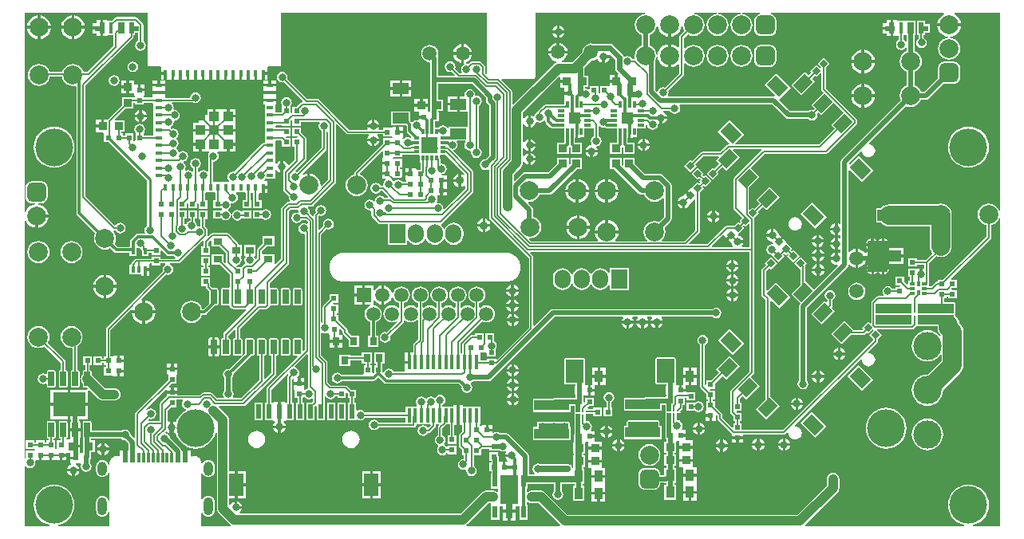
<source format=gtl>
G04*
G04 #@! TF.GenerationSoftware,Altium Limited,Altium Designer,18.1.7 (191)*
G04*
G04 Layer_Physical_Order=1*
G04 Layer_Color=255*
%FSLAX44Y44*%
%MOMM*%
G71*
G01*
G75*
%ADD10C,0.2000*%
%ADD12R,0.6000X0.6000*%
G04:AMPARAMS|DCode=13|XSize=1.55mm|YSize=0.67mm|CornerRadius=0.0335mm|HoleSize=0mm|Usage=FLASHONLY|Rotation=90.000|XOffset=0mm|YOffset=0mm|HoleType=Round|Shape=RoundedRectangle|*
%AMROUNDEDRECTD13*
21,1,1.5500,0.6030,0,0,90.0*
21,1,1.4830,0.6700,0,0,90.0*
1,1,0.0670,0.3015,0.7415*
1,1,0.0670,0.3015,-0.7415*
1,1,0.0670,-0.3015,-0.7415*
1,1,0.0670,-0.3015,0.7415*
%
%ADD13ROUNDEDRECTD13*%
%ADD14R,0.6000X0.6000*%
%ADD15R,0.4000X0.7500*%
%ADD16R,0.8000X0.4000*%
%ADD17R,0.4000X0.8000*%
%ADD18R,0.4000X0.4000*%
%ADD19R,1.0000X1.0000*%
%ADD20R,0.5000X1.2000*%
%ADD21R,0.7000X1.2000*%
%ADD22R,0.4500X1.2000*%
%ADD23R,0.5500X1.2000*%
%ADD24R,1.0000X0.5500*%
%ADD25R,0.9000X0.9000*%
%ADD26R,0.9000X0.9000*%
%ADD27R,0.9000X0.8000*%
%ADD28R,1.7000X1.1500*%
%ADD29R,0.6300X0.3000*%
%ADD30R,0.3000X0.6300*%
%ADD31R,1.7500X1.7500*%
%ADD32R,1.2300X1.2300*%
%ADD33R,0.8000X0.3000*%
%ADD34R,0.3000X0.8000*%
G04:AMPARAMS|DCode=35|XSize=1.7mm|YSize=1.2mm|CornerRadius=0mm|HoleSize=0mm|Usage=FLASHONLY|Rotation=225.000|XOffset=0mm|YOffset=0mm|HoleType=Round|Shape=Rectangle|*
%AMROTATEDRECTD35*
4,1,4,0.1768,1.0253,1.0253,0.1768,-0.1768,-1.0253,-1.0253,-0.1768,0.1768,1.0253,0.0*
%
%ADD35ROTATEDRECTD35*%

G04:AMPARAMS|DCode=36|XSize=1.4mm|YSize=1.9mm|CornerRadius=0mm|HoleSize=0mm|Usage=FLASHONLY|Rotation=225.000|XOffset=0mm|YOffset=0mm|HoleType=Round|Shape=Rectangle|*
%AMROTATEDRECTD36*
4,1,4,-0.1768,1.1667,1.1667,-0.1768,0.1768,-1.1667,-1.1667,0.1768,-0.1768,1.1667,0.0*
%
%ADD36ROTATEDRECTD36*%

%ADD37P,0.8485X4X360.0*%
%ADD38P,0.8485X4X270.0*%
%ADD39R,2.5000X1.2000*%
%ADD40R,0.3500X0.6300*%
%ADD41R,0.5800X0.3000*%
%ADD42O,1.2500X0.2500*%
%ADD43C,0.2500*%
%ADD44O,1.2500X0.2500*%
%ADD45R,0.9000X1.3000*%
%ADD46C,0.2300*%
%ADD47R,3.7000X1.1000*%
%ADD48R,1.8500X3.1250*%
%ADD49R,0.5500X1.3000*%
%ADD50R,0.8000X1.5000*%
%ADD51R,0.8000X0.9000*%
%ADD52R,0.4500X1.5500*%
%ADD53R,0.6000X1.5000*%
%ADD54R,1.5000X2.3400*%
%ADD55R,3.5100X2.6200*%
G04:AMPARAMS|DCode=56|XSize=1.55mm|YSize=0.6mm|CornerRadius=0.03mm|HoleSize=0mm|Usage=FLASHONLY|Rotation=270.000|XOffset=0mm|YOffset=0mm|HoleType=Round|Shape=RoundedRectangle|*
%AMROUNDEDRECTD56*
21,1,1.5500,0.5400,0,0,270.0*
21,1,1.4900,0.6000,0,0,270.0*
1,1,0.0600,-0.2700,-0.7450*
1,1,0.0600,-0.2700,0.7450*
1,1,0.0600,0.2700,0.7450*
1,1,0.0600,0.2700,-0.7450*
%
%ADD56ROUNDEDRECTD56*%
%ADD57R,0.3000X1.1000*%
%ADD58R,0.6000X1.1000*%
%ADD120C,0.8000*%
%ADD121C,0.5000*%
%ADD122C,0.7000*%
%ADD123C,0.3000*%
%ADD124C,0.6000*%
%ADD125C,0.1500*%
%ADD126C,2.0000*%
%ADD127C,0.1600*%
%ADD128C,1.0000*%
%ADD129C,0.2500*%
%ADD130C,1.5000*%
%ADD131R,1.5000X1.5000*%
%ADD132C,2.0000*%
%ADD133C,3.0000*%
G04:AMPARAMS|DCode=134|XSize=2mm|YSize=2mm|CornerRadius=0.5mm|HoleSize=0mm|Usage=FLASHONLY|Rotation=0.000|XOffset=0mm|YOffset=0mm|HoleType=Round|Shape=RoundedRectangle|*
%AMROUNDEDRECTD134*
21,1,2.0000,1.0000,0,0,0.0*
21,1,1.0000,2.0000,0,0,0.0*
1,1,1.0000,0.5000,-0.5000*
1,1,1.0000,-0.5000,-0.5000*
1,1,1.0000,-0.5000,0.5000*
1,1,1.0000,0.5000,0.5000*
%
%ADD134ROUNDEDRECTD134*%
G04:AMPARAMS|DCode=135|XSize=2mm|YSize=2mm|CornerRadius=0.5mm|HoleSize=0mm|Usage=FLASHONLY|Rotation=270.000|XOffset=0mm|YOffset=0mm|HoleType=Round|Shape=RoundedRectangle|*
%AMROUNDEDRECTD135*
21,1,2.0000,1.0000,0,0,270.0*
21,1,1.0000,2.0000,0,0,270.0*
1,1,1.0000,-0.5000,-0.5000*
1,1,1.0000,-0.5000,0.5000*
1,1,1.0000,0.5000,0.5000*
1,1,1.0000,0.5000,-0.5000*
%
%ADD135ROUNDEDRECTD135*%
%ADD136O,1.0000X1.9000*%
%ADD137O,1.0000X1.5000*%
%ADD138C,4.0000*%
%ADD139O,1.7000X2.0000*%
%ADD140R,1.7000X2.0000*%
%ADD141C,0.9000*%
G36*
X1036951Y338037D02*
X1035681Y337784D01*
X1035033Y339350D01*
X1033173Y341773D01*
X1030750Y343633D01*
X1027928Y344801D01*
X1024900Y345200D01*
X1021872Y344801D01*
X1019050Y343633D01*
X1016627Y341773D01*
X1014767Y339350D01*
X1013599Y336528D01*
X1013200Y333500D01*
X1013599Y330472D01*
X1014767Y327650D01*
X1016627Y325227D01*
X1019050Y323367D01*
X1021872Y322199D01*
X1022249Y322149D01*
Y310373D01*
X976352Y264475D01*
X970901D01*
Y263420D01*
X970126Y262526D01*
X969111Y262325D01*
X968251Y261750D01*
X964152Y257651D01*
X961731D01*
X961453Y258921D01*
X961562Y259083D01*
X961744Y260000D01*
Y281756D01*
X969386Y289397D01*
X971072Y288699D01*
X974100Y288300D01*
X977128Y288699D01*
X979950Y289867D01*
X982373Y291727D01*
X984233Y294150D01*
X985401Y296972D01*
X985800Y300000D01*
Y333500D01*
X985401Y336528D01*
X984233Y339350D01*
X982373Y341773D01*
X979950Y343633D01*
X977128Y344801D01*
X974100Y345200D01*
X971072Y344801D01*
X969620Y344200D01*
X919500D01*
X916472Y343801D01*
X913650Y342633D01*
X911227Y340773D01*
X910710Y340100D01*
X905400D01*
Y324900D01*
X910710D01*
X911227Y324227D01*
X913650Y322367D01*
X916472Y321199D01*
X919500Y320800D01*
X962400D01*
Y300000D01*
X962799Y296972D01*
X963967Y294150D01*
X965441Y292229D01*
X958327Y285115D01*
X948599D01*
Y287319D01*
X939399D01*
Y278119D01*
X948599D01*
Y280323D01*
X956952D01*
Y276716D01*
X955682Y275967D01*
X954705Y276371D01*
X954498Y276398D01*
Y270000D01*
X951498D01*
Y276398D01*
X951291Y276371D01*
X949870Y275783D01*
X948600Y276272D01*
Y276318D01*
X939400D01*
Y267118D01*
X941349D01*
Y263100D01*
X939600D01*
Y259445D01*
X938330Y258919D01*
X935099Y262150D01*
Y267601D01*
X925899D01*
Y258401D01*
X930946D01*
X931355Y257870D01*
X930731Y256600D01*
X925900D01*
Y254396D01*
X923134D01*
X922037Y256037D01*
X920185Y257275D01*
X918000Y257710D01*
X915815Y257275D01*
X913963Y256037D01*
X912725Y254185D01*
X912290Y252000D01*
X912725Y249815D01*
X913827Y248165D01*
X913448Y246896D01*
X907744D01*
X906827Y246713D01*
X906050Y246194D01*
X901024Y241168D01*
X900505Y240390D01*
X900322Y239473D01*
Y218341D01*
X899149Y217855D01*
X897110Y219894D01*
X890604Y213389D01*
X891983Y212011D01*
X890968Y210996D01*
X882191D01*
X872326Y220861D01*
X858042Y206577D01*
X868790Y195829D01*
X878655Y205694D01*
X892066D01*
X892066Y205694D01*
X893080Y205896D01*
X893940Y206470D01*
X895732Y208262D01*
X897110Y206884D01*
X901843Y211618D01*
X902597Y211550D01*
X902829Y211120D01*
X902896Y210123D01*
X898384Y205611D01*
X902442Y201553D01*
Y200074D01*
X806916Y104547D01*
X763101D01*
Y112100D01*
X760948D01*
Y113899D01*
X763101D01*
Y123099D01*
X757766D01*
X757356Y123630D01*
X757980Y124900D01*
X763100D01*
Y134100D01*
X761151D01*
Y137615D01*
X764175Y140639D01*
X767674Y137139D01*
X781958Y151423D01*
X772374Y161006D01*
X775484Y164116D01*
X776014Y164910D01*
X776201Y165846D01*
Y296728D01*
Y328161D01*
X776014Y329098D01*
X775850Y329344D01*
X781394Y334889D01*
X779979Y336305D01*
X785244Y341570D01*
X788887Y337926D01*
X803171Y352210D01*
X792423Y362958D01*
X778139Y348674D01*
X781783Y345030D01*
X776518Y339766D01*
X774889Y341394D01*
X771867Y338372D01*
X770694Y338858D01*
Y362159D01*
X781958Y373423D01*
X772374Y383006D01*
X787637Y398269D01*
X852808D01*
X853745Y398455D01*
X854538Y398985D01*
X884941Y429388D01*
X885472Y430182D01*
X885658Y431119D01*
Y433107D01*
X885472Y434043D01*
X884941Y434837D01*
X852336Y467443D01*
Y489831D01*
X856395Y493889D01*
X849889Y500395D01*
X843384Y493889D01*
X847156Y490117D01*
X847070Y489452D01*
X845731Y488995D01*
X842111Y492615D01*
X835606Y486110D01*
X837128Y484587D01*
X833864Y481323D01*
X829900Y485287D01*
X815616Y471004D01*
X826364Y460256D01*
X840648Y474539D01*
X837324Y477862D01*
X840589Y481127D01*
X842111Y479604D01*
X846269Y483762D01*
X847442Y483276D01*
Y466429D01*
X847628Y465493D01*
X848159Y464699D01*
X849948Y462909D01*
X836829Y449790D01*
X840685Y445934D01*
X839235Y444484D01*
X837600Y444810D01*
X835415Y444375D01*
X833777Y443280D01*
X814434D01*
X803135Y454580D01*
X802676Y455659D01*
X803263Y456247D01*
X814838Y467822D01*
X799140Y483519D01*
X786978Y471357D01*
X798224Y460112D01*
X797598Y458941D01*
X796904Y459079D01*
X694560D01*
X694550Y459077D01*
X686450D01*
X686440Y459079D01*
X685171D01*
X684573Y460199D01*
X684983Y460814D01*
X685418Y462999D01*
X685093Y464635D01*
X701075Y480616D01*
X701649Y481476D01*
X701851Y482491D01*
X701851Y482491D01*
Y493935D01*
X703054Y494344D01*
X703527Y493727D01*
X705950Y491867D01*
X708772Y490699D01*
X711800Y490300D01*
X714828Y490699D01*
X717650Y491867D01*
X720073Y493727D01*
X721933Y496150D01*
X723101Y498972D01*
X723500Y502000D01*
X723101Y505028D01*
X721933Y507850D01*
X720073Y510273D01*
X717650Y512133D01*
X714828Y513301D01*
X711800Y513700D01*
X708772Y513301D01*
X705950Y512133D01*
X703527Y510273D01*
X703054Y509656D01*
X701851Y510065D01*
Y520802D01*
X705748Y524699D01*
X706050Y524467D01*
X708872Y523299D01*
X711900Y522900D01*
X714928Y523299D01*
X717750Y524467D01*
X720173Y526327D01*
X722033Y528750D01*
X723201Y531572D01*
X723600Y534600D01*
X723201Y537628D01*
X722033Y540450D01*
X720173Y542873D01*
X717750Y544733D01*
X714928Y545901D01*
X712803Y546181D01*
X712887Y547451D01*
X736313D01*
X736397Y546181D01*
X734272Y545901D01*
X731450Y544733D01*
X729027Y542873D01*
X727167Y540450D01*
X725999Y537628D01*
X725600Y534600D01*
X725999Y531572D01*
X727167Y528750D01*
X729027Y526327D01*
X731450Y524467D01*
X734272Y523299D01*
X737300Y522900D01*
X740328Y523299D01*
X743150Y524467D01*
X745573Y526327D01*
X747433Y528750D01*
X748601Y531572D01*
X749000Y534600D01*
X748601Y537628D01*
X747433Y540450D01*
X745573Y542873D01*
X743150Y544733D01*
X740328Y545901D01*
X738203Y546181D01*
X738287Y547451D01*
X761713D01*
X761797Y546181D01*
X759672Y545901D01*
X756850Y544733D01*
X754427Y542873D01*
X752567Y540450D01*
X751399Y537628D01*
X751000Y534600D01*
X751399Y531572D01*
X752567Y528750D01*
X754427Y526327D01*
X756850Y524467D01*
X759672Y523299D01*
X762700Y522900D01*
X765728Y523299D01*
X768550Y524467D01*
X770973Y526327D01*
X772833Y528750D01*
X774001Y531572D01*
X774400Y534600D01*
X774001Y537628D01*
X772833Y540450D01*
X770973Y542873D01*
X768550Y544733D01*
X765728Y545901D01*
X763603Y546181D01*
X763687Y547451D01*
X782441D01*
X782524Y546181D01*
X781377Y546030D01*
X779772Y545365D01*
X778393Y544307D01*
X777335Y542929D01*
X776670Y541323D01*
X776443Y539600D01*
Y529600D01*
X776670Y527877D01*
X777335Y526272D01*
X778393Y524893D01*
X779772Y523835D01*
X781377Y523170D01*
X783100Y522943D01*
X793100D01*
X794823Y523170D01*
X796429Y523835D01*
X797807Y524893D01*
X798865Y526272D01*
X799530Y527877D01*
X799757Y529600D01*
Y539600D01*
X799530Y541323D01*
X798865Y542929D01*
X797807Y544307D01*
X796429Y545365D01*
X794823Y546030D01*
X793676Y546181D01*
X793759Y547451D01*
X977214D01*
X977467Y546181D01*
X976676Y545854D01*
X974056Y543844D01*
X972046Y541224D01*
X970783Y538174D01*
X970549Y536400D01*
X983000D01*
X995451D01*
X995217Y538174D01*
X993954Y541224D01*
X991944Y543844D01*
X989324Y545854D01*
X988533Y546181D01*
X988786Y547451D01*
X1036951D01*
Y338037D01*
D02*
G37*
G36*
X688000Y522149D02*
X689774Y522383D01*
X692824Y523646D01*
X695444Y525656D01*
X697454Y528276D01*
X698717Y531326D01*
X699034Y533729D01*
X700314D01*
X700599Y531572D01*
X701767Y528750D01*
X701999Y528448D01*
X697326Y523774D01*
X696751Y522915D01*
X696549Y521900D01*
X696549Y521900D01*
Y511348D01*
X695715Y511065D01*
X695279Y510993D01*
X692724Y512954D01*
X689674Y514217D01*
X687900Y514451D01*
Y502000D01*
Y489549D01*
X689674Y489783D01*
X692724Y491046D01*
X695279Y493007D01*
X695715Y492935D01*
X696549Y492652D01*
Y483589D01*
X681344Y468383D01*
X679708Y468709D01*
X677523Y468274D01*
X675671Y467036D01*
X674433Y465184D01*
X674289Y464459D01*
X673074Y464090D01*
X671530Y465634D01*
Y495650D01*
X671334Y496636D01*
X672301Y498972D01*
X672586Y501129D01*
X673866D01*
X674183Y498726D01*
X675446Y495676D01*
X677456Y493056D01*
X680076Y491046D01*
X683126Y489783D01*
X684900Y489549D01*
Y502000D01*
Y514451D01*
X683126Y514217D01*
X680076Y512954D01*
X677456Y510944D01*
X675446Y508324D01*
X674183Y505274D01*
X673866Y502871D01*
X672586D01*
X672301Y505028D01*
X671133Y507850D01*
X669273Y510273D01*
X666850Y512133D01*
X665280Y512783D01*
Y523776D01*
X666950Y524467D01*
X669373Y526327D01*
X671233Y528750D01*
X672401Y531572D01*
X672685Y533729D01*
X673966D01*
X674283Y531326D01*
X675546Y528276D01*
X677556Y525656D01*
X680176Y523646D01*
X683226Y522383D01*
X685000Y522149D01*
Y534600D01*
X688000D01*
Y522149D01*
D02*
G37*
G36*
X660197Y546181D02*
X658072Y545901D01*
X655250Y544733D01*
X652827Y542873D01*
X650967Y540450D01*
X649799Y537628D01*
X649400Y534600D01*
X649799Y531572D01*
X650967Y528750D01*
X652827Y526327D01*
X655250Y524467D01*
X656920Y523776D01*
Y512866D01*
X655150Y512133D01*
X652727Y510273D01*
X650867Y507850D01*
X649699Y505028D01*
X649300Y502000D01*
X649612Y499634D01*
X648747Y498489D01*
X648563Y498395D01*
X647133D01*
X646036Y500036D01*
X644184Y501274D01*
X641999Y501709D01*
X639814Y501274D01*
X639036Y500754D01*
X637862Y501240D01*
X637732Y501896D01*
X636715Y503418D01*
X626483Y513649D01*
X624962Y514666D01*
X623167Y515023D01*
X607333D01*
X605754Y514709D01*
X605376Y514866D01*
X603000Y515178D01*
X600624Y514866D01*
X598411Y513949D01*
X596510Y512490D01*
X595051Y510589D01*
X594134Y508376D01*
X593857Y506272D01*
X583082Y495496D01*
X572196D01*
X571943Y496766D01*
X573063Y497230D01*
X575161Y498839D01*
X576770Y500937D01*
X577781Y503379D01*
X577929Y504500D01*
X568000D01*
X558071D01*
X558218Y503379D01*
X559230Y500937D01*
X560839Y498839D01*
X562937Y497230D01*
X565379Y496218D01*
X565918Y496147D01*
X566089Y494844D01*
X565511Y494604D01*
X564132Y493546D01*
X520641Y450056D01*
X519371Y450582D01*
Y464025D01*
X519189Y464942D01*
X518670Y465719D01*
X508111Y476278D01*
X508597Y477451D01*
X541500D01*
X542475Y477645D01*
X543302Y478198D01*
X543855Y479025D01*
X544049Y480000D01*
Y547451D01*
X660114D01*
X660197Y546181D01*
D02*
G37*
G36*
X628709Y498159D02*
Y488401D01*
X629066Y486606D01*
X630082Y485085D01*
X632054Y483113D01*
X631568Y481940D01*
X631400D01*
Y474900D01*
X629900D01*
Y473400D01*
X622860D01*
Y471056D01*
X622101Y470101D01*
X612901D01*
Y462694D01*
X611631Y461980D01*
X611100Y462303D01*
Y470100D01*
X601900D01*
Y466822D01*
X600630Y466144D01*
X599685Y466775D01*
X597792Y467152D01*
X597095Y467979D01*
X596884Y468382D01*
X597033Y468800D01*
X600500D01*
Y481000D01*
X596091D01*
Y488839D01*
X595952Y489538D01*
X603271Y496857D01*
X605376Y497134D01*
X607589Y498051D01*
X608781Y498966D01*
X610305Y498575D01*
X610614Y497831D01*
X611662Y496465D01*
X613028Y495417D01*
X614619Y494758D01*
X614826Y494730D01*
Y501129D01*
X616326D01*
Y502629D01*
X623430D01*
X623971Y502896D01*
X628709Y498159D01*
D02*
G37*
G36*
X492951Y483001D02*
X491778Y482515D01*
X490896Y483397D01*
Y489980D01*
X490714Y490897D01*
X490194Y491674D01*
X486325Y495544D01*
X485547Y496064D01*
X484630Y496246D01*
X476850D01*
X475933Y496064D01*
X475156Y495544D01*
X472935Y493324D01*
X470999Y493709D01*
X470711Y493651D01*
X470582Y493742D01*
X470579Y494729D01*
X470741Y495182D01*
X472063Y495730D01*
X474161Y497339D01*
X475770Y499437D01*
X476782Y501879D01*
X476929Y503000D01*
X468500D01*
Y494188D01*
X468889Y493341D01*
X468814Y493274D01*
X468632Y493152D01*
X466962Y492036D01*
X465724Y490184D01*
X465289Y487999D01*
X465724Y485814D01*
X466347Y484882D01*
X465668Y483612D01*
X463847D01*
X458836Y488623D01*
X459209Y490499D01*
X458774Y492684D01*
X457536Y494536D01*
X455684Y495774D01*
X453499Y496209D01*
X451314Y495774D01*
X449462Y494536D01*
X448224Y492684D01*
X447789Y490499D01*
X448224Y488314D01*
X449462Y486462D01*
X451314Y485224D01*
X453499Y484789D01*
X455375Y485163D01*
X458919Y481618D01*
X458433Y480445D01*
X441181D01*
Y499499D01*
X440863Y501099D01*
X440602Y501489D01*
X440866Y502124D01*
X441179Y504500D01*
X440866Y506876D01*
X439949Y509089D01*
X438490Y510990D01*
X436589Y512449D01*
X434376Y513366D01*
X432000Y513679D01*
X429624Y513366D01*
X427411Y512449D01*
X425510Y510990D01*
X424051Y509089D01*
X423134Y506876D01*
X422822Y504500D01*
X423134Y502124D01*
X424051Y499911D01*
X425510Y498010D01*
X427411Y496551D01*
X429624Y495634D01*
X432000Y495322D01*
X432821Y494602D01*
Y476265D01*
Y443007D01*
X432645Y442938D01*
X431540Y442540D01*
Y442540D01*
X430040D01*
Y448000D01*
X423000D01*
X415960D01*
Y442460D01*
X420460D01*
Y438500D01*
X426000D01*
Y435500D01*
X420460D01*
Y434502D01*
X419190Y433473D01*
X418000Y433710D01*
X415815Y433275D01*
X413963Y432037D01*
X412524Y432036D01*
X411600Y432960D01*
Y443100D01*
X391400D01*
Y428400D01*
X407130D01*
X407739Y427791D01*
Y422250D01*
X407980Y421040D01*
X408665Y420015D01*
X412728Y415952D01*
X412641Y415497D01*
X411235Y414908D01*
X410685Y415276D01*
X408500Y415711D01*
X406315Y415276D01*
X404463Y414038D01*
X404126Y413534D01*
X402832Y413884D01*
X402763Y414502D01*
X403539Y415461D01*
X403539D01*
Y419501D01*
X397999D01*
Y421001D01*
X396499D01*
Y426541D01*
X392459D01*
Y426514D01*
X391600Y425600D01*
X391189Y425600D01*
X382400D01*
Y423396D01*
X378565D01*
X377904Y424666D01*
X378371Y425793D01*
X378398Y426000D01*
X365600D01*
X365627Y425793D01*
X366094Y424666D01*
X365433Y423396D01*
X346655D01*
X314690Y455361D01*
X313913Y455880D01*
X312996Y456063D01*
X302199D01*
X280825Y477437D01*
X281210Y479373D01*
X280775Y481558D01*
X279537Y483411D01*
X277685Y484648D01*
X275500Y485083D01*
X273315Y484648D01*
X271463Y483411D01*
X270225Y481558D01*
X269790Y479373D01*
X270225Y477188D01*
X271463Y475336D01*
X273315Y474098D01*
X275500Y473664D01*
X277436Y474049D01*
X297276Y454209D01*
X297182Y453697D01*
X296775Y452913D01*
X296033Y452766D01*
X295173Y452191D01*
X295173Y452191D01*
X291307Y448325D01*
X291157Y448101D01*
X286401D01*
Y441598D01*
X285746Y441333D01*
X284600Y442208D01*
Y448100D01*
X284600Y448100D01*
X284600D01*
X284739Y449313D01*
X285275Y450115D01*
X285710Y452300D01*
X285275Y454485D01*
X284037Y456337D01*
X282185Y457575D01*
X280000Y458010D01*
X277815Y457575D01*
X275963Y456337D01*
X274725Y454485D01*
X274290Y452300D01*
X274725Y450115D01*
X275261Y449313D01*
X275400Y448100D01*
X275400Y448100D01*
X275400Y448100D01*
Y442649D01*
X274402Y441651D01*
X268998D01*
X268100Y442549D01*
Y443400D01*
X268100Y443870D01*
Y450460D01*
X269040D01*
Y453500D01*
X255960D01*
Y450460D01*
X256900D01*
Y443870D01*
X256900Y442600D01*
X256900Y442130D01*
Y435400D01*
X256900D01*
Y434600D01*
X256900D01*
Y427870D01*
X256900Y426600D01*
X256900Y426130D01*
Y419400D01*
X256900D01*
Y418600D01*
X256900D01*
Y411870D01*
X256900Y410600D01*
X256500Y409651D01*
X255486Y409449D01*
X254626Y408875D01*
X254626Y408874D01*
X224635Y378884D01*
X223000Y379209D01*
X220814Y378774D01*
X218962Y377537D01*
X217724Y375684D01*
X217290Y373499D01*
X217724Y371314D01*
X218962Y369462D01*
X219100Y369370D01*
X218715Y368100D01*
X211900D01*
Y368100D01*
X211100D01*
Y368100D01*
X204370D01*
X203100Y368100D01*
X201896Y369066D01*
Y389195D01*
X202500Y389690D01*
X204685Y390125D01*
X206537Y391363D01*
X207775Y393215D01*
X208210Y395400D01*
X207775Y397585D01*
X206703Y399190D01*
X207119Y400460D01*
X217000D01*
Y408000D01*
X218500D01*
Y409500D01*
X226040D01*
Y415460D01*
Y421500D01*
X218500D01*
Y424500D01*
X226040D01*
Y430460D01*
Y436500D01*
X218500D01*
Y438000D01*
X217000D01*
Y445540D01*
X205000D01*
Y438000D01*
X202000D01*
Y445540D01*
X195960D01*
Y439540D01*
X193500D01*
Y433000D01*
X186960D01*
Y430540D01*
X180960D01*
Y424500D01*
X188500D01*
Y421500D01*
X180960D01*
Y415460D01*
Y409500D01*
X188500D01*
Y408000D01*
X190000D01*
Y400460D01*
X197881D01*
X198297Y399190D01*
X197225Y397585D01*
X196790Y395400D01*
X197225Y393215D01*
X197257Y393167D01*
X197104Y392400D01*
Y379553D01*
X195834Y379173D01*
X194185Y380275D01*
X192000Y380710D01*
X189815Y380275D01*
X187963Y379037D01*
X187671Y378601D01*
X186401Y378986D01*
Y382536D01*
X187787Y383463D01*
X189025Y385315D01*
X189460Y387500D01*
X189025Y389685D01*
X187787Y391537D01*
X185935Y392775D01*
X183750Y393210D01*
X181565Y392775D01*
X179713Y391537D01*
X178475Y389685D01*
X178040Y387500D01*
X178475Y385315D01*
X179713Y383463D01*
X181099Y382536D01*
Y379283D01*
X179829Y378898D01*
X179736Y379037D01*
X177884Y380275D01*
X175699Y380710D01*
X173514Y380275D01*
X173170Y380046D01*
X172255Y380961D01*
X172825Y381815D01*
X173260Y384000D01*
X172825Y386185D01*
X171587Y388037D01*
X170803Y388561D01*
X171071Y389910D01*
X172155Y390125D01*
X174007Y391363D01*
X175245Y393215D01*
X175679Y395400D01*
X175245Y397585D01*
X174007Y399437D01*
X172155Y400675D01*
X169970Y401110D01*
X167785Y400675D01*
X166714Y399959D01*
X165303Y400544D01*
X165175Y401185D01*
X163937Y403037D01*
X163386Y403406D01*
Y404676D01*
X164037Y405111D01*
X165275Y406963D01*
X165710Y409148D01*
X165275Y411333D01*
X164037Y413186D01*
X163658Y413439D01*
Y414709D01*
X164037Y414962D01*
X165275Y416814D01*
X165709Y418999D01*
X165275Y421184D01*
X164037Y423036D01*
X162185Y424274D01*
X160000Y424709D01*
X158124Y424336D01*
X157729Y424730D01*
X157123Y425135D01*
X157101Y426038D01*
X157199Y426496D01*
X158945Y427662D01*
X160182Y429514D01*
X160617Y431699D01*
X160447Y432554D01*
X161183Y433290D01*
X163368Y433725D01*
X165220Y434963D01*
X166458Y436815D01*
X166893Y439000D01*
X166458Y441185D01*
X165220Y443037D01*
X163368Y444275D01*
X161183Y444710D01*
X161168Y444707D01*
X160088Y445787D01*
X160335Y447025D01*
X159900Y449210D01*
X158662Y451062D01*
X158256Y451334D01*
X158641Y452604D01*
X180748D01*
X181315Y452225D01*
X183500Y451790D01*
X185685Y452225D01*
X187537Y453463D01*
X188775Y455315D01*
X189210Y457500D01*
X188775Y459685D01*
X187537Y461537D01*
X185685Y462775D01*
X183500Y463210D01*
X181315Y462775D01*
X179463Y461537D01*
X178225Y459685D01*
X177790Y457500D01*
X177705Y457396D01*
X151537D01*
X151040Y458460D01*
Y461500D01*
X144500D01*
X137960D01*
Y458460D01*
X137025Y457651D01*
X129499D01*
X128749Y458400D01*
X128763Y459752D01*
X129514Y460460D01*
X129540D01*
Y464500D01*
X124000D01*
Y466000D01*
X122500D01*
Y471540D01*
X118540D01*
Y476040D01*
X113000D01*
Y469000D01*
Y461960D01*
X118460D01*
Y460460D01*
X118487D01*
X119401Y459599D01*
X119401Y459190D01*
Y457651D01*
X117600D01*
Y458100D01*
X105400D01*
Y449649D01*
X90291Y434540D01*
X86500D01*
Y427500D01*
X85000D01*
Y426000D01*
X77960D01*
Y420460D01*
X85486D01*
X86399Y419599D01*
Y410399D01*
X91490D01*
X132094Y369795D01*
Y321793D01*
X130963Y321037D01*
X129725Y319185D01*
X129290Y317000D01*
X129725Y314815D01*
X130149Y314181D01*
X129550Y313061D01*
X129226D01*
X128220Y313261D01*
X122338D01*
X121128Y313020D01*
X120103Y312335D01*
X115080Y307312D01*
X114395Y306286D01*
X114154Y305077D01*
Y299850D01*
X113715D01*
Y299161D01*
X100709D01*
X97688Y302183D01*
X98801Y304872D01*
X99200Y307900D01*
X98801Y310928D01*
X97633Y313750D01*
X96301Y315485D01*
X97018Y316637D01*
X97185Y316604D01*
X98619D01*
X99716Y314963D01*
X101568Y313725D01*
X103753Y313290D01*
X105938Y313725D01*
X107790Y314963D01*
X109028Y316815D01*
X109463Y319000D01*
X109028Y321185D01*
X107790Y323037D01*
X105938Y324275D01*
X103753Y324710D01*
X101568Y324275D01*
X99716Y323037D01*
X99130Y322161D01*
X97548Y322025D01*
X66586Y352988D01*
Y470335D01*
X117194Y520943D01*
X117714Y521720D01*
X117896Y522637D01*
Y524275D01*
X119600D01*
Y526775D01*
X122949D01*
Y518092D01*
X122815Y518065D01*
X120963Y516828D01*
X119725Y514975D01*
X119290Y512790D01*
X119725Y510605D01*
X120963Y508753D01*
X122815Y507515D01*
X125000Y507081D01*
X127185Y507515D01*
X129037Y508753D01*
X130275Y510605D01*
X130710Y512790D01*
X130275Y514975D01*
X129037Y516828D01*
X128251Y517353D01*
Y534952D01*
X128049Y535966D01*
X127474Y536826D01*
X127474Y536827D01*
X121951Y542350D01*
X121091Y542924D01*
X120077Y543126D01*
X120077Y543126D01*
X99923D01*
X99923Y543126D01*
X98909Y542924D01*
X98048Y542350D01*
X98048Y542349D01*
X95174Y539475D01*
X90810D01*
X90400Y539475D01*
X89540Y540389D01*
Y540415D01*
X85750D01*
Y531875D01*
Y523335D01*
X89540D01*
Y523361D01*
X90400Y524275D01*
X90810Y524275D01*
X96449D01*
Y512742D01*
X68708Y485001D01*
X64647D01*
X63633Y487450D01*
X61773Y489873D01*
X59350Y491733D01*
X56528Y492901D01*
X53500Y493300D01*
X50472Y492901D01*
X47650Y491733D01*
X45227Y489873D01*
X43367Y487450D01*
X42353Y485001D01*
X28647D01*
X27633Y487450D01*
X25773Y489873D01*
X23350Y491733D01*
X20528Y492901D01*
X17500Y493300D01*
X14472Y492901D01*
X11650Y491733D01*
X9227Y489873D01*
X7367Y487450D01*
X6199Y484628D01*
X5800Y481600D01*
X6199Y478572D01*
X7367Y475750D01*
X9227Y473327D01*
X11650Y471467D01*
X14472Y470299D01*
X17500Y469900D01*
X20528Y470299D01*
X23350Y471467D01*
X25773Y473327D01*
X27633Y475750D01*
X28801Y478572D01*
X28950Y479699D01*
X42050D01*
X42199Y478572D01*
X43367Y475750D01*
X45227Y473327D01*
X47650Y471467D01*
X50472Y470299D01*
X53500Y469900D01*
X55909Y470217D01*
X57179Y469319D01*
Y335060D01*
X57420Y333851D01*
X58105Y332825D01*
X77312Y313617D01*
X76199Y310928D01*
X75800Y307900D01*
X76199Y304872D01*
X77367Y302050D01*
X79227Y299627D01*
X81650Y297767D01*
X84472Y296599D01*
X87500Y296200D01*
X90528Y296599D01*
X93217Y297712D01*
X97165Y293765D01*
X98190Y293080D01*
X99400Y292839D01*
X113715D01*
Y289150D01*
X120915D01*
Y297654D01*
X122185Y298333D01*
X123094Y297725D01*
X125279Y297290D01*
X125372Y297309D01*
X126353Y296503D01*
Y296065D01*
X126536Y295148D01*
X126715Y294881D01*
Y289150D01*
X133915D01*
Y292604D01*
X137400D01*
Y290400D01*
X146600D01*
Y294771D01*
X147773Y295257D01*
X152765Y290265D01*
X153791Y289580D01*
X155000Y289339D01*
X160377D01*
X160963Y288463D01*
X162156Y287665D01*
X161771Y286395D01*
X146601D01*
Y288599D01*
X137401D01*
Y286395D01*
X120999D01*
X120082Y286213D01*
X119305Y285693D01*
X115620Y282009D01*
X115101Y281232D01*
X114926Y280350D01*
X113715D01*
Y269650D01*
X125775D01*
Y268710D01*
X128815D01*
Y275000D01*
X130315D01*
Y276500D01*
X134855D01*
Y281290D01*
X135995Y281603D01*
X137401D01*
Y279399D01*
X146601D01*
Y281603D01*
X151599D01*
X151730Y281246D01*
X151811Y280333D01*
X150162Y279232D01*
X148925Y277380D01*
X148490Y275195D01*
X148875Y273259D01*
X89306Y213689D01*
X88786Y212912D01*
X88604Y211995D01*
Y182850D01*
X86400D01*
Y180647D01*
X84601D01*
Y182851D01*
X75401D01*
Y173651D01*
X84601D01*
Y175855D01*
X86400D01*
Y173650D01*
X88603D01*
Y171849D01*
X86399D01*
Y162649D01*
X95190D01*
X95599Y162649D01*
X96460Y161736D01*
Y161710D01*
X100500D01*
Y167250D01*
X102000D01*
Y168750D01*
X107540D01*
Y172711D01*
X107541D01*
Y176751D01*
X102001D01*
Y178251D01*
X100501D01*
Y183791D01*
X96461D01*
Y183764D01*
X95600Y182850D01*
X95191Y182850D01*
X93396D01*
Y211002D01*
X114961Y232568D01*
X116164Y231974D01*
X116102Y231500D01*
X127052D01*
Y242451D01*
X126578Y242388D01*
X125985Y243591D01*
X152264Y269870D01*
X154200Y269485D01*
X156385Y269920D01*
X158237Y271157D01*
X159475Y273010D01*
X159910Y275195D01*
X159475Y277380D01*
X158237Y279232D01*
X156589Y280333D01*
X156669Y281246D01*
X156800Y281603D01*
X166030D01*
X166947Y281786D01*
X167725Y282305D01*
X191196Y305776D01*
X191699Y305529D01*
X192243Y305028D01*
X192103Y304323D01*
Y299601D01*
X189899D01*
Y290401D01*
X199099D01*
Y299601D01*
X196895D01*
Y303330D01*
X199727Y306162D01*
X200900Y305676D01*
Y299400D01*
X208851D01*
X215849Y292402D01*
Y283000D01*
X215849Y283000D01*
X215924Y282621D01*
X214754Y281995D01*
X213100Y283649D01*
Y291600D01*
X200900D01*
Y280400D01*
X208851D01*
X219599Y269652D01*
Y256429D01*
X218515Y255388D01*
X212485D01*
X211730Y255238D01*
X211090Y254810D01*
X210662Y254170D01*
X210512Y253415D01*
Y238585D01*
X210662Y237830D01*
X211090Y237190D01*
X211730Y236762D01*
X212485Y236612D01*
X218515D01*
X219801Y236355D01*
X220375Y235495D01*
X222095Y233776D01*
X222095Y233776D01*
X222955Y233201D01*
X223969Y232999D01*
X223969Y232999D01*
X236179D01*
X236180Y232999D01*
X237122Y233187D01*
X237201Y233132D01*
X237700Y231968D01*
X213625Y207894D01*
X213051Y207034D01*
X212849Y206019D01*
X212849Y206019D01*
Y202388D01*
X212485D01*
X211730Y202238D01*
X211090Y201810D01*
X210662Y201170D01*
X210512Y200415D01*
Y185585D01*
X210662Y184830D01*
X211090Y184190D01*
X211730Y183762D01*
X212485Y183612D01*
X218515D01*
X219270Y183762D01*
X219910Y184190D01*
X220338Y184830D01*
X220488Y185585D01*
Y200415D01*
X220338Y201170D01*
X219910Y201810D01*
X219270Y202238D01*
X218515Y202388D01*
X218151D01*
Y204921D01*
X224376Y211146D01*
X225549Y210660D01*
Y202388D01*
X225185D01*
X224430Y202238D01*
X223790Y201810D01*
X223362Y201170D01*
X223212Y200415D01*
Y185585D01*
X223362Y184830D01*
X223790Y184190D01*
X224430Y183762D01*
X225185Y183612D01*
X231215D01*
X231970Y183762D01*
X232325Y184000D01*
X233134Y183013D01*
X219525Y169404D01*
X218491Y169610D01*
X216306Y169175D01*
X214454Y167937D01*
X213216Y166085D01*
X212782Y163900D01*
X213216Y161715D01*
X214311Y160077D01*
Y146533D01*
X213216Y144895D01*
X212782Y142710D01*
X213216Y140525D01*
X213667Y139850D01*
X213068Y138730D01*
X206598D01*
X201684Y143644D01*
X200906Y144164D01*
X199989Y144346D01*
X191747D01*
X191747Y144346D01*
X190830Y144164D01*
X190052Y143644D01*
X188019Y141611D01*
X164539D01*
Y143065D01*
X158999D01*
X153459D01*
Y141192D01*
X152684Y140674D01*
X146074Y134065D01*
X145500Y133205D01*
X145298Y132190D01*
X145298Y132190D01*
Y114251D01*
X133796D01*
X133270Y115521D01*
X134365Y116616D01*
X136000Y116290D01*
X138185Y116725D01*
X140037Y117963D01*
X141275Y119815D01*
X141710Y122000D01*
X141275Y124185D01*
X140037Y126037D01*
X138185Y127275D01*
X136000Y127710D01*
X133815Y127275D01*
X132324Y126278D01*
X131514Y127265D01*
X152286Y148037D01*
X153459Y147551D01*
Y146065D01*
X157499D01*
Y150105D01*
X156013D01*
X155527Y151278D01*
X158149Y153900D01*
X163600D01*
Y162691D01*
X163600Y163100D01*
X164513Y163961D01*
X164539D01*
Y168001D01*
X158999D01*
X153459D01*
Y163961D01*
X153487D01*
X154400Y163100D01*
X154400Y162691D01*
Y157649D01*
X120225Y123475D01*
X119651Y122614D01*
X119449Y121600D01*
X119449Y121600D01*
Y96698D01*
X118276Y96212D01*
X114735Y99752D01*
X114351Y101685D01*
X113113Y103537D01*
X111261Y104775D01*
X109076Y105210D01*
X106891Y104775D01*
X105252Y103680D01*
X73187D01*
Y112450D01*
X73040Y113191D01*
X72620Y113820D01*
X71991Y114240D01*
X71250Y114387D01*
X65850D01*
X65109Y114240D01*
X64480Y113820D01*
X64060Y113191D01*
X63913Y112450D01*
Y97550D01*
X64060Y96809D01*
X64370Y96346D01*
Y80499D01*
X63968Y80097D01*
X62415Y80116D01*
X62040Y80514D01*
Y80540D01*
X60540D01*
Y86000D01*
X53500D01*
Y89000D01*
X60540D01*
X60540Y94318D01*
X60555Y94626D01*
X60746Y95725D01*
X61225Y96442D01*
X61446Y97550D01*
Y103500D01*
X55850D01*
X50254D01*
Y97550D01*
X50475Y96442D01*
X50897Y95810D01*
X50513Y94764D01*
X50334Y94540D01*
X47284D01*
X46651Y95717D01*
X46666Y95810D01*
X47220Y96180D01*
X47640Y96809D01*
X47787Y97550D01*
Y112450D01*
X47640Y113191D01*
X47220Y113820D01*
X46591Y114240D01*
X45850Y114387D01*
X40450D01*
X39709Y114240D01*
X39080Y113820D01*
X38660Y113191D01*
X38513Y112450D01*
Y97550D01*
X38660Y96809D01*
X39080Y96180D01*
X39709Y95760D01*
X40450Y95613D01*
X40499D01*
Y93600D01*
X36400D01*
Y84809D01*
X36400Y84453D01*
X36387Y84440D01*
X35851Y84365D01*
X35549Y84472D01*
X34600Y85455D01*
Y93600D01*
X33101D01*
Y95613D01*
X33150D01*
X33891Y95760D01*
X34520Y96180D01*
X34940Y96809D01*
X35087Y97550D01*
Y112450D01*
X34940Y113191D01*
X34520Y113820D01*
X33891Y114240D01*
X33150Y114387D01*
X27750D01*
X27009Y114240D01*
X26380Y113820D01*
X25960Y113191D01*
X25813Y112450D01*
Y97550D01*
X25960Y96809D01*
X26380Y96180D01*
X27009Y95760D01*
X27750Y95613D01*
X27799D01*
Y93600D01*
X25400D01*
Y91651D01*
X23599D01*
Y93601D01*
X14399D01*
Y91651D01*
X12600D01*
Y93600D01*
X3400D01*
Y84400D01*
X12521D01*
X13362Y83468D01*
X12589Y82599D01*
X12190Y82599D01*
X3401D01*
Y74196D01*
X3319Y74130D01*
X2049Y74740D01*
Y326980D01*
X3319Y327232D01*
X4046Y325476D01*
X6056Y322856D01*
X8676Y320846D01*
X11726Y319583D01*
X13500Y319349D01*
Y331800D01*
X15000D01*
Y333300D01*
X27451D01*
X27217Y335074D01*
X25954Y338124D01*
X23944Y340744D01*
X21324Y342754D01*
X18274Y344017D01*
X16331Y344273D01*
X16414Y345543D01*
X20000D01*
X21723Y345770D01*
X23328Y346435D01*
X24707Y347493D01*
X25765Y348871D01*
X26430Y350477D01*
X26657Y352200D01*
Y362200D01*
X26430Y363923D01*
X25765Y365528D01*
X24707Y366907D01*
X23328Y367965D01*
X21723Y368630D01*
X20000Y368857D01*
X10000D01*
X8277Y368630D01*
X6672Y367965D01*
X5293Y366907D01*
X4235Y365528D01*
X3570Y363923D01*
X3343Y362200D01*
Y352200D01*
X3570Y350477D01*
X4235Y348871D01*
X5293Y347493D01*
X6672Y346435D01*
X8277Y345770D01*
X10000Y345543D01*
X13586D01*
X13669Y344273D01*
X11726Y344017D01*
X8676Y342754D01*
X6056Y340744D01*
X4046Y338124D01*
X3319Y336368D01*
X2049Y336620D01*
Y547451D01*
X132500D01*
Y491000D01*
X146212D01*
X146960Y490040D01*
X146960Y489730D01*
Y485000D01*
X151500D01*
Y483500D01*
X153000D01*
Y476960D01*
X158000D01*
Y483500D01*
X161000D01*
Y476960D01*
X166000D01*
Y483500D01*
X169000D01*
Y476960D01*
X174000D01*
Y483500D01*
X177000D01*
Y476960D01*
X182000D01*
Y483500D01*
X185000D01*
Y476960D01*
X190000D01*
Y483500D01*
X193000D01*
Y476960D01*
X198000D01*
Y483500D01*
X201000D01*
Y476960D01*
X206000D01*
Y483500D01*
X209000D01*
Y476960D01*
X214000D01*
Y483500D01*
X217000D01*
Y476960D01*
X222000D01*
Y483500D01*
X225000D01*
Y476960D01*
X230000D01*
Y483500D01*
X233000D01*
Y476960D01*
X238000D01*
Y483500D01*
X241000D01*
Y476960D01*
X246000D01*
Y483500D01*
X249000D01*
Y476960D01*
X254000D01*
Y483500D01*
X255500D01*
Y485000D01*
X260040D01*
Y489730D01*
X260040Y490040D01*
X260788Y491000D01*
X274500D01*
Y547451D01*
X492951D01*
Y483001D01*
D02*
G37*
G36*
X138900Y451400D02*
Y450600D01*
X138900D01*
Y443400D01*
X138900D01*
Y442600D01*
X138900D01*
Y435400D01*
X138900D01*
Y434600D01*
X138900D01*
Y427400D01*
X138900D01*
Y426600D01*
X138900D01*
Y419870D01*
X138900Y418600D01*
X137828Y417651D01*
X128890D01*
Y419599D01*
X128890Y419599D01*
X128890D01*
X129088Y420787D01*
X129775Y421815D01*
X130210Y424000D01*
X129775Y426185D01*
X128537Y428037D01*
X126685Y429275D01*
X124500Y429710D01*
X122315Y429275D01*
X120463Y428037D01*
X119225Y426185D01*
X118790Y424000D01*
X119225Y421815D01*
X119857Y420869D01*
X119690Y419599D01*
X119690D01*
X119690Y419599D01*
Y412118D01*
X118436Y411332D01*
X117889Y411611D01*
Y419598D01*
X108689D01*
Y417651D01*
X106600D01*
Y419600D01*
X104651D01*
Y421400D01*
X108100D01*
Y433600D01*
X98508D01*
X98022Y434773D01*
X109149Y445900D01*
X117600D01*
Y452349D01*
X119401D01*
Y450399D01*
X128601D01*
Y452349D01*
X138125D01*
X138900Y451400D01*
D02*
G37*
G36*
X286401Y433092D02*
Y427901D01*
X295601D01*
Y431986D01*
X314735D01*
X315414Y430716D01*
X314725Y429685D01*
X314290Y427500D01*
X314725Y425315D01*
X315963Y423463D01*
X317349Y422536D01*
Y404598D01*
X291221Y378470D01*
X290007Y378727D01*
X289579Y379921D01*
X300774Y391117D01*
X300774Y391117D01*
X301349Y391977D01*
X301551Y392991D01*
X301551Y392991D01*
Y413600D01*
X301551Y413600D01*
X301349Y414614D01*
X300774Y415474D01*
X300774Y415475D01*
X295600Y420649D01*
Y426100D01*
X286400D01*
Y416900D01*
X291445D01*
X291854Y416370D01*
X291229Y415100D01*
X286400D01*
Y405900D01*
X288349D01*
Y391280D01*
X282688Y385619D01*
X281406Y386134D01*
X280856Y387463D01*
X279807Y388829D01*
X278441Y389878D01*
X276850Y390537D01*
X276643Y390564D01*
Y384165D01*
Y376808D01*
X276649Y376804D01*
Y360029D01*
X276649Y360029D01*
X276850Y359015D01*
X277425Y358154D01*
X282421Y353158D01*
X282290Y352500D01*
X282725Y350315D01*
X283838Y348649D01*
X283472Y347379D01*
X281804D01*
X280789Y347178D01*
X279929Y346603D01*
X279929Y346603D01*
X274725Y341399D01*
X274151Y340539D01*
X273949Y339525D01*
X273949Y339525D01*
Y286198D01*
X268370Y280619D01*
X267100Y281145D01*
Y291600D01*
X254900D01*
X254151Y292560D01*
Y294402D01*
X259149Y299400D01*
X267100D01*
Y310600D01*
X254900D01*
Y302649D01*
X249625Y297374D01*
X249051Y296514D01*
X248849Y295500D01*
X248849Y295500D01*
Y287491D01*
X247642Y286283D01*
X246426Y286652D01*
X246275Y287412D01*
X245461Y288630D01*
X246140Y289900D01*
X247100D01*
Y301100D01*
X234900D01*
Y289900D01*
X235860D01*
X236539Y288630D01*
X235725Y287412D01*
X235290Y285227D01*
X235725Y283042D01*
X236357Y282097D01*
X235938Y281085D01*
X235641Y280881D01*
X235074Y280501D01*
X235074Y280501D01*
X232225Y277652D01*
X232190Y277601D01*
X227648D01*
X226732Y278517D01*
X227321Y279724D01*
X229185Y280095D01*
X231037Y281333D01*
X232275Y283185D01*
X232710Y285370D01*
X232275Y287555D01*
X231557Y288630D01*
X232236Y289900D01*
X233100D01*
Y301100D01*
X229396D01*
Y301460D01*
X229214Y302377D01*
X228694Y303154D01*
X218804Y313044D01*
X218027Y313564D01*
X217110Y313746D01*
X201527D01*
X200610Y313564D01*
X199832Y313044D01*
X197153Y310365D01*
X196650Y310613D01*
X196105Y311113D01*
X196246Y311819D01*
Y317630D01*
X196063Y318547D01*
X195544Y319324D01*
X193896Y320972D01*
Y328675D01*
X196100D01*
Y337875D01*
X186900D01*
Y328675D01*
X189104D01*
Y321391D01*
X188122Y320585D01*
X187500Y320709D01*
X186300Y320470D01*
X185209Y321499D01*
X184775Y323684D01*
X183537Y325537D01*
X182896Y325965D01*
Y328900D01*
X185100D01*
Y338100D01*
X175900D01*
Y328900D01*
X178104D01*
Y326931D01*
X177315Y326774D01*
X175462Y325537D01*
X174225Y323684D01*
X174211Y323615D01*
X172940Y323088D01*
X171896Y323786D01*
Y328900D01*
X174100D01*
Y338100D01*
X166545D01*
Y339901D01*
X174099D01*
Y344946D01*
X174629Y345355D01*
X175899Y344730D01*
Y339901D01*
X185099D01*
Y344925D01*
X185629Y345383D01*
X186899Y344802D01*
Y339676D01*
X196099D01*
Y348876D01*
X194151D01*
Y356125D01*
X195100Y356900D01*
X195900D01*
Y356900D01*
X202630D01*
X203900Y356900D01*
X204849Y355828D01*
Y349101D01*
X202399D01*
Y339901D01*
X211555D01*
X211559Y339898D01*
X211598Y339839D01*
X211596Y338346D01*
X211238Y338100D01*
X202400D01*
Y328900D01*
X211556D01*
X213315Y327725D01*
X215500Y327290D01*
X217685Y327725D01*
X219537Y328963D01*
X220775Y330815D01*
X221055Y332221D01*
X221088Y332389D01*
X222383D01*
X222421Y332199D01*
X222725Y330670D01*
X223963Y328817D01*
X225815Y327579D01*
X228000Y327145D01*
X230185Y327579D01*
X232037Y328817D01*
X232130Y328956D01*
X233400Y328900D01*
Y328900D01*
X242600D01*
Y338100D01*
X233400D01*
Y337138D01*
X232130Y336753D01*
X232037Y336892D01*
X230185Y338130D01*
X228000Y338564D01*
X225815Y338130D01*
X223963Y336892D01*
X222725Y335039D01*
X222445Y333633D01*
X222412Y333466D01*
X221117D01*
X221079Y333655D01*
X220775Y335185D01*
X219537Y337037D01*
X218491Y337736D01*
Y339264D01*
X219537Y339963D01*
X220775Y341815D01*
X221210Y344000D01*
X221038Y344865D01*
X222118Y345945D01*
X222896Y345790D01*
X225082Y346225D01*
X226934Y347463D01*
X228172Y349315D01*
X228606Y351500D01*
X228172Y353685D01*
X226934Y355537D01*
X226795Y355630D01*
X227100Y356900D01*
X227900D01*
Y356900D01*
X234630D01*
X235900Y356900D01*
X236849Y355828D01*
Y349101D01*
X233399D01*
Y339901D01*
X242599D01*
Y349101D01*
X242151D01*
Y356002D01*
X242759Y356610D01*
X244186Y356578D01*
X244849Y355828D01*
Y349101D01*
X244399D01*
Y339901D01*
X253599D01*
Y349101D01*
X250151D01*
Y355025D01*
X250960Y355960D01*
X254000D01*
Y362500D01*
X255500D01*
Y364000D01*
X260040D01*
Y369040D01*
X256861D01*
X256476Y370310D01*
X256903Y370595D01*
X257441Y371400D01*
X268100D01*
Y378600D01*
X268100Y378600D01*
Y379400D01*
X268100D01*
X268100Y379870D01*
Y380760D01*
X269370Y381012D01*
X269430Y380867D01*
X270479Y379501D01*
X271845Y378452D01*
X273436Y377793D01*
X273643Y377766D01*
Y384165D01*
Y390564D01*
X273436Y390537D01*
X271845Y389878D01*
X270479Y388829D01*
X269769Y387905D01*
X268422Y387769D01*
X268209Y387834D01*
X268100Y387933D01*
Y394600D01*
X268100Y394600D01*
Y395400D01*
X268100D01*
X268100Y395870D01*
Y402600D01*
X268100D01*
Y403400D01*
X268100D01*
Y410130D01*
X268100Y411400D01*
X269172Y412349D01*
X274400D01*
X275399Y411350D01*
Y405899D01*
X284599D01*
Y415099D01*
X279748D01*
X279350Y415629D01*
X279985Y416899D01*
X284599D01*
Y426099D01*
X275399D01*
Y425651D01*
X268998D01*
X268390Y426259D01*
X268422Y427686D01*
X269172Y428349D01*
X275400D01*
Y427900D01*
X284600D01*
Y433307D01*
X285131Y433717D01*
X286401Y433092D01*
D02*
G37*
G36*
X570360Y479286D02*
Y476400D01*
X577400D01*
Y473400D01*
X570360D01*
Y467860D01*
X574860D01*
Y463900D01*
X580400D01*
Y460900D01*
X574860D01*
Y456860D01*
X574860D01*
X574800Y455750D01*
X574800D01*
X574800Y455615D01*
Y450799D01*
X574652Y450651D01*
X555166D01*
X555166Y450651D01*
X554152Y450449D01*
X553292Y449874D01*
X546764Y443347D01*
X546189Y442487D01*
X546026Y441664D01*
X544601Y440712D01*
X543363Y438860D01*
X543255Y438312D01*
X541855Y437786D01*
X541298Y438213D01*
X539707Y438872D01*
X539500Y438899D01*
Y432500D01*
Y426101D01*
X539707Y426128D01*
X541298Y426787D01*
X542664Y427836D01*
X543713Y429202D01*
X544372Y430793D01*
X544429Y431226D01*
X545791Y431843D01*
X546454Y431400D01*
X548639Y430965D01*
X550824Y431400D01*
X552676Y432638D01*
X553469Y433825D01*
X554739Y433440D01*
Y432400D01*
X554980Y431190D01*
X555665Y430165D01*
X559665Y426165D01*
X560690Y425480D01*
X561900Y425239D01*
X571150D01*
X571455Y425300D01*
X574800D01*
Y421955D01*
X574739Y421650D01*
Y410000D01*
X567300D01*
Y397800D01*
X579500D01*
Y405036D01*
X580400Y405555D01*
X581300Y405036D01*
Y397800D01*
X593500D01*
Y410000D01*
X586061D01*
Y415110D01*
X586400D01*
Y421650D01*
X589400D01*
Y415110D01*
X591940D01*
Y416050D01*
X596000D01*
Y425300D01*
X605250D01*
X606222Y424581D01*
Y416713D01*
X604463Y415537D01*
X603225Y413685D01*
X602790Y411500D01*
X603225Y409315D01*
X603732Y408556D01*
X603716Y408371D01*
X603083Y407241D01*
X601916Y407087D01*
X600325Y406428D01*
X598958Y405380D01*
X597910Y404014D01*
X597251Y402423D01*
X597224Y402216D01*
X610022D01*
X609995Y402423D01*
X609336Y404014D01*
X608904Y404576D01*
X609431Y405975D01*
X610685Y406225D01*
X612537Y407463D01*
X613775Y409315D01*
X614210Y411500D01*
X613775Y413685D01*
X612537Y415537D01*
X611524Y416214D01*
Y426506D01*
X612794Y427075D01*
X614215Y426125D01*
X616400Y425690D01*
X617537Y425916D01*
X618190Y425480D01*
X619400Y425239D01*
X627150D01*
X627455Y425300D01*
X630800D01*
Y421955D01*
X630739Y421650D01*
Y410000D01*
X623300D01*
Y397800D01*
X635500D01*
Y405036D01*
X636400Y405555D01*
X637300Y405036D01*
Y397800D01*
X649500D01*
Y410000D01*
X642061D01*
Y415110D01*
X642400D01*
Y421650D01*
X645400D01*
Y415110D01*
X647940D01*
Y416050D01*
X652000D01*
Y425300D01*
X661250D01*
Y427959D01*
X662520Y428640D01*
X662912Y428380D01*
X663224Y426814D01*
X664461Y424962D01*
X666314Y423724D01*
X668499Y423289D01*
X670684Y423724D01*
X672536Y424962D01*
X673774Y426814D01*
X674208Y428999D01*
X674176Y429161D01*
X675158Y429967D01*
X675493Y429828D01*
X675700Y429801D01*
Y436200D01*
X677200D01*
Y437700D01*
X683599D01*
X683572Y437907D01*
X682913Y439498D01*
X681864Y440864D01*
X680498Y441913D01*
X679481Y442334D01*
X679734Y443604D01*
X686866D01*
X687963Y441963D01*
X689815Y440725D01*
X692000Y440290D01*
X694185Y440725D01*
X696037Y441963D01*
X697275Y443815D01*
X697710Y446000D01*
X697275Y448185D01*
X696431Y449449D01*
X697110Y450719D01*
X795172D01*
X809747Y436144D01*
X811103Y435238D01*
X812702Y434920D01*
X833777D01*
X835415Y433825D01*
X837600Y433390D01*
X839785Y433825D01*
X841637Y435063D01*
X842875Y436915D01*
X843310Y439100D01*
X842984Y440735D01*
X844434Y442185D01*
X847577Y439042D01*
X860696Y452161D01*
X871161Y441696D01*
X858042Y428577D01*
X861686Y424934D01*
X844721Y407968D01*
X756644D01*
X756158Y409142D01*
X765341Y418324D01*
X749643Y434022D01*
X737481Y421860D01*
X750199Y409142D01*
X749713Y407968D01*
X749002D01*
X748066Y407782D01*
X747272Y407252D01*
X740107Y400087D01*
X721360D01*
X720424Y399900D01*
X719630Y399370D01*
X710132Y389872D01*
X708610Y391394D01*
X702104Y384889D01*
X708610Y378384D01*
X715115Y384889D01*
X713593Y386411D01*
X722374Y395193D01*
X738146D01*
X738632Y394019D01*
X735713Y391101D01*
X739357Y387457D01*
X733703Y381803D01*
X732000Y383505D01*
X725495Y377000D01*
X732000Y370495D01*
X738505Y377000D01*
X737163Y378342D01*
X742817Y383996D01*
X746461Y380353D01*
X760744Y394636D01*
X753480Y401901D01*
X753966Y403074D01*
X783725D01*
X784251Y401804D01*
X755059Y372612D01*
X754528Y371818D01*
X754342Y370882D01*
Y340600D01*
X754528Y339664D01*
X755059Y338870D01*
X763712Y330216D01*
X760606Y327110D01*
X762128Y325587D01*
X760912Y324371D01*
X759389Y325894D01*
X755280Y321785D01*
X747389D01*
X746472Y321603D01*
X745695Y321083D01*
X726557Y301946D01*
X707672D01*
X707186Y303119D01*
X718083Y314016D01*
X718603Y314794D01*
X718785Y315711D01*
Y357280D01*
X722894Y361389D01*
X721373Y362911D01*
X722700Y364238D01*
X724222Y362715D01*
X730727Y369221D01*
X724222Y375726D01*
X722728Y374232D01*
X721372Y375589D01*
X722894Y377111D01*
X716389Y383616D01*
X709884Y377111D01*
X716389Y370606D01*
X717912Y372128D01*
X719268Y370772D01*
X717717Y369221D01*
X719239Y367698D01*
X717912Y366371D01*
X716389Y367894D01*
X709884Y361389D01*
X708629Y361426D01*
X708611Y361445D01*
X705754Y358588D01*
X709672Y354670D01*
X707550Y352549D01*
X703633Y356466D01*
X700776Y353610D01*
X700776Y353610D01*
X700776D01*
X699886Y352704D01*
X699587Y352664D01*
X697996Y352006D01*
X696630Y350957D01*
X695581Y349591D01*
X694922Y348000D01*
X694895Y347793D01*
X701294D01*
Y346293D01*
X702794D01*
Y339894D01*
X703001Y339921D01*
X704592Y340580D01*
X705958Y341628D01*
X707007Y342995D01*
X707666Y344586D01*
X707705Y344885D01*
X708611Y345775D01*
X708611Y345775D01*
X708611Y345775D01*
X712820Y349984D01*
X713993Y349498D01*
Y316703D01*
X702336Y305046D01*
X678558D01*
X678150Y306249D01*
X678773Y306727D01*
X680633Y309150D01*
X681801Y311972D01*
X682200Y315000D01*
X681801Y318028D01*
X681110Y319698D01*
X687456Y326044D01*
X688362Y327400D01*
X688680Y329000D01*
Y364340D01*
X688362Y365940D01*
X687456Y367296D01*
X679196Y375556D01*
X677840Y376462D01*
X676240Y376780D01*
X660432D01*
X649500Y387712D01*
Y394000D01*
X637300D01*
Y386033D01*
X636030Y385409D01*
X635500Y385818D01*
Y394000D01*
X623300D01*
Y381800D01*
X627288D01*
X653544Y355544D01*
X654900Y354638D01*
X656500Y354320D01*
X659576D01*
X660267Y352650D01*
X662127Y350227D01*
X664550Y348367D01*
X667372Y347199D01*
X670400Y346800D01*
X673428Y347199D01*
X676250Y348367D01*
X678673Y350227D01*
X679117Y350805D01*
X680320Y350397D01*
Y330732D01*
X675198Y325610D01*
X673528Y326301D01*
X670500Y326700D01*
X667472Y326301D01*
X664650Y325133D01*
X662227Y323273D01*
X660367Y320850D01*
X659199Y318028D01*
X658800Y315000D01*
X659199Y311972D01*
X660367Y309150D01*
X662227Y306727D01*
X662850Y306249D01*
X662442Y305046D01*
X629240D01*
X628843Y306316D01*
X630654Y308676D01*
X631917Y311726D01*
X632151Y313500D01*
X619700D01*
X607249D01*
X607483Y311726D01*
X608746Y308676D01*
X610557Y306316D01*
X610160Y305046D01*
X539477D01*
X537260Y307263D01*
X537821Y308402D01*
X538600Y308300D01*
X541628Y308699D01*
X544450Y309867D01*
X546873Y311727D01*
X548733Y314150D01*
X549902Y316972D01*
X550300Y320000D01*
X549902Y323028D01*
X548733Y325850D01*
X546873Y328273D01*
X544450Y330133D01*
X541796Y331232D01*
Y338559D01*
X541478Y340159D01*
X540571Y341516D01*
X536331Y345756D01*
X536893Y346895D01*
X537615Y346800D01*
X540644Y347199D01*
X543465Y348367D01*
X545889Y350227D01*
X547748Y352650D01*
X548440Y354320D01*
X558798D01*
X560398Y354638D01*
X561754Y355544D01*
X588010Y381800D01*
X593500D01*
Y394000D01*
X581300D01*
Y387319D01*
X580770Y386911D01*
X579500Y387535D01*
Y394000D01*
X567300D01*
Y387712D01*
X557940Y378352D01*
X533346D01*
X531747Y378034D01*
X530391Y377127D01*
X522246Y368983D01*
X521072Y369469D01*
Y375868D01*
X529033Y383828D01*
X530090Y385207D01*
X530755Y386812D01*
X530982Y388535D01*
Y389033D01*
X532252Y389286D01*
X532287Y389201D01*
X533336Y387835D01*
X534702Y386786D01*
X536293Y386128D01*
X536500Y386100D01*
Y392499D01*
Y398898D01*
X536293Y398871D01*
X534702Y398212D01*
X533336Y397164D01*
X532287Y395797D01*
X532252Y395713D01*
X530982Y395965D01*
Y403534D01*
X532252Y403786D01*
X532287Y403702D01*
X533336Y402336D01*
X534702Y401287D01*
X536293Y400628D01*
X536500Y400601D01*
Y407000D01*
Y413399D01*
X536293Y413372D01*
X534702Y412713D01*
X533336Y411664D01*
X532287Y410298D01*
X532252Y410214D01*
X530982Y410466D01*
Y429034D01*
X532252Y429286D01*
X532287Y429202D01*
X533336Y427836D01*
X534702Y426787D01*
X536293Y426128D01*
X536500Y426101D01*
Y432500D01*
Y438899D01*
X536293Y438872D01*
X534702Y438213D01*
X533336Y437164D01*
X532287Y435798D01*
X532252Y435714D01*
X530982Y435966D01*
Y441568D01*
X569187Y479772D01*
X570360Y479286D01*
D02*
G37*
G36*
X477175Y472048D02*
X491719Y457505D01*
Y454644D01*
X492037Y453044D01*
X492943Y451688D01*
X494969Y449662D01*
Y396381D01*
X490747Y392159D01*
X488814Y391774D01*
X486962Y390537D01*
X485724Y388684D01*
X485289Y386499D01*
X485724Y384314D01*
X486962Y382462D01*
X488814Y381224D01*
X490999Y380789D01*
X493184Y381224D01*
X493999Y381769D01*
X495269Y381090D01*
Y330176D01*
X495452Y329259D01*
X495971Y328481D01*
X537104Y287348D01*
Y213644D01*
X503273Y179813D01*
X502100Y180299D01*
Y180600D01*
X492900D01*
Y178651D01*
X485600D01*
Y185690D01*
X485600Y185850D01*
X485986Y186960D01*
X492040D01*
X492899Y186046D01*
Y182401D01*
X502099D01*
Y190956D01*
X502774Y191966D01*
X503209Y194151D01*
X502774Y196336D01*
X501536Y198189D01*
X500400Y198948D01*
Y207601D01*
X491200D01*
Y199123D01*
X490299Y198604D01*
X489399Y199122D01*
Y207600D01*
X480199D01*
Y205651D01*
X476323D01*
X475309Y205449D01*
X474449Y204874D01*
X474449Y204874D01*
X466875Y197301D01*
X466301Y196441D01*
X466099Y195427D01*
X466099Y195427D01*
Y185850D01*
X464646D01*
Y197257D01*
X487431Y220043D01*
X489624Y219134D01*
X492000Y218822D01*
X494375Y219134D01*
X496589Y220051D01*
X498490Y221510D01*
X499949Y223411D01*
X500866Y225624D01*
X501179Y228000D01*
X500866Y230376D01*
X499949Y232589D01*
X498490Y234490D01*
X496589Y235949D01*
X494375Y236866D01*
X492000Y237178D01*
X489624Y236866D01*
X487411Y235949D01*
X485666Y234610D01*
X484396Y234908D01*
Y239143D01*
X486589Y240051D01*
X488490Y241510D01*
X489949Y243411D01*
X490866Y245625D01*
X491179Y248000D01*
X490866Y250376D01*
X489949Y252589D01*
X488490Y254490D01*
X486589Y255949D01*
X484376Y256866D01*
X482000Y257178D01*
X479624Y256866D01*
X477411Y255949D01*
X475510Y254490D01*
X474051Y252589D01*
X473134Y250376D01*
X472822Y248000D01*
X473134Y245625D01*
X474051Y243411D01*
X475510Y241510D01*
X477411Y240051D01*
X479604Y239143D01*
Y234908D01*
X478334Y234610D01*
X476589Y235949D01*
X474376Y236866D01*
X472000Y237178D01*
X469624Y236866D01*
X467411Y235949D01*
X465666Y234610D01*
X464396Y234908D01*
Y239143D01*
X466589Y240051D01*
X468490Y241510D01*
X469949Y243411D01*
X470866Y245625D01*
X471179Y248000D01*
X470866Y250376D01*
X469949Y252589D01*
X468490Y254490D01*
X466589Y255949D01*
X464376Y256866D01*
X462000Y257178D01*
X459624Y256866D01*
X457411Y255949D01*
X455510Y254490D01*
X454051Y252589D01*
X453134Y250376D01*
X452822Y248000D01*
X453134Y245625D01*
X454051Y243411D01*
X455510Y241510D01*
X457411Y240051D01*
X459604Y239143D01*
Y234908D01*
X458334Y234610D01*
X456589Y235949D01*
X454376Y236866D01*
X452000Y237178D01*
X449624Y236866D01*
X447411Y235949D01*
X445666Y234610D01*
X444396Y234908D01*
Y239143D01*
X446589Y240051D01*
X448490Y241510D01*
X449949Y243411D01*
X450866Y245625D01*
X451179Y248000D01*
X450866Y250376D01*
X449949Y252589D01*
X448490Y254490D01*
X446589Y255949D01*
X444376Y256866D01*
X442000Y257178D01*
X439624Y256866D01*
X437411Y255949D01*
X435510Y254490D01*
X434051Y252589D01*
X433134Y250376D01*
X432822Y248000D01*
X433134Y245625D01*
X434051Y243411D01*
X435510Y241510D01*
X437411Y240051D01*
X439604Y239143D01*
Y234908D01*
X438334Y234610D01*
X436589Y235949D01*
X434376Y236866D01*
X432000Y237178D01*
X429624Y236866D01*
X427411Y235949D01*
X425666Y234610D01*
X424396Y234908D01*
Y239143D01*
X426589Y240051D01*
X428490Y241510D01*
X429949Y243411D01*
X430866Y245625D01*
X431179Y248000D01*
X430866Y250376D01*
X429949Y252589D01*
X428490Y254490D01*
X426589Y255949D01*
X424376Y256866D01*
X422000Y257178D01*
X419624Y256866D01*
X417411Y255949D01*
X415510Y254490D01*
X414051Y252589D01*
X413134Y250376D01*
X412822Y248000D01*
X413134Y245625D01*
X414051Y243411D01*
X415510Y241510D01*
X417411Y240051D01*
X419604Y239143D01*
Y234908D01*
X418334Y234610D01*
X416589Y235949D01*
X414376Y236866D01*
X412000Y237178D01*
X409624Y236866D01*
X407411Y235949D01*
X405666Y234610D01*
X404396Y234908D01*
Y239143D01*
X406589Y240051D01*
X408490Y241510D01*
X409949Y243411D01*
X410866Y245625D01*
X411179Y248000D01*
X410866Y250376D01*
X409949Y252589D01*
X408490Y254490D01*
X406589Y255949D01*
X404376Y256866D01*
X402000Y257178D01*
X399624Y256866D01*
X397411Y255949D01*
X395510Y254490D01*
X394051Y252589D01*
X393134Y250376D01*
X393115Y250226D01*
X391834D01*
X391782Y250621D01*
X390770Y253063D01*
X389161Y255161D01*
X387063Y256770D01*
X384621Y257782D01*
X383500Y257929D01*
Y248000D01*
Y238071D01*
X384621Y238218D01*
X387063Y239230D01*
X389161Y240839D01*
X390770Y242937D01*
X391782Y245379D01*
X391834Y245774D01*
X393115D01*
X393134Y245625D01*
X394051Y243411D01*
X395510Y241510D01*
X397411Y240051D01*
X399604Y239143D01*
Y234908D01*
X398334Y234610D01*
X396589Y235949D01*
X394375Y236866D01*
X392000Y237178D01*
X389624Y236866D01*
X387411Y235949D01*
X385510Y234490D01*
X384051Y232589D01*
X383134Y230376D01*
X382822Y228000D01*
X383134Y225624D01*
X384051Y223411D01*
X385510Y221510D01*
X387411Y220051D01*
X389624Y219134D01*
X392000Y218822D01*
X394375Y219134D01*
X396589Y220051D01*
X397245Y219012D01*
X386557Y208325D01*
X384621Y208710D01*
X382436Y208275D01*
X380584Y207037D01*
X379346Y205185D01*
X378911Y203000D01*
X379346Y200815D01*
X380584Y198963D01*
X382436Y197725D01*
X384621Y197290D01*
X386806Y197725D01*
X388658Y198963D01*
X389896Y200815D01*
X390331Y203000D01*
X389946Y204936D01*
X403694Y218685D01*
X404214Y219462D01*
X404396Y220379D01*
Y221092D01*
X405666Y221390D01*
X407411Y220051D01*
X409624Y219134D01*
X412000Y218822D01*
X414376Y219134D01*
X416589Y220051D01*
X418334Y221390D01*
X419604Y221092D01*
Y200993D01*
X415056Y196444D01*
X414536Y195667D01*
X414354Y194750D01*
Y186790D01*
X411750D01*
Y176500D01*
X410250D01*
Y175000D01*
X405460D01*
Y166396D01*
X393921D01*
X392824Y168037D01*
X390972Y169275D01*
X388787Y169710D01*
X386602Y169275D01*
X384750Y168037D01*
X383512Y166185D01*
X383370Y165472D01*
X382100Y165597D01*
Y173100D01*
X381661D01*
Y175150D01*
X384100D01*
Y187350D01*
X372900D01*
Y175150D01*
X375339D01*
Y173100D01*
X372900D01*
Y165714D01*
X372369Y165315D01*
X371099Y165950D01*
Y173099D01*
X369150D01*
Y175150D01*
X371100D01*
Y187350D01*
X359900D01*
Y183901D01*
X347600D01*
Y184850D01*
X336400D01*
Y172650D01*
X347600D01*
Y178599D01*
X359900D01*
Y175150D01*
X363848D01*
Y173099D01*
X361899D01*
Y164431D01*
X361899Y163899D01*
X360935Y163161D01*
X338623D01*
X338037Y164037D01*
X336185Y165275D01*
X334000Y165710D01*
X331815Y165275D01*
X329963Y164037D01*
X328725Y162185D01*
X328290Y160000D01*
X328725Y157815D01*
X329963Y155963D01*
X331815Y154725D01*
X334000Y154290D01*
X336185Y154725D01*
X338037Y155963D01*
X338623Y156839D01*
X372254D01*
X373464Y157080D01*
X374489Y157765D01*
X377500Y160776D01*
X383611Y154665D01*
X384636Y153980D01*
X385846Y153739D01*
X462946D01*
X465996Y150689D01*
X465790Y149655D01*
X466225Y147470D01*
X467463Y145618D01*
X469315Y144380D01*
X471500Y143945D01*
X473685Y144380D01*
X475537Y145618D01*
X476775Y147470D01*
X477210Y149655D01*
X476775Y151840D01*
X475537Y153693D01*
X475228Y153899D01*
X475229Y153977D01*
X475609Y155172D01*
X477435Y155535D01*
X479073Y156630D01*
X494518D01*
X496117Y156948D01*
X497473Y157854D01*
X564439Y224820D01*
X636738D01*
X637125Y224077D01*
X637237Y223550D01*
X636286Y222310D01*
X635627Y220719D01*
X635600Y220512D01*
X648398D01*
X648370Y220719D01*
X647711Y222310D01*
X646760Y223550D01*
X646872Y224077D01*
X647259Y224820D01*
X652372D01*
X652759Y224077D01*
X652871Y223550D01*
X651920Y222310D01*
X651261Y220719D01*
X651234Y220512D01*
X664032D01*
X664005Y220719D01*
X663346Y222310D01*
X662395Y223550D01*
X662506Y224077D01*
X662894Y224820D01*
X667386D01*
X667896Y223550D01*
X667137Y222560D01*
X666478Y220969D01*
X666451Y220762D01*
X679249D01*
X679221Y220969D01*
X678562Y222560D01*
X677803Y223550D01*
X678314Y224820D01*
X731889D01*
X733528Y223725D01*
X735713Y223290D01*
X737898Y223725D01*
X739750Y224963D01*
X740988Y226815D01*
X741423Y229000D01*
X740988Y231185D01*
X739750Y233037D01*
X737898Y234275D01*
X735713Y234710D01*
X733528Y234275D01*
X731889Y233180D01*
X562708D01*
X561108Y232862D01*
X559752Y231956D01*
X543069Y215274D01*
X541896Y215760D01*
Y288341D01*
X541714Y289258D01*
X541194Y290035D01*
X538450Y292780D01*
X538936Y293953D01*
X771307D01*
Y166860D01*
X751370Y146923D01*
X750839Y146129D01*
X750653Y145193D01*
Y123900D01*
X750839Y122964D01*
X751370Y122170D01*
X753901Y119639D01*
Y113899D01*
X756054D01*
Y112100D01*
X753901D01*
Y107826D01*
X752728Y107340D01*
X742447Y117620D01*
Y121000D01*
X742261Y121936D01*
X741730Y122730D01*
X734600Y129861D01*
Y135600D01*
X732447D01*
Y137400D01*
X734600D01*
Y146600D01*
X729265D01*
X728855Y147131D01*
X729479Y148401D01*
X734599D01*
Y153852D01*
X742780Y162033D01*
X746461Y158352D01*
X760744Y172636D01*
X749996Y183384D01*
X735713Y169100D01*
X739031Y165782D01*
X730850Y157601D01*
X725399D01*
Y153051D01*
X724129Y152372D01*
X723947Y152494D01*
Y194900D01*
X725537Y195963D01*
X726775Y197815D01*
X727210Y200000D01*
X726775Y202185D01*
X725537Y204037D01*
X723685Y205275D01*
X721500Y205710D01*
X719315Y205275D01*
X717463Y204037D01*
X716225Y202185D01*
X715790Y200000D01*
X716225Y197815D01*
X717463Y195963D01*
X719053Y194900D01*
Y150500D01*
X719239Y149563D01*
X719770Y148770D01*
X725400Y143139D01*
Y137400D01*
X727553D01*
Y135600D01*
X725400D01*
Y126400D01*
X724486Y125539D01*
X724461D01*
Y121499D01*
X730001D01*
Y119999D01*
X731501D01*
Y114459D01*
X735541D01*
Y120339D01*
X736714Y120825D01*
X737553Y119986D01*
Y116607D01*
X737739Y115670D01*
X738270Y114876D01*
X752776Y100370D01*
X752962Y100246D01*
Y97999D01*
X764042D01*
Y99653D01*
X807929D01*
X808866Y99839D01*
X809660Y100370D01*
X811256Y101966D01*
X812068Y101706D01*
X812505Y101419D01*
X812729Y99718D01*
X813445Y97991D01*
X814583Y96508D01*
X816066Y95370D01*
X817793Y94655D01*
X819647Y94411D01*
X821500Y94655D01*
X823227Y95370D01*
X824710Y96508D01*
X825848Y97991D01*
X826564Y99718D01*
X826808Y101572D01*
X826564Y103425D01*
X825848Y105152D01*
X824710Y106636D01*
X823227Y107774D01*
X821500Y108489D01*
X819799Y108713D01*
X819513Y109150D01*
X819252Y109962D01*
X889038Y179748D01*
X889850Y179487D01*
X890287Y179201D01*
X890511Y177500D01*
X891226Y175773D01*
X892364Y174290D01*
X893848Y173152D01*
X895575Y172436D01*
X897428Y172192D01*
X899282Y172436D01*
X901009Y173152D01*
X902492Y174290D01*
X903630Y175773D01*
X904345Y177500D01*
X904589Y179354D01*
X904345Y181207D01*
X903630Y182934D01*
X902492Y184417D01*
X901009Y185555D01*
X899282Y186271D01*
X897581Y186495D01*
X897294Y186931D01*
X897034Y187744D01*
X906619Y197330D01*
X907150Y198123D01*
X907336Y199060D01*
Y201553D01*
X911394Y205611D01*
X906425Y210581D01*
X906911Y211754D01*
X943973D01*
X944890Y211936D01*
X945668Y212456D01*
X947828Y214616D01*
X948847Y215347D01*
X949376Y214993D01*
X950000Y214869D01*
X970621D01*
Y213577D01*
X971019Y210548D01*
X972188Y207726D01*
X974048Y205303D01*
X974291Y205060D01*
X974230Y204829D01*
X972837Y204525D01*
X971795Y205795D01*
X969267Y207869D01*
X966383Y209411D01*
X963254Y210360D01*
X960000Y210680D01*
X956746Y210360D01*
X953617Y209411D01*
X950733Y207869D01*
X948205Y205795D01*
X946131Y203267D01*
X944589Y200383D01*
X943640Y197254D01*
X943320Y194000D01*
X943640Y190746D01*
X944589Y187617D01*
X946131Y184733D01*
X948205Y182205D01*
X950733Y180131D01*
X953617Y178589D01*
X956746Y177640D01*
X960000Y177320D01*
X963254Y177640D01*
X966383Y178589D01*
X969267Y180131D01*
X971795Y182205D01*
X973630Y184441D01*
X974900Y184089D01*
Y178446D01*
X960122Y163668D01*
X960000Y163680D01*
X956746Y163360D01*
X953617Y162411D01*
X950733Y160869D01*
X948205Y158795D01*
X946131Y156267D01*
X944589Y153383D01*
X943640Y150254D01*
X943320Y147000D01*
X943640Y143746D01*
X944589Y140617D01*
X946131Y137733D01*
X948205Y135205D01*
X950733Y133131D01*
X953617Y131589D01*
X956746Y130640D01*
X960000Y130320D01*
X963254Y130640D01*
X966383Y131589D01*
X969267Y133131D01*
X971795Y135205D01*
X973869Y137733D01*
X975411Y140617D01*
X976360Y143746D01*
X976680Y147000D01*
X976668Y147122D01*
X994873Y165327D01*
X996733Y167750D01*
X997902Y170572D01*
X998300Y173600D01*
Y209297D01*
X997901Y212325D01*
X996733Y215147D01*
X994873Y217571D01*
X993790Y218654D01*
X993622Y219928D01*
X992453Y222750D01*
X990594Y225173D01*
X989563Y225964D01*
Y226500D01*
X989439Y227124D01*
X989188Y227500D01*
X989439Y227876D01*
X989563Y228500D01*
Y238500D01*
X989439Y239124D01*
X989085Y239653D01*
X988556Y240007D01*
X987932Y240131D01*
X977898D01*
Y244275D01*
X980102D01*
Y246479D01*
X981901D01*
Y244275D01*
X991101D01*
Y253475D01*
X985908D01*
X985284Y254745D01*
X985693Y255275D01*
X991100D01*
Y264475D01*
X985509D01*
X985023Y265649D01*
X1026774Y307400D01*
X1026775Y307400D01*
X1027349Y308260D01*
X1027551Y309275D01*
Y322149D01*
X1027928Y322199D01*
X1030750Y323367D01*
X1033173Y325227D01*
X1035033Y327650D01*
X1035681Y329216D01*
X1036951Y328963D01*
Y2549D01*
X1008273D01*
X1008085Y3819D01*
X1011806Y4948D01*
X1015558Y6953D01*
X1018847Y9653D01*
X1021547Y12942D01*
X1023552Y16694D01*
X1024788Y20766D01*
X1025204Y25000D01*
X1024788Y29234D01*
X1023552Y33306D01*
X1021547Y37058D01*
X1018847Y40347D01*
X1015558Y43047D01*
X1011806Y45052D01*
X1007734Y46287D01*
X1003500Y46705D01*
X999266Y46287D01*
X995194Y45052D01*
X991442Y43047D01*
X988153Y40347D01*
X985453Y37058D01*
X983448Y33306D01*
X982213Y29234D01*
X981796Y25000D01*
X982213Y20766D01*
X983448Y16694D01*
X985453Y12942D01*
X988153Y9653D01*
X991442Y6953D01*
X995194Y4948D01*
X998915Y3819D01*
X998727Y2549D01*
X830666Y2549D01*
X830140Y3819D01*
X864707Y38386D01*
X865765Y39764D01*
X866430Y41370D01*
X866657Y43093D01*
Y52500D01*
X866430Y54223D01*
X865765Y55828D01*
X864707Y57207D01*
X863328Y58265D01*
X861723Y58930D01*
X860000Y59157D01*
X858277Y58930D01*
X856672Y58265D01*
X855293Y57207D01*
X854235Y55828D01*
X853570Y54223D01*
X853343Y52500D01*
Y45850D01*
X822150Y14657D01*
X578257D01*
X554707Y38207D01*
X553329Y39265D01*
X551723Y39930D01*
X550000Y40157D01*
X540000D01*
X538277Y39930D01*
X536671Y39265D01*
X535931Y38697D01*
X534661Y39323D01*
Y42520D01*
X535850D01*
Y47100D01*
X563820D01*
Y40034D01*
X562725Y38396D01*
X562290Y36211D01*
X562725Y34026D01*
X563963Y32173D01*
X565815Y30935D01*
X568000Y30501D01*
X570185Y30935D01*
X572037Y32173D01*
X573275Y34026D01*
X573710Y36211D01*
X573275Y38396D01*
X572180Y40034D01*
Y47100D01*
X585821D01*
Y45601D01*
X583901D01*
Y29401D01*
X596101D01*
Y45601D01*
X594181D01*
Y47401D01*
X596101D01*
Y63601D01*
X595201D01*
Y65400D01*
X596600D01*
Y77600D01*
X595201D01*
Y79400D01*
X596600D01*
Y91455D01*
X596600Y91600D01*
X597514Y92460D01*
X600460D01*
Y87000D01*
X607500D01*
X614540D01*
Y92540D01*
X607040D01*
Y96500D01*
X601500D01*
Y99500D01*
X607040D01*
Y103540D01*
X603782D01*
X603103Y104810D01*
X603775Y105815D01*
X604210Y108000D01*
X603775Y110185D01*
X602537Y112037D01*
X601643Y112635D01*
X601160Y113840D01*
X601160D01*
X597500D01*
Y121500D01*
X602708D01*
X602995Y121849D01*
X605400D01*
Y119030D01*
X614600D01*
Y128230D01*
X605400D01*
Y127151D01*
X599797D01*
X599290Y128374D01*
X599291Y128441D01*
X600751Y129901D01*
X606202D01*
Y139101D01*
X597002D01*
Y134054D01*
X596471Y133645D01*
X595201Y134269D01*
Y139100D01*
X594680D01*
Y140993D01*
X594856Y141063D01*
X595961Y141461D01*
Y141461D01*
X600001D01*
Y147001D01*
Y152541D01*
X597515D01*
X596601Y153401D01*
X596601Y153811D01*
Y169601D01*
X596594D01*
Y174918D01*
X596710Y175500D01*
X596594Y176082D01*
Y179537D01*
X596470Y180162D01*
X596116Y180691D01*
X595587Y181045D01*
X594963Y181169D01*
X591206D01*
X591000Y181210D01*
X590794Y181169D01*
X580706Y181169D01*
X580500Y181210D01*
X580294Y181169D01*
X576463D01*
X575838Y181045D01*
X575309Y180691D01*
X574955Y180162D01*
X574831Y179537D01*
Y175706D01*
X574790Y175500D01*
X574831Y175294D01*
Y162706D01*
X574790Y162500D01*
X574831Y162294D01*
Y154537D01*
X574955Y153913D01*
X575309Y153384D01*
X575838Y153030D01*
X576463Y152906D01*
X586320Y152906D01*
Y151600D01*
X585900D01*
Y142400D01*
X586320D01*
Y139100D01*
X586001D01*
Y138680D01*
X565000D01*
X563400Y138362D01*
X563008Y138100D01*
X541400D01*
Y123900D01*
X581600D01*
Y130320D01*
X585369D01*
Y123500D01*
X585493Y122876D01*
X585744Y122500D01*
X585493Y122124D01*
X585369Y121500D01*
Y99748D01*
X585197Y99491D01*
X584801Y97501D01*
Y91600D01*
X584400D01*
Y79400D01*
X584801D01*
Y77600D01*
X584400D01*
Y65400D01*
X584400Y65400D01*
X584311Y64167D01*
X584063Y64066D01*
X582805Y64782D01*
X582704Y65290D01*
X582500Y65595D01*
Y67900D01*
X580195D01*
X579890Y68104D01*
X577900Y68500D01*
X549297D01*
X549185Y68575D01*
X547000Y69010D01*
X544815Y68575D01*
X542963Y67337D01*
X541725Y65485D01*
X541290Y63300D01*
X541725Y61115D01*
X542963Y59263D01*
X543700Y58770D01*
X543315Y57500D01*
X537180D01*
Y60900D01*
X537600D01*
Y70100D01*
X537180D01*
Y77128D01*
X536862Y78728D01*
X535956Y80084D01*
X516009Y100031D01*
X514652Y100938D01*
X513053Y101256D01*
X506399D01*
X504761Y102351D01*
X502576Y102785D01*
X500391Y102351D01*
X499660Y101862D01*
X498540Y102461D01*
Y103000D01*
X493000D01*
Y104500D01*
X491500D01*
Y110040D01*
X487460D01*
Y110013D01*
X486599Y109099D01*
X484650D01*
Y111150D01*
X485600D01*
Y129850D01*
X467040D01*
Y130790D01*
X463750D01*
Y120500D01*
Y110210D01*
X466099D01*
Y103548D01*
X463526Y100975D01*
X462951Y100114D01*
X462749Y99100D01*
X462749Y99100D01*
Y88100D01*
X462749Y88100D01*
X462951Y87086D01*
X463526Y86226D01*
X466400Y83351D01*
Y77900D01*
X468349D01*
Y74632D01*
X467500Y73935D01*
X465315Y73500D01*
X463463Y72262D01*
X462225Y70410D01*
X461790Y68225D01*
X462225Y66040D01*
X463463Y64188D01*
X465315Y62950D01*
X467500Y62515D01*
X469685Y62950D01*
X470738Y62126D01*
X470613Y61500D01*
X471048Y59315D01*
X472286Y57463D01*
X474138Y56225D01*
X476323Y55790D01*
X478508Y56225D01*
X480360Y57463D01*
X481598Y59315D01*
X482033Y61500D01*
X481598Y63685D01*
X480360Y65537D01*
X478746Y66616D01*
Y77901D01*
X486601D01*
Y83352D01*
X488098Y84849D01*
X495400D01*
Y82900D01*
X504600D01*
Y83008D01*
X505870Y83275D01*
X507580Y82132D01*
X509765Y81698D01*
X511950Y82132D01*
X512484Y82489D01*
X513363Y81549D01*
X512787Y80798D01*
X512128Y79207D01*
X512101Y79000D01*
X518500D01*
Y76000D01*
X512101D01*
X512128Y75793D01*
X512787Y74202D01*
X513836Y72836D01*
X514520Y72311D01*
X514088Y71041D01*
X512501D01*
Y65501D01*
X509501D01*
Y71041D01*
X505680D01*
Y75000D01*
X505362Y76600D01*
X504601Y77739D01*
Y81099D01*
X495401D01*
Y71899D01*
X497320D01*
Y70100D01*
X495400D01*
Y60900D01*
X497320D01*
Y58720D01*
X497150D01*
Y42520D01*
X504710D01*
Y39422D01*
X503440Y38796D01*
X502828Y39265D01*
X501223Y39930D01*
X499500Y40157D01*
X491500D01*
X489777Y39930D01*
X488172Y39265D01*
X486793Y38207D01*
X464613Y16027D01*
X230894D01*
X230463Y17297D01*
X231164Y17836D01*
X232213Y19202D01*
X232872Y20793D01*
X232899Y21000D01*
X226500D01*
Y22500D01*
X225000D01*
Y28899D01*
X224793Y28872D01*
X223202Y28213D01*
X221836Y27164D01*
X220787Y25798D01*
X220627Y25411D01*
X219357Y25664D01*
Y32260D01*
X225300D01*
Y46500D01*
Y60740D01*
X219357D01*
Y115168D01*
X219130Y116891D01*
X218465Y118497D01*
X217407Y119875D01*
X208219Y129063D01*
X208745Y130333D01*
X234759D01*
X234759Y130333D01*
X235774Y130535D01*
X236634Y131110D01*
X268174Y162650D01*
X268749Y163510D01*
X268951Y164525D01*
Y183612D01*
X269315D01*
X270070Y183762D01*
X270710Y184190D01*
X271138Y184830D01*
X271288Y185585D01*
Y200415D01*
X271138Y201170D01*
X270710Y201810D01*
X270070Y202238D01*
X269315Y202388D01*
X263285D01*
X262530Y202238D01*
X261890Y201810D01*
X261462Y201170D01*
X261312Y200415D01*
Y185585D01*
X261462Y184830D01*
X261890Y184190D01*
X262530Y183762D01*
X263285Y183612D01*
X263649D01*
Y165623D01*
X257169Y159143D01*
X255996Y159629D01*
Y183612D01*
X256615D01*
X257370Y183762D01*
X258010Y184190D01*
X258438Y184830D01*
X258588Y185585D01*
Y200415D01*
X258438Y201170D01*
X258010Y201810D01*
X257370Y202238D01*
X256615Y202388D01*
X250585D01*
X249830Y202238D01*
X249190Y201810D01*
X248762Y201170D01*
X248612Y200415D01*
Y185585D01*
X248762Y184830D01*
X249190Y184190D01*
X249830Y183762D01*
X250585Y183612D01*
X251204D01*
Y157908D01*
X232026Y138730D01*
X223914D01*
X223316Y139850D01*
X223766Y140525D01*
X224201Y142710D01*
X223766Y144895D01*
X222672Y146533D01*
Y160077D01*
X223766Y161715D01*
X224201Y163900D01*
X223995Y164934D01*
X242673Y183612D01*
X243915D01*
X244670Y183762D01*
X245310Y184190D01*
X245738Y184830D01*
X245888Y185585D01*
Y200415D01*
X245738Y201170D01*
X245310Y201810D01*
X244670Y202238D01*
X243915Y202388D01*
X237885D01*
X237130Y202238D01*
X236490Y201810D01*
X236062Y201170D01*
X235912Y200415D01*
Y185791D01*
X233787Y183665D01*
X232800Y184475D01*
X233038Y184830D01*
X233188Y185585D01*
Y200415D01*
X233038Y201170D01*
X232610Y201810D01*
X231970Y202238D01*
X231215Y202388D01*
X230851D01*
Y212530D01*
X251320Y232999D01*
X257831D01*
X257831Y232999D01*
X258845Y233201D01*
X259705Y233776D01*
X261424Y235495D01*
X261424Y235495D01*
X261999Y236355D01*
X263074Y236597D01*
X263285Y236612D01*
X269315D01*
X270070Y236762D01*
X270710Y237190D01*
X271138Y237830D01*
X271288Y238585D01*
Y253415D01*
X271138Y254170D01*
X270710Y254810D01*
X270070Y255238D01*
X269315Y255388D01*
X263285D01*
X262201Y256429D01*
Y260102D01*
X282075Y279976D01*
X282649Y280836D01*
X282851Y281850D01*
X282851Y281850D01*
Y336936D01*
X284393Y338478D01*
X292225D01*
X292225Y338478D01*
X292260Y338484D01*
X293184Y337627D01*
X293098Y336318D01*
X292200Y335470D01*
X290999Y335709D01*
X288814Y335274D01*
X286962Y334037D01*
X285724Y332184D01*
X285290Y329999D01*
X285724Y327814D01*
X286962Y325962D01*
X288814Y324724D01*
X290999Y324290D01*
X293184Y324724D01*
X295037Y325962D01*
X295897Y327249D01*
X301065D01*
X302754Y325560D01*
Y324252D01*
X301484Y323574D01*
X300685Y324107D01*
X298500Y324542D01*
X296315Y324107D01*
X294463Y322870D01*
X293225Y321017D01*
X292790Y318832D01*
X293225Y316647D01*
X294463Y314795D01*
X296315Y313557D01*
X298500Y313123D01*
X298672Y313157D01*
X299654Y312351D01*
Y190115D01*
X297861Y188323D01*
X296688Y188809D01*
Y200415D01*
X296538Y201170D01*
X296110Y201810D01*
X295470Y202238D01*
X294715Y202388D01*
X288685D01*
X287930Y202238D01*
X287290Y201810D01*
X286862Y201170D01*
X286712Y200415D01*
Y185585D01*
X286862Y184830D01*
X287290Y184190D01*
X287930Y183762D01*
X288685Y183612D01*
X291491D01*
X291977Y182439D01*
X259806Y150267D01*
X259286Y149490D01*
X259104Y148573D01*
Y133300D01*
X256900D01*
Y115100D01*
X265690D01*
X266100Y115100D01*
X266960Y114186D01*
Y114160D01*
X267698D01*
X268130Y112890D01*
X267836Y112664D01*
X266787Y111298D01*
X266128Y109707D01*
X266101Y109500D01*
X278899D01*
X278872Y109707D01*
X278213Y111298D01*
X277164Y112664D01*
X276870Y112890D01*
X277302Y114160D01*
X278040D01*
Y114186D01*
X278900Y115100D01*
X279310Y115100D01*
X288100D01*
Y133300D01*
X286151D01*
Y158220D01*
X287363Y159055D01*
X287960Y158777D01*
Y155500D01*
X292000D01*
Y159540D01*
X291546D01*
X291161Y160810D01*
X292137Y161463D01*
X293375Y163315D01*
X293810Y165500D01*
X293375Y167685D01*
X292137Y169537D01*
X290285Y170775D01*
X289119Y171007D01*
X288701Y172385D01*
X301581Y185265D01*
X302754Y184779D01*
Y150735D01*
X302923Y149887D01*
X302928Y149801D01*
X302310Y148470D01*
X301655Y148340D01*
X300004Y147236D01*
X299133Y147409D01*
X298770Y147575D01*
X299040Y148460D01*
X299040D01*
Y152500D01*
X287960D01*
Y148460D01*
X287987D01*
X288901Y147599D01*
X288901Y147190D01*
Y138399D01*
X291849D01*
Y133300D01*
X289900D01*
Y115100D01*
X299100D01*
Y133300D01*
X297151D01*
Y138399D01*
X298101D01*
Y139289D01*
X299371Y139674D01*
X299803Y139028D01*
X301655Y137790D01*
X303840Y137355D01*
X306025Y137790D01*
X306674Y138223D01*
X307794Y137625D01*
Y134868D01*
X306227Y133300D01*
X300900D01*
Y115100D01*
X310100D01*
Y129797D01*
X310630Y130195D01*
X311900Y129560D01*
Y115100D01*
X321100D01*
Y133300D01*
X320496D01*
Y140358D01*
X321672Y140835D01*
X321766Y140818D01*
X322963Y139028D01*
X324815Y137790D01*
X327000Y137355D01*
X329185Y137790D01*
X331037Y139028D01*
X331920Y140348D01*
X333899D01*
Y138399D01*
X343099D01*
Y143592D01*
X344369Y144217D01*
X344900Y143807D01*
Y138400D01*
X346849D01*
Y133300D01*
X344900D01*
Y115100D01*
X354100D01*
Y115177D01*
X355370Y115856D01*
X356314Y115225D01*
X358499Y114790D01*
X360684Y115225D01*
X362537Y116462D01*
X363463Y117849D01*
X406400D01*
Y112801D01*
X378004D01*
X377037Y114247D01*
X375185Y115485D01*
X373000Y115920D01*
X370815Y115485D01*
X368963Y114247D01*
X367725Y112395D01*
X367290Y110210D01*
X367725Y108025D01*
X368963Y106173D01*
X370815Y104935D01*
X373000Y104500D01*
X375185Y104935D01*
X377037Y106173D01*
X377924Y107499D01*
X415100D01*
X416115Y107701D01*
X416974Y108275D01*
X417549Y109136D01*
X417751Y110150D01*
Y111150D01*
X432797D01*
X433323Y109880D01*
X430675Y107232D01*
X429411Y107357D01*
X429037Y107916D01*
X427185Y109154D01*
X425000Y109588D01*
X422815Y109154D01*
X420963Y107916D01*
X419725Y106063D01*
X419290Y103878D01*
X419725Y101693D01*
X420963Y99841D01*
X422815Y98603D01*
X425000Y98169D01*
X427185Y98603D01*
X429037Y99841D01*
X430134Y101482D01*
X430710D01*
X431627Y101665D01*
X432404Y102184D01*
X437944Y107725D01*
X437944Y107725D01*
X438464Y108502D01*
X438646Y109419D01*
X438646Y109419D01*
Y111150D01*
X441676D01*
X442162Y109977D01*
X441306Y109121D01*
X440786Y108343D01*
X440604Y107427D01*
Y99134D01*
X438963Y98037D01*
X437725Y96185D01*
X437290Y94000D01*
X437725Y91815D01*
X438963Y89963D01*
X440815Y88725D01*
X441056Y88677D01*
X441323Y87329D01*
X440225Y85685D01*
X439790Y83500D01*
X440225Y81315D01*
X441463Y79463D01*
X443315Y78225D01*
X445500Y77790D01*
X447685Y78225D01*
X449537Y79463D01*
X449880Y79975D01*
X451150Y79590D01*
Y78800D01*
X460350D01*
Y88000D01*
X451150D01*
Y87410D01*
X449880Y87025D01*
X449537Y87537D01*
X447685Y88775D01*
X447444Y88823D01*
X447177Y90171D01*
X448275Y91815D01*
X448710Y94000D01*
X448275Y96185D01*
X447037Y98037D01*
X445396Y99134D01*
Y106434D01*
X449194Y110232D01*
X449714Y111010D01*
X449742Y111150D01*
X451900D01*
Y111150D01*
X453354D01*
Y99001D01*
X451149D01*
Y89801D01*
X460349D01*
Y99001D01*
X458146D01*
Y110210D01*
X460750D01*
Y120500D01*
Y130790D01*
X457460D01*
Y129850D01*
X453100D01*
Y129850D01*
X445396D01*
Y131366D01*
X447037Y132463D01*
X448275Y134315D01*
X448710Y136500D01*
X448275Y138685D01*
X447037Y140537D01*
X445185Y141775D01*
X443000Y142210D01*
X440815Y141775D01*
X438963Y140537D01*
X438096Y139240D01*
X437360Y138752D01*
X436475Y138913D01*
X435185Y139775D01*
X433000Y140210D01*
X430815Y139775D01*
X428963Y138537D01*
X428635Y138047D01*
X427365D01*
X427037Y138537D01*
X425185Y139775D01*
X423000Y140210D01*
X420815Y139775D01*
X418963Y138537D01*
X417725Y136685D01*
X417290Y134500D01*
X417725Y132315D01*
X418523Y131120D01*
X417845Y129850D01*
X406400D01*
Y123151D01*
X363463D01*
X362537Y124537D01*
X360684Y125775D01*
X358499Y126209D01*
X356314Y125775D01*
X355370Y125144D01*
X354100Y125823D01*
Y133300D01*
X352151D01*
Y138400D01*
X354100D01*
Y147600D01*
X348288D01*
X344779Y151109D01*
X344002Y151629D01*
X343085Y151811D01*
X327097D01*
X323596Y155312D01*
Y176374D01*
X323414Y177291D01*
X322894Y178068D01*
X316846Y184116D01*
Y207513D01*
X318116Y208192D01*
X318815Y207725D01*
X321000Y207290D01*
X323185Y207725D01*
X323730Y208089D01*
X324834Y207537D01*
X324961Y206444D01*
X324961Y205959D01*
X325960Y205305D01*
X325960Y204689D01*
Y200250D01*
X332500D01*
X339040D01*
Y205790D01*
X337241D01*
X336041Y205959D01*
X336041Y207060D01*
Y211551D01*
X337214Y212037D01*
X339699Y209552D01*
Y207900D01*
X339699Y207900D01*
X339901Y206886D01*
X340475Y206026D01*
X345900Y200601D01*
Y192650D01*
X357100D01*
Y204850D01*
X349149D01*
X345001Y208998D01*
Y210650D01*
X344799Y211665D01*
X344224Y212525D01*
X344224Y212525D01*
X335100Y221649D01*
Y227100D01*
X333151D01*
Y228900D01*
X335100D01*
Y238100D01*
X329907D01*
X329283Y239370D01*
X329692Y239901D01*
X335099D01*
Y249101D01*
X325899D01*
Y243289D01*
X319306Y236696D01*
X318786Y235919D01*
X318604Y235002D01*
Y218987D01*
X318116Y218695D01*
X316846Y219414D01*
Y312231D01*
X322564Y317949D01*
X324500Y317563D01*
X326685Y317998D01*
X328537Y319236D01*
X329775Y321088D01*
X330210Y323273D01*
X329775Y325458D01*
X328537Y327311D01*
X326685Y328548D01*
X324500Y328983D01*
X322315Y328548D01*
X320463Y327311D01*
X319225Y325458D01*
X318790Y323273D01*
X319175Y321337D01*
X314919Y317081D01*
X313746Y317567D01*
Y331547D01*
X314687Y332387D01*
X316500Y332027D01*
X318685Y332461D01*
X320537Y333699D01*
X321775Y335551D01*
X322210Y337736D01*
X321775Y339921D01*
X320537Y341774D01*
X318685Y343011D01*
X316500Y343446D01*
X314315Y343011D01*
X312463Y341774D01*
X311225Y339921D01*
X310790Y337736D01*
X311175Y335800D01*
X309656Y334281D01*
X309136Y333503D01*
X308954Y332586D01*
Y332181D01*
X307781Y331695D01*
X304422Y335053D01*
X304710Y336500D01*
X304275Y338685D01*
X303037Y340537D01*
X302633Y340807D01*
X303018Y342077D01*
X306738D01*
X306739Y342077D01*
X307753Y342279D01*
X308613Y342854D01*
X332074Y366315D01*
X332075Y366315D01*
X332649Y367175D01*
X332851Y368190D01*
X332851Y368190D01*
Y428764D01*
X334024Y429250D01*
X343968Y419306D01*
X343968Y419306D01*
X344746Y418786D01*
X345663Y418604D01*
X345663Y418604D01*
X367125D01*
X367556Y417334D01*
X367336Y417164D01*
X366287Y415798D01*
X365628Y414207D01*
X365601Y414000D01*
X378399D01*
X378372Y414207D01*
X377713Y415798D01*
X376664Y417164D01*
X376443Y417334D01*
X376875Y418604D01*
X382400D01*
Y416400D01*
X391189D01*
X391589Y416400D01*
X392359Y415532D01*
X391519Y414599D01*
X382401D01*
Y409148D01*
X352525Y379273D01*
X351951Y378413D01*
X351749Y377398D01*
X351749Y377398D01*
Y375851D01*
X351372Y375802D01*
X348550Y374633D01*
X346127Y372773D01*
X344267Y370350D01*
X343099Y367528D01*
X342700Y364500D01*
X343099Y361472D01*
X344267Y358650D01*
X346127Y356227D01*
X348550Y354367D01*
X351372Y353199D01*
X354400Y352800D01*
X357428Y353199D01*
X360250Y354367D01*
X362673Y356227D01*
X364533Y358650D01*
X365701Y361472D01*
X366100Y364500D01*
X365701Y367528D01*
X364533Y370350D01*
X362673Y372773D01*
X360250Y374633D01*
X358079Y375532D01*
X357728Y376965D01*
X357732Y376981D01*
X381227Y400476D01*
X382400Y399990D01*
Y394809D01*
X382400Y394400D01*
X381487Y393539D01*
X381461D01*
Y389499D01*
X387001D01*
Y386499D01*
X381461D01*
Y382540D01*
X381460D01*
Y378500D01*
X387000D01*
Y375500D01*
X381460D01*
Y371460D01*
X385054D01*
X385440Y370190D01*
X384462Y369537D01*
X383224Y367684D01*
X382789Y365499D01*
X382903Y364927D01*
X381814Y363895D01*
X380133D01*
X379037Y365537D01*
X377184Y366774D01*
X374999Y367209D01*
X372814Y366774D01*
X370962Y365537D01*
X369724Y363684D01*
X369290Y361499D01*
X369724Y359314D01*
X370962Y357462D01*
X372814Y356224D01*
X374999Y355790D01*
X377184Y356224D01*
X379037Y357462D01*
X380133Y359103D01*
X381337D01*
X387716Y352723D01*
X387230Y351550D01*
X383888D01*
X383537Y352075D01*
X381685Y353312D01*
X379500Y353747D01*
X377315Y353312D01*
X375463Y352075D01*
X374225Y350222D01*
X373790Y348037D01*
X373816Y347908D01*
X372620Y347412D01*
X372537Y347537D01*
X370684Y348774D01*
X368499Y349209D01*
X366314Y348774D01*
X364462Y347537D01*
X363224Y345684D01*
X362790Y343499D01*
X363224Y341314D01*
X364462Y339462D01*
X366314Y338224D01*
X368499Y337790D01*
X368978Y337885D01*
X370248Y336843D01*
Y332266D01*
X370248Y332266D01*
X370450Y331251D01*
X371025Y330391D01*
X377166Y324250D01*
X377166Y324250D01*
X378026Y323675D01*
X379040Y323473D01*
X387400D01*
Y301400D01*
X407600D01*
Y305825D01*
X407810Y305938D01*
X408870Y306156D01*
X410297Y304297D01*
X412406Y302678D01*
X414863Y301660D01*
X417500Y301313D01*
X420137Y301660D01*
X422593Y302678D01*
X424703Y304297D01*
X426322Y306406D01*
X426813Y307590D01*
X428187D01*
X428678Y306406D01*
X430297Y304297D01*
X432406Y302678D01*
X434863Y301660D01*
X437500Y301313D01*
X440137Y301660D01*
X442594Y302678D01*
X444703Y304297D01*
X446322Y306406D01*
X446813Y307590D01*
X448187D01*
X448678Y306406D01*
X450297Y304297D01*
X452406Y302678D01*
X454863Y301660D01*
X457500Y301313D01*
X460137Y301660D01*
X462593Y302678D01*
X464703Y304297D01*
X466322Y306406D01*
X467340Y308863D01*
X467687Y311500D01*
Y314500D01*
X467340Y317137D01*
X466322Y319594D01*
X464703Y321703D01*
X462593Y323322D01*
X460137Y324340D01*
X457500Y324687D01*
X454863Y324340D01*
X452406Y323322D01*
X450297Y321703D01*
X448678Y319594D01*
X448187Y318410D01*
X446813D01*
X446322Y319594D01*
X444703Y321703D01*
X443964Y322271D01*
X444281Y323629D01*
X444515Y323675D01*
X445374Y324250D01*
X477596Y356471D01*
X477596Y356471D01*
X478171Y357331D01*
X478372Y358346D01*
X478372Y358346D01*
Y378455D01*
X478372Y378456D01*
X478171Y379470D01*
X477596Y380330D01*
X477596Y380330D01*
X457062Y400864D01*
X457431Y402079D01*
X458190Y402230D01*
X460043Y403468D01*
X461280Y405320D01*
X461715Y407505D01*
X461280Y409690D01*
X460653Y410630D01*
X461331Y411900D01*
X469371D01*
X470050Y410630D01*
X469225Y409395D01*
X468790Y407210D01*
X469225Y405025D01*
X470463Y403172D01*
X472315Y401935D01*
X474500Y401500D01*
X474969Y401593D01*
X476049Y400513D01*
X475789Y399208D01*
X476224Y397023D01*
X477462Y395171D01*
X479314Y393933D01*
X481499Y393498D01*
X483684Y393933D01*
X485536Y395171D01*
X486774Y397023D01*
X487209Y399208D01*
X486774Y401393D01*
X485536Y403245D01*
X483895Y404342D01*
Y448865D01*
X485536Y449962D01*
X486774Y451814D01*
X487209Y453999D01*
X486774Y456184D01*
X485536Y458036D01*
X483684Y459274D01*
X481499Y459709D01*
X481009Y459611D01*
X480111Y460509D01*
X480209Y460999D01*
X479774Y463184D01*
X478536Y465036D01*
X476684Y466274D01*
X474499Y466709D01*
X472314Y466274D01*
X470462Y465036D01*
X469224Y463184D01*
X468789Y460999D01*
X468984Y460022D01*
X468178Y459040D01*
X464000D01*
Y450750D01*
Y442460D01*
X472052D01*
Y438501D01*
X472053Y438496D01*
Y426600D01*
X452400D01*
Y425111D01*
X452131Y425009D01*
X451130Y424900D01*
X450037Y426536D01*
X448184Y427774D01*
X445999Y428209D01*
X443814Y427774D01*
X441962Y426536D01*
X441670Y426100D01*
X437661D01*
Y432401D01*
X441601D01*
Y441601D01*
X441181D01*
Y443400D01*
X446100D01*
Y455600D01*
X441181D01*
Y472084D01*
X476995D01*
X477175Y472048D01*
D02*
G37*
G36*
X413400Y396900D02*
X420710D01*
Y396210D01*
X421400D01*
Y388900D01*
X422104D01*
Y381324D01*
X418309D01*
X417900Y381324D01*
X417039Y382238D01*
Y382263D01*
X412999D01*
Y376723D01*
X411499D01*
Y375223D01*
X405959D01*
Y371183D01*
X406451D01*
X406899Y370099D01*
X406899Y369913D01*
Y367895D01*
X403299D01*
X402537Y369037D01*
X400684Y370274D01*
X398499Y370709D01*
X396314Y370274D01*
X394462Y369037D01*
X394301Y368796D01*
X393031D01*
X392537Y369537D01*
X391559Y370190D01*
X391944Y371460D01*
X392540D01*
Y371487D01*
X393401Y372401D01*
X393810Y372401D01*
X402601D01*
Y381601D01*
X400652D01*
Y383400D01*
X402600D01*
Y392600D01*
X393811D01*
X393411Y392600D01*
X392640Y393468D01*
X393480Y394401D01*
X402599D01*
Y397150D01*
X413400D01*
Y396900D01*
D02*
G37*
G36*
X468582Y376755D02*
X468539Y376492D01*
X468245Y376242D01*
X467140Y375819D01*
X465838Y376359D01*
X465500Y376403D01*
Y369500D01*
Y362597D01*
X465838Y362641D01*
X467550Y363351D01*
X468200Y363849D01*
X469470Y363223D01*
Y361223D01*
X447424Y339176D01*
X446253Y339801D01*
X446313Y340103D01*
X445878Y342288D01*
X444641Y344141D01*
X442788Y345378D01*
X440603Y345813D01*
X439867Y345667D01*
X439103Y346810D01*
X439775Y347815D01*
X440210Y350000D01*
X439775Y352185D01*
X439771Y352191D01*
X440450Y353461D01*
X443001D01*
Y359001D01*
X444501D01*
Y360501D01*
X450041D01*
Y363997D01*
Y368037D01*
X444501D01*
Y371037D01*
X450041D01*
Y375077D01*
X444914D01*
X444789Y376347D01*
X446684Y376724D01*
X448536Y377962D01*
X449774Y379814D01*
X450209Y381999D01*
X449774Y384184D01*
X448536Y386037D01*
X446684Y387274D01*
X444499Y387709D01*
X443751Y388323D01*
Y392050D01*
X443549Y393064D01*
X442975Y393924D01*
X442600Y394299D01*
Y396210D01*
X443290D01*
Y396900D01*
X448437D01*
X468582Y376755D01*
D02*
G37*
G36*
X323949Y420608D02*
Y370779D01*
X317387Y364217D01*
X316205Y364831D01*
X315817Y367774D01*
X314554Y370824D01*
X312544Y373444D01*
X309924Y375454D01*
X306874Y376717D01*
X305100Y376951D01*
Y364500D01*
X302100D01*
Y376951D01*
X300326Y376717D01*
X297657Y375611D01*
X296937Y376688D01*
X321874Y401625D01*
X321875Y401625D01*
X322449Y402485D01*
X322651Y403500D01*
X322651Y403500D01*
Y421310D01*
X322679Y421327D01*
X323949Y420608D01*
D02*
G37*
G36*
X771307Y323141D02*
Y298847D01*
X763496D01*
X763065Y300117D01*
X763087Y300134D01*
X764135Y301500D01*
X764794Y303091D01*
X764821Y303298D01*
X758422D01*
Y306298D01*
X764821D01*
X764794Y306506D01*
X764135Y308096D01*
X763087Y309463D01*
X761721Y310511D01*
X760474Y311027D01*
X759446Y311610D01*
X759392Y312782D01*
X759389Y312884D01*
X765894Y319389D01*
X764373Y320911D01*
X765589Y322127D01*
X767111Y320604D01*
X770133Y323627D01*
X771307Y323141D01*
D02*
G37*
G36*
X752672Y310549D02*
X748754Y306632D01*
X751611Y303775D01*
Y303775D01*
X752194Y302746D01*
X752710Y301500D01*
X753758Y300134D01*
X753780Y300117D01*
X753349Y298847D01*
X731895D01*
X731409Y300020D01*
X742650Y311262D01*
X743776Y311610D01*
X746633Y308753D01*
X750550Y312670D01*
X752672Y310549D01*
D02*
G37*
G36*
X987932Y228500D02*
X950000D01*
Y238500D01*
X987932D01*
Y228500D01*
D02*
G37*
G36*
X943000D02*
X905068D01*
Y238500D01*
X943000D01*
Y228500D01*
D02*
G37*
G36*
X987932Y216500D02*
X950000D01*
Y226500D01*
X987932D01*
Y216500D01*
D02*
G37*
G36*
X943000D02*
X905068D01*
Y226500D01*
X943000D01*
Y216500D01*
D02*
G37*
G36*
X594963Y154537D02*
X576463Y154537D01*
Y179537D01*
X594963Y179537D01*
Y154537D01*
D02*
G37*
G36*
X281994Y163882D02*
X282142Y163291D01*
X281625Y162775D01*
X281051Y161915D01*
X280849Y160900D01*
X280849Y160900D01*
Y134198D01*
X280099Y133448D01*
X278748Y133462D01*
X278040Y134214D01*
Y134240D01*
X274000D01*
Y124200D01*
X271000D01*
Y134240D01*
X266960D01*
Y134214D01*
X266100Y133300D01*
X265690Y133300D01*
X263896D01*
Y147580D01*
X280587Y164272D01*
X281994Y163882D01*
D02*
G37*
G36*
X591500Y123500D02*
X587000Y123500D01*
Y134500D01*
X591500Y134500D01*
Y123500D01*
D02*
G37*
G36*
X170403Y135549D02*
X169625Y134385D01*
X169190Y132200D01*
X169625Y130015D01*
X170863Y128163D01*
X172715Y126925D01*
X173248Y126819D01*
X173446Y125485D01*
X171691Y124547D01*
X168403Y121847D01*
X165703Y118558D01*
X163698Y114806D01*
X163307Y113520D01*
X161837Y113047D01*
X161447Y113347D01*
X159856Y114005D01*
X159649Y114033D01*
Y107634D01*
Y101235D01*
X159856Y101262D01*
X161263Y101845D01*
X161679Y101814D01*
X162749Y101320D01*
X163698Y98194D01*
X165703Y94442D01*
X168403Y91153D01*
X171691Y88453D01*
X175444Y86448D01*
X179516Y85212D01*
X183750Y84796D01*
X187984Y85212D01*
X192056Y86448D01*
X195808Y88453D01*
X199097Y91153D01*
X201796Y94442D01*
X203802Y98194D01*
X204773Y101394D01*
X206043Y101206D01*
Y21309D01*
X206270Y19586D01*
X206935Y17981D01*
X207993Y16602D01*
X219932Y4663D01*
X221032Y3819D01*
X220729Y2586D01*
X220708Y2549D01*
X189949D01*
Y16191D01*
X191219Y16443D01*
X191435Y15922D01*
X192493Y14543D01*
X193871Y13485D01*
X195477Y12820D01*
X197200Y12593D01*
X198923Y12820D01*
X200529Y13485D01*
X201907Y14543D01*
X202965Y15922D01*
X203630Y17527D01*
X203857Y19250D01*
Y28250D01*
X203630Y29973D01*
X202965Y31579D01*
X201907Y32957D01*
X200529Y34015D01*
X198923Y34680D01*
X197200Y34907D01*
X195477Y34680D01*
X193871Y34015D01*
X192493Y32957D01*
X191435Y31579D01*
X191219Y31057D01*
X189949Y31309D01*
Y58191D01*
X191219Y58443D01*
X191435Y57922D01*
X192493Y56543D01*
X193871Y55485D01*
X195477Y54820D01*
X197200Y54593D01*
X198923Y54820D01*
X200529Y55485D01*
X201907Y56543D01*
X202965Y57922D01*
X203630Y59527D01*
X203857Y61250D01*
Y66250D01*
X203630Y67973D01*
X202965Y69578D01*
X201907Y70957D01*
X200529Y72015D01*
X198923Y72680D01*
X197200Y72907D01*
X195477Y72680D01*
X193871Y72015D01*
X192493Y70957D01*
X191435Y69578D01*
X191219Y69057D01*
X189949Y69310D01*
Y69500D01*
X189924Y69624D01*
X189937Y69750D01*
X189841Y70725D01*
X189732Y71084D01*
X189659Y71451D01*
X188912Y73253D01*
X188360Y74080D01*
X186980Y75460D01*
X186153Y76012D01*
X184351Y76759D01*
X183375Y76953D01*
X181425D01*
X180449Y76759D01*
X179810Y76494D01*
X178540Y77343D01*
Y83290D01*
X174500D01*
Y75250D01*
X171500D01*
Y83290D01*
X168891D01*
X168862Y83433D01*
X167956Y84789D01*
X156577Y96169D01*
X156275Y97685D01*
X155037Y99537D01*
X153185Y100775D01*
X152216Y100968D01*
X151825Y102179D01*
X152560Y103030D01*
X153485Y102969D01*
X154851Y101921D01*
X156442Y101262D01*
X156649Y101235D01*
Y107634D01*
Y114033D01*
X156442Y114005D01*
X155470Y113603D01*
X154200Y114355D01*
Y125015D01*
X158149Y128964D01*
X163600D01*
Y136819D01*
X169724D01*
X170403Y135549D01*
D02*
G37*
G36*
X591576Y95500D02*
X587000Y95500D01*
Y121500D01*
X591576D01*
Y95500D01*
D02*
G37*
G36*
X106891Y94225D02*
X108823Y93841D01*
X112820Y89844D01*
Y83290D01*
X110500D01*
Y75250D01*
X107500D01*
Y83290D01*
X103460D01*
Y77277D01*
X102404Y76571D01*
X101951Y76759D01*
X100975Y76953D01*
X99024D01*
X98049Y76759D01*
X96247Y76012D01*
X95420Y75460D01*
X94040Y74080D01*
X93488Y73253D01*
X92741Y71451D01*
X92668Y71084D01*
X92559Y70725D01*
X92463Y69750D01*
X92476Y69624D01*
X92451Y69500D01*
Y68205D01*
X91230Y67973D01*
X90565Y69578D01*
X89507Y70957D01*
X88128Y72015D01*
X86523Y72680D01*
X84800Y72907D01*
X83077Y72680D01*
X81472Y72015D01*
X80093Y70957D01*
X79035Y69578D01*
X78370Y67973D01*
X78143Y66250D01*
Y61250D01*
X78370Y59527D01*
X79035Y57922D01*
X80093Y56543D01*
X81472Y55485D01*
X83077Y54820D01*
X84800Y54593D01*
X86523Y54820D01*
X88128Y55485D01*
X89507Y56543D01*
X90565Y57922D01*
X91230Y59527D01*
X92451Y59295D01*
Y30205D01*
X91230Y29973D01*
X90565Y31579D01*
X89507Y32957D01*
X88128Y34015D01*
X86523Y34680D01*
X84800Y34907D01*
X83077Y34680D01*
X81472Y34015D01*
X80093Y32957D01*
X79035Y31579D01*
X78370Y29973D01*
X78143Y28250D01*
Y19250D01*
X78370Y17527D01*
X79035Y15922D01*
X80093Y14543D01*
X81472Y13485D01*
X83077Y12820D01*
X84800Y12593D01*
X86523Y12820D01*
X88128Y13485D01*
X89507Y14543D01*
X90565Y15922D01*
X91230Y17527D01*
X92451Y17295D01*
Y2549D01*
X38273D01*
X38085Y3819D01*
X41806Y4948D01*
X45558Y6953D01*
X48847Y9653D01*
X51547Y12942D01*
X53552Y16694D01*
X54788Y20766D01*
X55205Y25000D01*
X54788Y29234D01*
X53552Y33306D01*
X51547Y37058D01*
X48847Y40347D01*
X45558Y43047D01*
X41806Y45052D01*
X37734Y46287D01*
X33500Y46705D01*
X29266Y46287D01*
X25194Y45052D01*
X21442Y43047D01*
X18153Y40347D01*
X15453Y37058D01*
X13448Y33306D01*
X12213Y29234D01*
X11796Y25000D01*
X12213Y20766D01*
X13448Y16694D01*
X15453Y12942D01*
X18153Y9653D01*
X21442Y6953D01*
X25194Y4948D01*
X28915Y3819D01*
X28727Y2549D01*
X2049D01*
Y66361D01*
X3319Y66746D01*
X3963Y65782D01*
X5815Y64545D01*
X8000Y64110D01*
X10185Y64545D01*
X12037Y65782D01*
X13275Y67635D01*
X13710Y69820D01*
X13435Y71200D01*
X14382Y72460D01*
X17500D01*
Y78000D01*
X20500D01*
Y72460D01*
X24461D01*
Y72459D01*
X28501D01*
Y77999D01*
X31501D01*
Y72459D01*
X35461D01*
Y72459D01*
X39501D01*
Y77999D01*
X41001D01*
Y79499D01*
X46541D01*
Y80460D01*
X50960D01*
Y76500D01*
X56500D01*
Y73500D01*
X50960D01*
Y69460D01*
X51603D01*
X51855Y68190D01*
X50701Y67712D01*
X49335Y66664D01*
X48286Y65297D01*
X47628Y63706D01*
X47600Y63499D01*
X60398D01*
X60371Y63706D01*
X59712Y65297D01*
X58664Y66664D01*
X57297Y67712D01*
X56143Y68190D01*
X56396Y69460D01*
X61549D01*
X62300Y68298D01*
X62225Y68185D01*
X61790Y66000D01*
X62225Y63815D01*
X63463Y61963D01*
X65315Y60725D01*
X67500Y60290D01*
X69685Y60725D01*
X71537Y61963D01*
X72775Y63815D01*
X73210Y66000D01*
X72775Y68185D01*
X72134Y69145D01*
X72101Y70401D01*
X72101D01*
Y73984D01*
X72412Y74450D01*
X72730Y76050D01*
Y81400D01*
X76600D01*
Y93600D01*
X72730D01*
Y95320D01*
X105252D01*
X106891Y94225D01*
D02*
G37*
G36*
X536671Y27735D02*
X538277Y27070D01*
X540000Y26843D01*
X547243D01*
X570267Y3819D01*
X569741Y2549D01*
X471302D01*
X471281Y2585D01*
X470977Y3819D01*
X472077Y4663D01*
X494257Y26843D01*
X496795D01*
X497150Y25720D01*
X497150D01*
Y9520D01*
X505850D01*
Y23335D01*
X509960D01*
Y20120D01*
X516500D01*
X523040D01*
Y23335D01*
X527150D01*
Y9520D01*
X535850D01*
Y25720D01*
X534661D01*
Y27677D01*
X535931Y28303D01*
X536671Y27735D01*
D02*
G37*
%LPC*%
G36*
X920750Y540415D02*
X916960D01*
Y536415D01*
X912460D01*
Y532625D01*
X920000D01*
Y529625D01*
X912460D01*
Y525835D01*
X916960D01*
Y523335D01*
X920750D01*
Y531875D01*
Y540415D01*
D02*
G37*
G36*
X957600Y539475D02*
X949400D01*
Y535475D01*
Y524275D01*
X950849D01*
Y520829D01*
X949664Y520037D01*
X948426Y518185D01*
X947992Y516000D01*
X948426Y513815D01*
X949664Y511963D01*
X951516Y510725D01*
X953701Y510290D01*
X955886Y510725D01*
X957739Y511963D01*
X958977Y513815D01*
X959411Y516000D01*
X958977Y518185D01*
X957739Y520037D01*
X956151Y521098D01*
Y524275D01*
X957600D01*
Y526775D01*
X962600D01*
Y535475D01*
X957600D01*
Y539475D01*
D02*
G37*
G36*
X995451Y533400D02*
X983000D01*
X970549D01*
X970783Y531626D01*
X972046Y528576D01*
X974056Y525956D01*
X976676Y523946D01*
X979726Y522683D01*
X982129Y522366D01*
Y521086D01*
X979972Y520801D01*
X977150Y519633D01*
X974727Y517773D01*
X972867Y515350D01*
X971699Y512528D01*
X971300Y509500D01*
X971699Y506472D01*
X972867Y503650D01*
X974727Y501227D01*
X977150Y499367D01*
X979972Y498199D01*
X983000Y497800D01*
X986028Y498199D01*
X988850Y499367D01*
X991273Y501227D01*
X993133Y503650D01*
X994301Y506472D01*
X994700Y509500D01*
X994301Y512528D01*
X993133Y515350D01*
X991273Y517773D01*
X988850Y519633D01*
X986028Y520801D01*
X983871Y521086D01*
Y522366D01*
X986274Y522683D01*
X989324Y523946D01*
X991944Y525956D01*
X993954Y528576D01*
X995217Y531626D01*
X995451Y533400D01*
D02*
G37*
G36*
X893100Y508451D02*
Y497500D01*
X904051D01*
X903817Y499274D01*
X902554Y502324D01*
X900544Y504944D01*
X897924Y506954D01*
X894874Y508217D01*
X893100Y508451D01*
D02*
G37*
G36*
X890100D02*
X888326Y508217D01*
X885276Y506954D01*
X882656Y504944D01*
X880646Y502324D01*
X879383Y499274D01*
X879149Y497500D01*
X890100D01*
Y508451D01*
D02*
G37*
G36*
X793000Y513657D02*
X783000D01*
X781277Y513430D01*
X779671Y512765D01*
X778293Y511707D01*
X777235Y510328D01*
X776570Y508723D01*
X776343Y507000D01*
Y497000D01*
X776570Y495277D01*
X777235Y493671D01*
X778293Y492293D01*
X779671Y491235D01*
X781277Y490570D01*
X783000Y490343D01*
X793000D01*
X794723Y490570D01*
X796329Y491235D01*
X797707Y492293D01*
X798765Y493671D01*
X799430Y495277D01*
X799657Y497000D01*
Y507000D01*
X799430Y508723D01*
X798765Y510328D01*
X797707Y511707D01*
X796329Y512765D01*
X794723Y513430D01*
X793000Y513657D01*
D02*
G37*
G36*
X762600Y513700D02*
X759572Y513301D01*
X756750Y512133D01*
X754327Y510273D01*
X752467Y507850D01*
X751299Y505028D01*
X750900Y502000D01*
X751299Y498972D01*
X752467Y496150D01*
X754327Y493727D01*
X756750Y491867D01*
X759572Y490699D01*
X762600Y490300D01*
X765628Y490699D01*
X768450Y491867D01*
X770873Y493727D01*
X772733Y496150D01*
X773901Y498972D01*
X774300Y502000D01*
X773901Y505028D01*
X772733Y507850D01*
X770873Y510273D01*
X768450Y512133D01*
X765628Y513301D01*
X762600Y513700D01*
D02*
G37*
G36*
X737200D02*
X734172Y513301D01*
X731350Y512133D01*
X728927Y510273D01*
X727067Y507850D01*
X725899Y505028D01*
X725500Y502000D01*
X725899Y498972D01*
X727067Y496150D01*
X728927Y493727D01*
X731350Y491867D01*
X734172Y490699D01*
X737200Y490300D01*
X740228Y490699D01*
X743050Y491867D01*
X745473Y493727D01*
X747333Y496150D01*
X748501Y498972D01*
X748900Y502000D01*
X748501Y505028D01*
X747333Y507850D01*
X745473Y510273D01*
X743050Y512133D01*
X740228Y513301D01*
X737200Y513700D01*
D02*
G37*
G36*
X890100Y494500D02*
X879149D01*
X879383Y492726D01*
X880646Y489676D01*
X882656Y487056D01*
X885276Y485046D01*
X888326Y483783D01*
X890100Y483549D01*
Y494500D01*
D02*
G37*
G36*
X904051D02*
X893100D01*
Y483549D01*
X894874Y483783D01*
X897924Y485046D01*
X900544Y487056D01*
X902554Y489676D01*
X903817Y492726D01*
X904051Y494500D01*
D02*
G37*
G36*
X927540Y540415D02*
X923750D01*
Y531875D01*
Y523335D01*
X927540D01*
Y523335D01*
X928466Y524192D01*
X928509Y524189D01*
X929599Y523332D01*
Y518952D01*
X928230Y518037D01*
X926992Y516185D01*
X926558Y514000D01*
X926992Y511815D01*
X928230Y509963D01*
X930082Y508725D01*
X932267Y508290D01*
X934452Y508725D01*
X936305Y509963D01*
X937050Y511077D01*
X938320Y510692D01*
Y506866D01*
X936550Y506133D01*
X934127Y504273D01*
X932267Y501850D01*
X931099Y499028D01*
X930700Y496000D01*
X931099Y492972D01*
X932267Y490150D01*
X934127Y487727D01*
X936550Y485867D01*
X938220Y485176D01*
Y470324D01*
X936550Y469633D01*
X934127Y467773D01*
X932267Y465350D01*
X931099Y462528D01*
X930700Y459500D01*
X931099Y456472D01*
X931673Y455086D01*
X869044Y392458D01*
X868138Y391102D01*
X867820Y389502D01*
Y323890D01*
X866681Y323328D01*
X866548Y323429D01*
X864957Y324089D01*
X864750Y324116D01*
Y317717D01*
Y311318D01*
X864957Y311345D01*
X866548Y312004D01*
X866681Y312106D01*
X867820Y311544D01*
Y308851D01*
X866550Y308316D01*
X865207Y308872D01*
X865000Y308899D01*
Y302500D01*
Y296101D01*
X865207Y296128D01*
X866550Y296684D01*
X867820Y296149D01*
Y293216D01*
X866550Y292681D01*
X865207Y293237D01*
X865000Y293265D01*
Y286866D01*
X863500D01*
Y285366D01*
X857101D01*
X857128Y285159D01*
X857787Y283568D01*
X858836Y282201D01*
X860202Y281153D01*
X861793Y280494D01*
X863500Y280269D01*
X864312Y280376D01*
X864905Y279173D01*
X839459Y253727D01*
X830579Y262608D01*
Y278869D01*
X830393Y279806D01*
X830272Y279987D01*
X831896Y281611D01*
X825390Y288116D01*
X818885Y281611D01*
X825390Y275106D01*
X825390Y275105D01*
X825390Y275105D01*
X825685Y273969D01*
Y259072D01*
X815616Y249004D01*
X825176Y239444D01*
X825044Y239312D01*
X824138Y237956D01*
X823820Y236356D01*
Y157323D01*
X822725Y155685D01*
X822290Y153500D01*
X822725Y151315D01*
X823963Y149463D01*
X825815Y148225D01*
X828000Y147790D01*
X830185Y148225D01*
X832037Y149463D01*
X833275Y151315D01*
X833710Y153500D01*
X833275Y155685D01*
X832180Y157323D01*
Y234625D01*
X874956Y277400D01*
X875862Y278756D01*
X876111Y280006D01*
X877032Y280352D01*
X877448Y280350D01*
X877839Y279839D01*
X879937Y278230D01*
X882379Y277218D01*
X883500Y277071D01*
Y287000D01*
Y296929D01*
X882379Y296782D01*
X879937Y295770D01*
X877839Y294161D01*
X877450Y293654D01*
X876180Y294085D01*
Y380496D01*
X877354Y380982D01*
X890357Y367978D01*
X902519Y380140D01*
X886822Y395838D01*
X877864Y386881D01*
X876527Y387339D01*
X876440Y388030D01*
X889077Y400666D01*
X890417Y400211D01*
X890511Y399500D01*
X891226Y397773D01*
X892364Y396290D01*
X893848Y395152D01*
X895575Y394436D01*
X897428Y394192D01*
X899282Y394436D01*
X901009Y395152D01*
X902492Y396290D01*
X903630Y397773D01*
X904345Y399500D01*
X904589Y401354D01*
X904345Y403207D01*
X903630Y404934D01*
X902492Y406417D01*
X901009Y407555D01*
X899282Y408271D01*
X898570Y408364D01*
X898115Y409705D01*
X937418Y449008D01*
X939372Y448199D01*
X942400Y447800D01*
X945428Y448199D01*
X948250Y449367D01*
X950673Y451227D01*
X952533Y453650D01*
X953224Y455320D01*
X958400D01*
X960000Y455638D01*
X961356Y456544D01*
X977342Y472530D01*
X978000Y472443D01*
X988000D01*
X989723Y472670D01*
X991329Y473335D01*
X992707Y474393D01*
X993765Y475771D01*
X994430Y477377D01*
X994657Y479100D01*
Y489100D01*
X994430Y490823D01*
X993765Y492429D01*
X992707Y493807D01*
X991329Y494865D01*
X989723Y495530D01*
X988000Y495757D01*
X978000D01*
X976277Y495530D01*
X974671Y494865D01*
X973293Y493807D01*
X972235Y492429D01*
X971570Y490823D01*
X971343Y489100D01*
Y479100D01*
X971430Y478442D01*
X956668Y463680D01*
X953224D01*
X952533Y465350D01*
X950673Y467773D01*
X948250Y469633D01*
X946580Y470324D01*
Y485176D01*
X948250Y485867D01*
X950673Y487727D01*
X952533Y490150D01*
X953701Y492972D01*
X954100Y496000D01*
X953701Y499028D01*
X952533Y501850D01*
X950673Y504273D01*
X948250Y506133D01*
X946680Y506783D01*
Y524275D01*
X947600D01*
Y539475D01*
X937400D01*
Y524275D01*
X938320D01*
Y517308D01*
X937050Y516922D01*
X936305Y518037D01*
X934901Y518975D01*
Y524275D01*
X936100D01*
Y539475D01*
X928810D01*
X928400Y539475D01*
X927540Y540389D01*
Y540415D01*
D02*
G37*
G36*
X893100Y471951D02*
Y461000D01*
X904051D01*
X903817Y462774D01*
X902554Y465824D01*
X900544Y468444D01*
X897924Y470454D01*
X894874Y471717D01*
X893100Y471951D01*
D02*
G37*
G36*
X890100D02*
X888326Y471717D01*
X885276Y470454D01*
X882656Y468444D01*
X880646Y465824D01*
X879383Y462774D01*
X879149Y461000D01*
X890100D01*
Y471951D01*
D02*
G37*
G36*
X904051Y458000D02*
X893100D01*
Y447049D01*
X894874Y447283D01*
X897924Y448546D01*
X900544Y450556D01*
X902554Y453176D01*
X903817Y456226D01*
X904051Y458000D01*
D02*
G37*
G36*
X890100D02*
X879149D01*
X879383Y456226D01*
X880646Y453176D01*
X882656Y450556D01*
X885276Y448546D01*
X888326Y447283D01*
X890100Y447049D01*
Y458000D01*
D02*
G37*
G36*
X1003500Y426655D02*
X999266Y426237D01*
X995194Y425002D01*
X991442Y422997D01*
X988153Y420297D01*
X985453Y417008D01*
X983448Y413256D01*
X982213Y409184D01*
X981796Y404950D01*
X982213Y400716D01*
X983448Y396644D01*
X985453Y392892D01*
X988153Y389603D01*
X991442Y386903D01*
X995194Y384898D01*
X999266Y383662D01*
X1003500Y383246D01*
X1007734Y383662D01*
X1011806Y384898D01*
X1015558Y386903D01*
X1018847Y389603D01*
X1021547Y392892D01*
X1023552Y396644D01*
X1024788Y400716D01*
X1025204Y404950D01*
X1024788Y409184D01*
X1023552Y413256D01*
X1021547Y417008D01*
X1018847Y420297D01*
X1015558Y422997D01*
X1011806Y425002D01*
X1007734Y426237D01*
X1003500Y426655D01*
D02*
G37*
G36*
X861750Y324116D02*
X861543Y324089D01*
X859952Y323429D01*
X858586Y322381D01*
X857537Y321015D01*
X856878Y319424D01*
X856851Y319217D01*
X861750D01*
Y324116D01*
D02*
G37*
G36*
X837324Y346341D02*
X825162Y334178D01*
X840860Y318481D01*
X853022Y330643D01*
X837324Y346341D01*
D02*
G37*
G36*
X819647Y330733D02*
X817793Y330489D01*
X816066Y329774D01*
X814583Y328636D01*
X813445Y327152D01*
X812729Y325425D01*
X812485Y323572D01*
X812729Y321718D01*
X813445Y319991D01*
X814583Y318508D01*
X816066Y317370D01*
X817793Y316655D01*
X819647Y316411D01*
X821500Y316655D01*
X823227Y317370D01*
X824710Y318508D01*
X825848Y319991D01*
X826564Y321718D01*
X826808Y323572D01*
X826564Y325425D01*
X825848Y327152D01*
X824710Y328636D01*
X823227Y329774D01*
X821500Y330489D01*
X819647Y330733D01*
D02*
G37*
G36*
X793999Y317899D02*
X793792Y317872D01*
X792201Y317213D01*
X790834Y316164D01*
X789786Y314798D01*
X789127Y313207D01*
X789100Y313000D01*
X793999D01*
Y317899D01*
D02*
G37*
G36*
X861750Y316217D02*
X856851D01*
X856878Y316010D01*
X857537Y314419D01*
X858586Y313052D01*
X859952Y312004D01*
X861543Y311345D01*
X861750Y311318D01*
Y316217D01*
D02*
G37*
G36*
X845265Y311750D02*
Y306851D01*
X850164D01*
X850136Y307058D01*
X849477Y308649D01*
X848429Y310015D01*
X847063Y311064D01*
X845472Y311723D01*
X845265Y311750D01*
D02*
G37*
G36*
X842265D02*
X842057Y311723D01*
X840467Y311064D01*
X839100Y310015D01*
X838052Y308649D01*
X837393Y307058D01*
X837366Y306851D01*
X842265D01*
Y311750D01*
D02*
G37*
G36*
X911500Y307899D02*
X911293Y307872D01*
X909702Y307213D01*
X908336Y306164D01*
X908003Y305731D01*
X906402D01*
X906164Y306041D01*
X904798Y307089D01*
X903207Y307748D01*
X903000Y307775D01*
Y305500D01*
X911500D01*
Y307899D01*
D02*
G37*
G36*
X914500D02*
Y305500D01*
X918174D01*
X917664Y306164D01*
X916298Y307213D01*
X914707Y307872D01*
X914500Y307899D01*
D02*
G37*
G36*
X862000Y308899D02*
X861793Y308872D01*
X860202Y308213D01*
X858836Y307164D01*
X857787Y305798D01*
X857128Y304207D01*
X857101Y304000D01*
X862000D01*
Y308899D01*
D02*
G37*
G36*
X900000Y307775D02*
X899793Y307748D01*
X898202Y307089D01*
X896836Y306041D01*
X895787Y304674D01*
X895128Y303083D01*
X895101Y302876D01*
X896500D01*
Y305000D01*
X897000Y305500D01*
X900000D01*
Y307775D01*
D02*
G37*
G36*
X796999Y317899D02*
Y311500D01*
X795499D01*
Y310000D01*
X789100D01*
X789127Y309793D01*
X789786Y308202D01*
X790834Y306836D01*
X792201Y305787D01*
X793205Y305371D01*
X794275Y304889D01*
X794275D01*
X796200Y302964D01*
X795574Y301794D01*
X795101Y301888D01*
X792916Y301454D01*
X791063Y300216D01*
X789826Y298363D01*
X789391Y296178D01*
X789826Y293993D01*
X791063Y292141D01*
X792916Y290903D01*
X794738Y290541D01*
X795384Y289390D01*
Y289390D01*
X801889Y282885D01*
X808394Y289390D01*
X807012Y290773D01*
X808367Y292128D01*
X809889Y290606D01*
X811412Y292128D01*
X812628Y290912D01*
X811106Y289389D01*
X817611Y282884D01*
X824116Y289389D01*
X817611Y295894D01*
X816089Y294372D01*
X814872Y295589D01*
X816394Y297111D01*
X809889Y303616D01*
X809926Y304871D01*
X809945Y304889D01*
X807088Y307746D01*
X803170Y303828D01*
X801049Y305950D01*
X804966Y309867D01*
X802110Y312724D01*
Y312724D01*
X801628Y313794D01*
X801211Y314798D01*
X800163Y316164D01*
X798797Y317213D01*
X797206Y317872D01*
X796999Y317899D01*
D02*
G37*
G36*
X850164Y303851D02*
X845265D01*
Y298952D01*
X845472Y298979D01*
X847063Y299638D01*
X848429Y300687D01*
X849477Y302053D01*
X850136Y303644D01*
X850164Y303851D01*
D02*
G37*
G36*
X842265D02*
X837366D01*
X837393Y303644D01*
X838052Y302053D01*
X839100Y300687D01*
X840467Y299638D01*
X842057Y298979D01*
X842265Y298952D01*
Y303851D01*
D02*
G37*
G36*
X896500Y299876D02*
X895101D01*
X895128Y299669D01*
X895787Y298078D01*
X896500Y297149D01*
Y299876D01*
D02*
G37*
G36*
X862000Y301000D02*
X857101D01*
X857128Y300793D01*
X857787Y299202D01*
X858836Y297836D01*
X860202Y296787D01*
X861793Y296128D01*
X862000Y296101D01*
Y301000D01*
D02*
G37*
G36*
X845515Y296533D02*
Y291634D01*
X850414D01*
X850386Y291842D01*
X849727Y293433D01*
X848679Y294799D01*
X847313Y295847D01*
X845722Y296506D01*
X845515Y296533D01*
D02*
G37*
G36*
X842515D02*
X842307Y296506D01*
X840716Y295847D01*
X839350Y294799D01*
X838302Y293433D01*
X837643Y291842D01*
X837616Y291634D01*
X842515D01*
Y296533D01*
D02*
G37*
G36*
X919500Y298819D02*
Y291000D01*
X934540D01*
Y298040D01*
X920020D01*
X919500Y298819D01*
D02*
G37*
G36*
X862000Y293265D02*
X861793Y293237D01*
X860202Y292578D01*
X858836Y291530D01*
X857787Y290164D01*
X857128Y288573D01*
X857101Y288366D01*
X862000D01*
Y293265D01*
D02*
G37*
G36*
X886500Y296929D02*
Y287000D01*
Y277071D01*
X887621Y277218D01*
X890063Y278230D01*
X892161Y279839D01*
X893770Y281937D01*
X894782Y284379D01*
X894871Y285058D01*
X896199Y285414D01*
X896336Y285236D01*
X896500Y285110D01*
X896500Y294690D01*
X896336Y294564D01*
X895287Y293198D01*
X894981Y292458D01*
X894548Y292317D01*
X893557Y292340D01*
X892161Y294161D01*
X890063Y295770D01*
X887621Y296782D01*
X886500Y296929D01*
D02*
G37*
G36*
X850414Y288634D02*
X845515D01*
Y283735D01*
X845722Y283763D01*
X847313Y284422D01*
X848679Y285470D01*
X849727Y286836D01*
X850386Y288427D01*
X850414Y288634D01*
D02*
G37*
G36*
X842515D02*
X837616D01*
X837643Y288427D01*
X838302Y286836D01*
X839350Y285470D01*
X840716Y284422D01*
X842307Y283763D01*
X842515Y283735D01*
Y288634D01*
D02*
G37*
G36*
X934540Y288000D02*
X919500D01*
Y280960D01*
X934540D01*
Y288000D01*
D02*
G37*
G36*
X919204Y278899D02*
X917439Y278899D01*
Y278286D01*
X919399D01*
X919372Y278493D01*
X919204Y278899D01*
D02*
G37*
G36*
X896500Y280565D02*
X896131Y280084D01*
X895472Y278493D01*
X895445Y278286D01*
X896500D01*
Y280565D01*
D02*
G37*
G36*
X845515Y280899D02*
Y276000D01*
X850414D01*
X850386Y276207D01*
X849727Y277798D01*
X848679Y279164D01*
X847313Y280213D01*
X845722Y280872D01*
X845515Y280899D01*
D02*
G37*
G36*
X842515D02*
X842307Y280872D01*
X840716Y280213D01*
X839350Y279164D01*
X838302Y277798D01*
X837643Y276207D01*
X837616Y276000D01*
X842515D01*
Y280899D01*
D02*
G37*
G36*
X794111Y288116D02*
X787606Y281611D01*
X788984Y280233D01*
X784766Y276015D01*
X784192Y275155D01*
X783990Y274141D01*
X783990Y274141D01*
Y248280D01*
X783990Y248280D01*
X784192Y247266D01*
X784766Y246406D01*
X788004Y243168D01*
Y136539D01*
X778139Y126674D01*
X788887Y115926D01*
X803171Y130210D01*
X793306Y140075D01*
Y241370D01*
X794479Y241856D01*
X802676Y233659D01*
X814838Y245822D01*
X799140Y261519D01*
X790465Y252844D01*
X789292Y253330D01*
Y273043D01*
X792733Y276484D01*
X794111Y275105D01*
X800616Y281611D01*
X794111Y288116D01*
D02*
G37*
G36*
X896500Y275286D02*
X895445D01*
X895472Y275078D01*
X896131Y273487D01*
X896500Y273006D01*
Y275286D01*
D02*
G37*
G36*
X919399D02*
X917439D01*
Y272500D01*
X914500D01*
Y270387D01*
X914707Y270414D01*
X916298Y271073D01*
X917664Y272121D01*
X918713Y273487D01*
X919372Y275078D01*
X919399Y275286D01*
D02*
G37*
G36*
X903344Y272500D02*
Y270387D01*
X903551Y270414D01*
X905142Y271073D01*
X906508Y272121D01*
X906787Y272485D01*
X908057D01*
X908336Y272121D01*
X909702Y271073D01*
X911293Y270414D01*
X911500Y270387D01*
Y272500D01*
X903344Y272500D01*
D02*
G37*
G36*
X896889D02*
X897179Y272121D01*
X898545Y271073D01*
X900136Y270414D01*
X900343Y270387D01*
Y272500D01*
X896889D01*
D02*
G37*
G36*
X850414Y273000D02*
X845515D01*
Y268101D01*
X845722Y268128D01*
X847313Y268787D01*
X848679Y269836D01*
X849727Y271202D01*
X850386Y272793D01*
X850414Y273000D01*
D02*
G37*
G36*
X842515D02*
X837616D01*
X837643Y272793D01*
X838302Y271202D01*
X839350Y269836D01*
X840716Y268787D01*
X842307Y268128D01*
X842515Y268101D01*
Y273000D01*
D02*
G37*
G36*
X885000Y261178D02*
X882624Y260866D01*
X880411Y259949D01*
X878510Y258490D01*
X877051Y256589D01*
X876134Y254375D01*
X875822Y252000D01*
X876134Y249624D01*
X877051Y247411D01*
X878510Y245510D01*
X880411Y244051D01*
X882624Y243134D01*
X885000Y242822D01*
X887376Y243134D01*
X889589Y244051D01*
X891490Y245510D01*
X892949Y247411D01*
X893866Y249624D01*
X894178Y252000D01*
X893866Y254375D01*
X892949Y256589D01*
X891490Y258490D01*
X889589Y259949D01*
X887376Y260866D01*
X885000Y261178D01*
D02*
G37*
G36*
X856500Y253210D02*
X854315Y252775D01*
X852463Y251537D01*
X851225Y249685D01*
X850790Y247500D01*
X851225Y245315D01*
X852463Y243463D01*
X853849Y242536D01*
Y240997D01*
X852676Y240511D01*
X851113Y242074D01*
X836829Y227790D01*
X847577Y217042D01*
X861861Y231326D01*
X859210Y233977D01*
X858374Y234839D01*
X858949Y235699D01*
X859151Y236713D01*
Y242536D01*
X860537Y243463D01*
X861775Y245315D01*
X862210Y247500D01*
X861775Y249685D01*
X860537Y251537D01*
X858685Y252775D01*
X856500Y253210D01*
D02*
G37*
G36*
X867930Y191899D02*
Y187000D01*
X872829D01*
X872802Y187207D01*
X872143Y188798D01*
X871095Y190164D01*
X869728Y191213D01*
X868137Y191872D01*
X867930Y191899D01*
D02*
G37*
G36*
X864930D02*
X864723Y191872D01*
X863132Y191213D01*
X861766Y190164D01*
X860717Y188798D01*
X860059Y187207D01*
X860031Y187000D01*
X864930D01*
Y191899D01*
D02*
G37*
G36*
X872829Y184000D02*
X867930D01*
Y179101D01*
X868137Y179128D01*
X869728Y179787D01*
X871095Y180836D01*
X872143Y182202D01*
X872802Y183793D01*
X872829Y184000D01*
D02*
G37*
G36*
X864930D02*
X860031D01*
X860059Y183793D01*
X860717Y182202D01*
X861766Y180836D01*
X863132Y179787D01*
X864723Y179128D01*
X864930Y179101D01*
Y184000D01*
D02*
G37*
G36*
X845500Y167899D02*
Y163000D01*
X850399D01*
X850372Y163207D01*
X849713Y164798D01*
X848664Y166164D01*
X847298Y167213D01*
X845707Y167872D01*
X845500Y167899D01*
D02*
G37*
G36*
X842500D02*
X842293Y167872D01*
X840702Y167213D01*
X839336Y166164D01*
X838287Y164798D01*
X837628Y163207D01*
X837601Y163000D01*
X842500D01*
Y167899D01*
D02*
G37*
G36*
X850399Y160000D02*
X845500D01*
Y155101D01*
X845707Y155128D01*
X847298Y155787D01*
X848664Y156836D01*
X849713Y158202D01*
X850372Y159793D01*
X850399Y160000D01*
D02*
G37*
G36*
X842500D02*
X837601D01*
X837628Y159793D01*
X838287Y158202D01*
X839336Y156836D01*
X840702Y155787D01*
X842293Y155128D01*
X842500Y155101D01*
Y160000D01*
D02*
G37*
G36*
X823000Y138899D02*
Y134000D01*
X827899D01*
X827872Y134207D01*
X827213Y135798D01*
X826164Y137164D01*
X824798Y138213D01*
X823207Y138872D01*
X823000Y138899D01*
D02*
G37*
G36*
X820000D02*
X819793Y138872D01*
X818202Y138213D01*
X816836Y137164D01*
X815787Y135798D01*
X815128Y134207D01*
X815101Y134000D01*
X820000D01*
Y138899D01*
D02*
G37*
G36*
X827899Y131000D02*
X823000D01*
Y126101D01*
X823207Y126128D01*
X824798Y126787D01*
X826164Y127836D01*
X827213Y129202D01*
X827872Y130793D01*
X827899Y131000D01*
D02*
G37*
G36*
X820000D02*
X815101D01*
X815128Y130793D01*
X815787Y129202D01*
X816836Y127836D01*
X818202Y126787D01*
X819793Y126128D01*
X820000Y126101D01*
Y131000D01*
D02*
G37*
G36*
X570000Y533899D02*
Y529000D01*
X574899D01*
X574872Y529207D01*
X574213Y530798D01*
X573164Y532164D01*
X571798Y533213D01*
X570207Y533872D01*
X570000Y533899D01*
D02*
G37*
G36*
X567000D02*
X566793Y533872D01*
X565202Y533213D01*
X563836Y532164D01*
X562787Y530798D01*
X562128Y529207D01*
X562101Y529000D01*
X567000D01*
Y533899D01*
D02*
G37*
G36*
X574899Y526000D02*
X570000D01*
Y521101D01*
X570207Y521128D01*
X571798Y521787D01*
X573164Y522836D01*
X574213Y524202D01*
X574872Y525793D01*
X574899Y526000D01*
D02*
G37*
G36*
X567000D02*
X562101D01*
X562128Y525793D01*
X562787Y524202D01*
X563836Y522836D01*
X565202Y521787D01*
X566793Y521128D01*
X567000Y521101D01*
Y526000D01*
D02*
G37*
G36*
X569500Y515929D02*
Y507500D01*
X577929D01*
X577781Y508621D01*
X576770Y511063D01*
X575161Y513161D01*
X573063Y514770D01*
X570621Y515782D01*
X569500Y515929D01*
D02*
G37*
G36*
X566500Y515929D02*
X565379Y515782D01*
X562937Y514770D01*
X560839Y513161D01*
X559230Y511063D01*
X558218Y508621D01*
X558071Y507500D01*
X566500D01*
Y515929D01*
D02*
G37*
G36*
X622725Y499629D02*
X617826D01*
Y494730D01*
X618034Y494758D01*
X619625Y495417D01*
X620991Y496465D01*
X622039Y497831D01*
X622698Y499422D01*
X622725Y499629D01*
D02*
G37*
G36*
X628400Y481940D02*
X622860D01*
Y476400D01*
X628400D01*
Y481940D01*
D02*
G37*
G36*
X19000Y544851D02*
Y533900D01*
X29951D01*
X29717Y535674D01*
X28454Y538724D01*
X26444Y541344D01*
X23824Y543354D01*
X20774Y544617D01*
X19000Y544851D01*
D02*
G37*
G36*
X16000D02*
X14226Y544617D01*
X11176Y543354D01*
X8556Y541344D01*
X6546Y538724D01*
X5283Y535674D01*
X5049Y533900D01*
X16000D01*
Y544851D01*
D02*
G37*
G36*
X55000D02*
Y533900D01*
X65951D01*
X65717Y535674D01*
X64454Y538724D01*
X62444Y541344D01*
X59824Y543354D01*
X56774Y544617D01*
X55000Y544851D01*
D02*
G37*
G36*
X52000D02*
X50226Y544617D01*
X47176Y543354D01*
X44556Y541344D01*
X42546Y538724D01*
X41283Y535674D01*
X41049Y533900D01*
X52000D01*
Y544851D01*
D02*
G37*
G36*
X82750Y540415D02*
X78960D01*
Y536415D01*
X74460D01*
Y532625D01*
X82000D01*
Y529625D01*
X74460D01*
Y525835D01*
X78960D01*
Y523335D01*
X82750D01*
Y531875D01*
Y540415D01*
D02*
G37*
G36*
X52000Y530900D02*
X41049D01*
X41283Y529126D01*
X42546Y526076D01*
X44556Y523456D01*
X47176Y521446D01*
X50226Y520183D01*
X52000Y519949D01*
Y530900D01*
D02*
G37*
G36*
X29951Y530900D02*
X19000D01*
Y519949D01*
X20774Y520183D01*
X23824Y521446D01*
X26444Y523456D01*
X28454Y526076D01*
X29717Y529126D01*
X29951Y530900D01*
D02*
G37*
G36*
X16000D02*
X5049D01*
X5283Y529126D01*
X6546Y526076D01*
X8556Y523456D01*
X11176Y521446D01*
X14226Y520183D01*
X16000Y519949D01*
Y530900D01*
D02*
G37*
G36*
X65951Y530900D02*
X55000D01*
Y519949D01*
X56774Y520183D01*
X59824Y521446D01*
X62444Y523456D01*
X64454Y526076D01*
X65717Y529126D01*
X65951Y530900D01*
D02*
G37*
G36*
X468500Y514429D02*
Y506000D01*
X476929D01*
X476782Y507121D01*
X475770Y509563D01*
X474161Y511661D01*
X472063Y513270D01*
X469621Y514282D01*
X468500Y514429D01*
D02*
G37*
G36*
X465500Y514429D02*
X464379Y514282D01*
X461937Y513270D01*
X459839Y511661D01*
X458230Y509563D01*
X457218Y507121D01*
X457071Y506000D01*
X465500D01*
Y514429D01*
D02*
G37*
G36*
Y503000D02*
X457071D01*
X457218Y501879D01*
X458230Y499437D01*
X459839Y497339D01*
X461937Y495730D01*
X464379Y494718D01*
X465500Y494571D01*
Y503000D01*
D02*
G37*
G36*
X117000Y496072D02*
X114815Y495637D01*
X112963Y494400D01*
X111725Y492547D01*
X111290Y490362D01*
X111725Y488177D01*
X112963Y486325D01*
X114815Y485087D01*
X117000Y484653D01*
X119185Y485087D01*
X121037Y486325D01*
X122275Y488177D01*
X122710Y490362D01*
X122275Y492547D01*
X121037Y494400D01*
X119185Y495637D01*
X117000Y496072D01*
D02*
G37*
G36*
X260040Y482000D02*
X257000D01*
Y476960D01*
X260040D01*
Y482000D01*
D02*
G37*
G36*
X150000D02*
X146960D01*
Y476960D01*
X150000D01*
Y482000D01*
D02*
G37*
G36*
X151040Y475540D02*
X146000D01*
Y472500D01*
X151040D01*
Y475540D01*
D02*
G37*
G36*
X269040D02*
X264000D01*
Y472500D01*
X269040D01*
Y475540D01*
D02*
G37*
G36*
X261000D02*
X255960D01*
Y472500D01*
X261000D01*
Y475540D01*
D02*
G37*
G36*
X143000D02*
X137960D01*
Y472500D01*
X143000D01*
Y475540D01*
D02*
G37*
G36*
X110000Y476040D02*
X104460D01*
Y470500D01*
X110000D01*
Y476040D01*
D02*
G37*
G36*
X97424Y481460D02*
X95239Y481025D01*
X93387Y479787D01*
X92149Y477935D01*
X91714Y475750D01*
X92149Y473565D01*
X93387Y471713D01*
X95239Y470475D01*
X97424Y470040D01*
X99609Y470475D01*
X101461Y471713D01*
X102699Y473565D01*
X103134Y475750D01*
X102699Y477935D01*
X101461Y479787D01*
X99609Y481025D01*
X97424Y481460D01*
D02*
G37*
G36*
X412540Y475540D02*
X403000D01*
Y468750D01*
X412540D01*
Y475540D01*
D02*
G37*
G36*
X400000D02*
X390460D01*
Y468750D01*
X400000D01*
Y475540D01*
D02*
G37*
G36*
X129540Y471540D02*
X125500D01*
Y467500D01*
X129540D01*
Y471540D01*
D02*
G37*
G36*
X151040Y469500D02*
X144500D01*
X137960D01*
Y466460D01*
Y464500D01*
X144500D01*
X151040D01*
Y466460D01*
Y469500D01*
D02*
G37*
G36*
X269040D02*
X255960D01*
Y466460D01*
Y464500D01*
X269040D01*
Y466460D01*
Y469500D01*
D02*
G37*
G36*
X110000Y467500D02*
X104460D01*
Y461960D01*
X110000D01*
Y467500D01*
D02*
G37*
G36*
X412540Y465750D02*
X403000D01*
Y458960D01*
X412540D01*
Y465750D01*
D02*
G37*
G36*
X400000D02*
X390460D01*
Y458960D01*
X400000D01*
Y465750D01*
D02*
G37*
G36*
X269040Y461500D02*
X255960D01*
Y458460D01*
Y456500D01*
X269040D01*
Y458460D01*
Y461500D01*
D02*
G37*
G36*
X430040Y456540D02*
X424500D01*
Y451000D01*
X430040D01*
Y456540D01*
D02*
G37*
G36*
X421500D02*
X415960D01*
Y451000D01*
X421500D01*
Y456540D01*
D02*
G37*
G36*
X226040Y445540D02*
X220000D01*
Y439500D01*
X226040D01*
Y445540D01*
D02*
G37*
G36*
X373499Y433899D02*
Y429000D01*
X378398D01*
X378371Y429207D01*
X377712Y430798D01*
X376663Y432164D01*
X375297Y433213D01*
X373706Y433872D01*
X373499Y433899D01*
D02*
G37*
G36*
X370499D02*
X370292Y433872D01*
X368701Y433213D01*
X367335Y432164D01*
X366286Y430798D01*
X365627Y429207D01*
X365600Y429000D01*
X370499D01*
Y433899D01*
D02*
G37*
G36*
X83500Y434540D02*
X77960D01*
Y429000D01*
X83500D01*
Y434540D01*
D02*
G37*
G36*
X403539Y426541D02*
X399499D01*
Y422501D01*
X403539D01*
Y426541D01*
D02*
G37*
G36*
X226040Y406500D02*
X220000D01*
Y400460D01*
X226040D01*
Y406500D01*
D02*
G37*
G36*
X187000Y406500D02*
X180960D01*
Y400460D01*
X187000D01*
Y406500D01*
D02*
G37*
G36*
X33500Y426704D02*
X29266Y426287D01*
X25194Y425052D01*
X21442Y423047D01*
X18153Y420347D01*
X15453Y417058D01*
X13448Y413306D01*
X12213Y409234D01*
X11796Y405000D01*
X12213Y400766D01*
X13448Y396694D01*
X15453Y392942D01*
X18153Y389653D01*
X21442Y386953D01*
X25194Y384948D01*
X29266Y383713D01*
X33500Y383296D01*
X37734Y383713D01*
X41806Y384948D01*
X45558Y386953D01*
X48847Y389653D01*
X51547Y392942D01*
X53552Y396694D01*
X54788Y400766D01*
X55205Y405000D01*
X54788Y409234D01*
X53552Y413306D01*
X51547Y417058D01*
X48847Y420347D01*
X45558Y423047D01*
X41806Y425052D01*
X37734Y426287D01*
X33500Y426704D01*
D02*
G37*
G36*
X27451Y330300D02*
X16500D01*
Y319349D01*
X18274Y319583D01*
X21324Y320846D01*
X23944Y322856D01*
X25954Y325476D01*
X27217Y328526D01*
X27451Y330300D01*
D02*
G37*
G36*
X52000Y305200D02*
X48972Y304801D01*
X46150Y303633D01*
X43727Y301773D01*
X41867Y299350D01*
X40699Y296528D01*
X40300Y293500D01*
X40699Y290472D01*
X41867Y287650D01*
X43727Y285227D01*
X46150Y283367D01*
X48972Y282199D01*
X52000Y281800D01*
X55028Y282199D01*
X57850Y283367D01*
X60273Y285227D01*
X62133Y287650D01*
X63301Y290472D01*
X63700Y293500D01*
X63301Y296528D01*
X62133Y299350D01*
X60273Y301773D01*
X57850Y303633D01*
X55028Y304801D01*
X52000Y305200D01*
D02*
G37*
G36*
X17000D02*
X13972Y304801D01*
X11150Y303633D01*
X8727Y301773D01*
X6867Y299350D01*
X5699Y296528D01*
X5300Y293500D01*
X5699Y290472D01*
X6867Y287650D01*
X8727Y285227D01*
X11150Y283367D01*
X13972Y282199D01*
X17000Y281800D01*
X20028Y282199D01*
X22850Y283367D01*
X25273Y285227D01*
X27133Y287650D01*
X28301Y290472D01*
X28700Y293500D01*
X28301Y296528D01*
X27133Y299350D01*
X25273Y301773D01*
X22850Y303633D01*
X20028Y304801D01*
X17000Y305200D01*
D02*
G37*
G36*
X134855Y273500D02*
X131815D01*
Y268710D01*
X134855D01*
Y273500D01*
D02*
G37*
G36*
X199100Y288600D02*
X189900D01*
Y279400D01*
X192103D01*
Y277601D01*
X189899D01*
Y268401D01*
X199099D01*
Y277601D01*
X196895D01*
Y279400D01*
X199100D01*
Y288600D01*
D02*
G37*
G36*
X89000Y269551D02*
Y258600D01*
X99951D01*
X99717Y260374D01*
X98454Y263424D01*
X96444Y266044D01*
X93824Y268054D01*
X90774Y269317D01*
X89000Y269551D01*
D02*
G37*
G36*
X86000D02*
X84226Y269317D01*
X81176Y268054D01*
X78556Y266044D01*
X76546Y263424D01*
X75283Y260374D01*
X75049Y258600D01*
X86000D01*
Y269551D01*
D02*
G37*
G36*
Y255600D02*
X75049D01*
X75283Y253826D01*
X76546Y250776D01*
X78556Y248156D01*
X81176Y246146D01*
X84226Y244883D01*
X86000Y244649D01*
Y255600D01*
D02*
G37*
G36*
X99951D02*
X89000D01*
Y244649D01*
X90774Y244883D01*
X93824Y246146D01*
X96444Y248156D01*
X98454Y250776D01*
X99717Y253826D01*
X99951Y255600D01*
D02*
G37*
G36*
X199100Y266600D02*
X189900D01*
Y257400D01*
X194457D01*
Y256346D01*
X194640Y255429D01*
X195159Y254652D01*
X197812Y251999D01*
Y239109D01*
X191863Y233161D01*
X190599D01*
X189485Y235850D01*
X187626Y238273D01*
X185203Y240133D01*
X182381Y241301D01*
X179352Y241700D01*
X176324Y241301D01*
X173503Y240133D01*
X171079Y238273D01*
X169220Y235850D01*
X168051Y233028D01*
X167652Y230000D01*
X168051Y226972D01*
X169220Y224150D01*
X171079Y221727D01*
X173503Y219867D01*
X176324Y218699D01*
X179352Y218300D01*
X182381Y218699D01*
X185203Y219867D01*
X187626Y221727D01*
X189485Y224150D01*
X190599Y226839D01*
X193173D01*
X194382Y227080D01*
X195408Y227765D01*
X204255Y236612D01*
X205815D01*
X206570Y236762D01*
X207210Y237190D01*
X207638Y237830D01*
X207788Y238585D01*
Y253415D01*
X207638Y254170D01*
X207210Y254810D01*
X206570Y255238D01*
X205815Y255388D01*
X201201D01*
X199250Y257339D01*
Y259646D01*
X199100Y260399D01*
Y266600D01*
D02*
G37*
G36*
X130052Y242451D02*
Y231500D01*
X141003D01*
X140770Y233274D01*
X139506Y236324D01*
X137496Y238944D01*
X134877Y240954D01*
X131826Y242217D01*
X130052Y242451D01*
D02*
G37*
G36*
X127052Y228500D02*
X116102D01*
X116335Y226726D01*
X117599Y223676D01*
X119609Y221056D01*
X122228Y219046D01*
X125279Y217783D01*
X127052Y217549D01*
Y228500D01*
D02*
G37*
G36*
X141003D02*
X130052D01*
Y217549D01*
X131826Y217783D01*
X134877Y219046D01*
X137496Y221056D01*
X139506Y223676D01*
X140770Y226726D01*
X141003Y228500D01*
D02*
G37*
G36*
X205815Y203346D02*
X204300D01*
Y194500D01*
X208746D01*
Y200415D01*
X208523Y201537D01*
X207888Y202488D01*
X206937Y203123D01*
X205815Y203346D01*
D02*
G37*
G36*
X201300D02*
X199785D01*
X198663Y203123D01*
X197712Y202488D01*
X197077Y201537D01*
X196854Y200415D01*
Y194500D01*
X201300D01*
Y203346D01*
D02*
G37*
G36*
X208746Y191500D02*
X204300D01*
Y182654D01*
X205815D01*
X206937Y182877D01*
X207888Y183512D01*
X208523Y184463D01*
X208746Y185585D01*
Y191500D01*
D02*
G37*
G36*
X201300D02*
X196854D01*
Y185585D01*
X197077Y184463D01*
X197712Y183512D01*
X198663Y182877D01*
X199785Y182654D01*
X201300D01*
Y191500D01*
D02*
G37*
G36*
X107541Y183791D02*
X103501D01*
Y179751D01*
X107541D01*
Y183791D01*
D02*
G37*
G36*
X164539Y175041D02*
X160499D01*
Y171001D01*
X164539D01*
Y175041D01*
D02*
G37*
G36*
X157499D02*
X153459D01*
Y171001D01*
X157499D01*
Y175041D01*
D02*
G37*
G36*
X33150Y168387D02*
X27750D01*
X27009Y168240D01*
X26380Y167820D01*
X25960Y167191D01*
X25813Y166450D01*
Y164534D01*
X24693Y163936D01*
X24185Y164275D01*
X22000Y164710D01*
X19815Y164275D01*
X17963Y163037D01*
X16725Y161185D01*
X16290Y159000D01*
X16725Y156815D01*
X17963Y154963D01*
X19815Y153725D01*
X22000Y153290D01*
X24185Y153725D01*
X24693Y154064D01*
X25813Y153465D01*
Y151550D01*
X25960Y150809D01*
X26380Y150180D01*
X27009Y149760D01*
X27750Y149613D01*
X33150D01*
X33891Y149760D01*
X34520Y150180D01*
X34940Y150809D01*
X35087Y151550D01*
Y166450D01*
X34940Y167191D01*
X34520Y167820D01*
X33891Y168240D01*
X33150Y168387D01*
D02*
G37*
G36*
X107540Y165750D02*
X103500D01*
Y161710D01*
X107540D01*
Y165750D01*
D02*
G37*
G36*
X52000Y215200D02*
X48972Y214801D01*
X46150Y213633D01*
X43727Y211773D01*
X41867Y209350D01*
X40699Y206528D01*
X40300Y203500D01*
X40699Y200472D01*
X41867Y197650D01*
X43727Y195227D01*
X46150Y193367D01*
X48972Y192199D01*
X52000Y191800D01*
X52244Y191832D01*
X53199Y190995D01*
Y168387D01*
X53150D01*
X52409Y168240D01*
X51780Y167820D01*
X51360Y167191D01*
X51213Y166450D01*
Y151550D01*
X51360Y150809D01*
X51780Y150180D01*
X52409Y149760D01*
X53150Y149613D01*
X58550D01*
X59291Y149760D01*
X59920Y150180D01*
X60340Y150809D01*
X60487Y151550D01*
Y166450D01*
X60340Y167191D01*
X59920Y167820D01*
X59291Y168240D01*
X58550Y168387D01*
X58501D01*
Y193867D01*
X60273Y195227D01*
X62133Y197650D01*
X63301Y200472D01*
X63700Y203500D01*
X63301Y206528D01*
X62133Y209350D01*
X60273Y211773D01*
X57850Y213633D01*
X55028Y214801D01*
X52000Y215200D01*
D02*
G37*
G36*
X17000D02*
X13972Y214801D01*
X11150Y213633D01*
X8727Y211773D01*
X6867Y209350D01*
X5699Y206528D01*
X5300Y203500D01*
X5699Y200472D01*
X6867Y197650D01*
X8727Y195227D01*
X11150Y193367D01*
X13972Y192199D01*
X17000Y191800D01*
X20028Y192199D01*
X22850Y193367D01*
X23152Y193599D01*
X40499Y176252D01*
Y168387D01*
X40450D01*
X39709Y168240D01*
X39080Y167820D01*
X38660Y167191D01*
X38513Y166450D01*
Y151550D01*
X38660Y150809D01*
X39080Y150180D01*
X39709Y149760D01*
X40450Y149613D01*
X45850D01*
X46591Y149760D01*
X47220Y150180D01*
X47640Y150809D01*
X47787Y151550D01*
Y166450D01*
X47640Y167191D01*
X47220Y167820D01*
X46591Y168240D01*
X45850Y168387D01*
X45801D01*
Y177350D01*
X45599Y178364D01*
X45024Y179224D01*
X45024Y179224D01*
X26901Y197348D01*
X27133Y197650D01*
X28301Y200472D01*
X28700Y203500D01*
X28301Y206528D01*
X27133Y209350D01*
X25273Y211773D01*
X22850Y213633D01*
X20028Y214801D01*
X17000Y215200D01*
D02*
G37*
G36*
X73600Y182850D02*
X64400D01*
Y173650D01*
X66604D01*
Y168387D01*
X65850D01*
X65109Y168240D01*
X64480Y167820D01*
X64060Y167191D01*
X63913Y166450D01*
Y163761D01*
X63843Y163707D01*
X62785Y162328D01*
X62120Y160723D01*
X61893Y159000D01*
X62120Y157277D01*
X62785Y155672D01*
X63843Y154293D01*
X63913Y154223D01*
Y151550D01*
X64060Y150809D01*
X64480Y150180D01*
X65109Y149760D01*
X65850Y149613D01*
X68523D01*
X69360Y148776D01*
X68834Y147506D01*
X68689Y147506D01*
X68689Y147506D01*
X68635Y147506D01*
X51001D01*
Y133366D01*
X69591D01*
X69591Y146550D01*
Y146604D01*
D01*
X69591Y146749D01*
X69839Y146852D01*
X70861Y147275D01*
X80343Y137793D01*
X81722Y136735D01*
X83327Y136070D01*
X85050Y135843D01*
X97592D01*
X99315Y136070D01*
X100920Y136735D01*
X102299Y137793D01*
X103357Y139171D01*
X104022Y140777D01*
X104249Y142500D01*
X104022Y144223D01*
X103357Y145829D01*
X102299Y147207D01*
X100920Y148265D01*
X99315Y148930D01*
X97592Y149157D01*
X87807D01*
X73257Y163707D01*
X73187Y163761D01*
Y166450D01*
X73040Y167191D01*
X72620Y167820D01*
X71991Y168240D01*
X71396Y168358D01*
Y173650D01*
X73600D01*
Y182850D01*
D02*
G37*
G36*
X164539Y150105D02*
X160499D01*
Y146065D01*
X164539D01*
Y150105D01*
D02*
G37*
G36*
X48001Y147506D02*
X29411D01*
Y133500D01*
X36500D01*
Y133366D01*
X48001D01*
Y147506D01*
D02*
G37*
G36*
Y130366D02*
X29411D01*
Y116226D01*
X48001D01*
Y130366D01*
D02*
G37*
G36*
X69591D02*
X51001D01*
Y116226D01*
X51561D01*
X51788Y114956D01*
X51102Y114498D01*
X50475Y113558D01*
X50254Y112450D01*
Y106500D01*
X55850D01*
X61446D01*
Y112450D01*
X61225Y113558D01*
X60598Y114498D01*
X59912Y114956D01*
X60139Y116226D01*
X69591D01*
Y130366D01*
D02*
G37*
G36*
X126751Y444399D02*
Y439500D01*
X131650D01*
X131623Y439707D01*
X130964Y441298D01*
X129915Y442664D01*
X128549Y443713D01*
X126958Y444372D01*
X126751Y444399D01*
D02*
G37*
G36*
X123751D02*
X123544Y444372D01*
X121953Y443713D01*
X120587Y442664D01*
X119538Y441298D01*
X118879Y439707D01*
X118852Y439500D01*
X123751D01*
Y444399D01*
D02*
G37*
G36*
X131650Y436500D02*
X126751D01*
Y431601D01*
X126958Y431628D01*
X128549Y432287D01*
X129915Y433336D01*
X130964Y434702D01*
X131623Y436293D01*
X131650Y436500D01*
D02*
G37*
G36*
X123751D02*
X118852D01*
X118879Y436293D01*
X119538Y434702D01*
X120587Y433336D01*
X121953Y432287D01*
X123544Y431628D01*
X123751Y431601D01*
Y436500D01*
D02*
G37*
G36*
X260040Y361000D02*
X257000D01*
Y355960D01*
X260040D01*
Y361000D01*
D02*
G37*
G36*
X258000Y339210D02*
X255815Y338775D01*
X254856Y338134D01*
X253600Y338100D01*
X253600Y338100D01*
X253600Y338100D01*
X244400D01*
Y328900D01*
X253600D01*
X253600Y328900D01*
Y328900D01*
X254856Y328866D01*
X255815Y328225D01*
X258000Y327790D01*
X260185Y328225D01*
X262037Y329463D01*
X263275Y331315D01*
X263710Y333500D01*
X263275Y335685D01*
X262037Y337537D01*
X260185Y338775D01*
X258000Y339210D01*
D02*
G37*
G36*
X683599Y434700D02*
X678700D01*
Y429801D01*
X678907Y429828D01*
X680498Y430487D01*
X681864Y431536D01*
X682913Y432902D01*
X683572Y434493D01*
X683599Y434700D01*
D02*
G37*
G36*
X660500Y413862D02*
Y408963D01*
X665399D01*
X665372Y409170D01*
X664713Y410761D01*
X663664Y412127D01*
X662298Y413175D01*
X660707Y413834D01*
X660500Y413862D01*
D02*
G37*
G36*
X657500D02*
X657293Y413834D01*
X655702Y413175D01*
X654336Y412127D01*
X653287Y410761D01*
X652628Y409170D01*
X652601Y408963D01*
X657500D01*
Y413862D01*
D02*
G37*
G36*
X539500Y413399D02*
Y408500D01*
X544399D01*
X544372Y408707D01*
X543713Y410298D01*
X542664Y411664D01*
X541298Y412713D01*
X539707Y413372D01*
X539500Y413399D01*
D02*
G37*
G36*
X665399Y405963D02*
X660500D01*
Y401064D01*
X660707Y401091D01*
X662298Y401750D01*
X663664Y402798D01*
X664713Y404164D01*
X665372Y405755D01*
X665399Y405963D01*
D02*
G37*
G36*
X657500D02*
X652601D01*
X652628Y405755D01*
X653287Y404164D01*
X654336Y402798D01*
X655702Y401750D01*
X657293Y401091D01*
X657500Y401064D01*
Y405963D01*
D02*
G37*
G36*
X544399Y405500D02*
X539500D01*
Y400601D01*
X539707Y400628D01*
X541298Y401287D01*
X542664Y402336D01*
X543713Y403702D01*
X544372Y405293D01*
X544399Y405500D01*
D02*
G37*
G36*
X610022Y399216D02*
X605123D01*
Y394317D01*
X605330Y394344D01*
X606921Y395003D01*
X608287Y396051D01*
X609336Y397417D01*
X609995Y399008D01*
X610022Y399216D01*
D02*
G37*
G36*
X602123D02*
X597224D01*
X597251Y399008D01*
X597910Y397417D01*
X598958Y396051D01*
X600325Y395003D01*
X601916Y394344D01*
X602123Y394317D01*
Y399216D01*
D02*
G37*
G36*
X539500Y398898D02*
Y393999D01*
X544399D01*
X544372Y394207D01*
X543713Y395797D01*
X542664Y397164D01*
X541298Y398212D01*
X539707Y398871D01*
X539500Y398898D01*
D02*
G37*
G36*
X544399Y390999D02*
X539500D01*
Y386100D01*
X539707Y386128D01*
X541298Y386786D01*
X542664Y387835D01*
X543713Y389201D01*
X544372Y390792D01*
X544399Y390999D01*
D02*
G37*
G36*
X621100Y370951D02*
Y360000D01*
X632051D01*
X631817Y361774D01*
X630554Y364824D01*
X628544Y367444D01*
X625924Y369454D01*
X622874Y370717D01*
X621100Y370951D01*
D02*
G37*
G36*
X618100Y370951D02*
X616326Y370717D01*
X613276Y369454D01*
X610656Y367444D01*
X608646Y364824D01*
X607383Y361774D01*
X607149Y360000D01*
X618100D01*
Y370951D01*
D02*
G37*
G36*
X589915Y370951D02*
Y360000D01*
X600866D01*
X600633Y361774D01*
X599369Y364824D01*
X597359Y367444D01*
X594739Y369454D01*
X591689Y370717D01*
X589915Y370951D01*
D02*
G37*
G36*
X586915D02*
X585142Y370717D01*
X582091Y369454D01*
X579472Y367444D01*
X577462Y364824D01*
X576198Y361774D01*
X575965Y360000D01*
X586915D01*
Y370951D01*
D02*
G37*
G36*
X618100Y357000D02*
X607149D01*
X607383Y355226D01*
X608646Y352176D01*
X610656Y349556D01*
X613276Y347546D01*
X616326Y346283D01*
X618100Y346049D01*
Y357000D01*
D02*
G37*
G36*
X600866Y357000D02*
X589915D01*
Y346049D01*
X591689Y346283D01*
X594739Y347546D01*
X597359Y349556D01*
X599369Y352176D01*
X600633Y355226D01*
X600866Y357000D01*
D02*
G37*
G36*
X586915D02*
X575965D01*
X576198Y355226D01*
X577462Y352176D01*
X579472Y349556D01*
X582091Y347546D01*
X585142Y346283D01*
X586915Y346049D01*
Y357000D01*
D02*
G37*
G36*
X632051Y357000D02*
X621100D01*
Y346049D01*
X622874Y346283D01*
X625924Y347546D01*
X628544Y349556D01*
X630554Y352176D01*
X631817Y355226D01*
X632051Y357000D01*
D02*
G37*
G36*
X699794Y344793D02*
X694895D01*
X694922Y344586D01*
X695581Y342995D01*
X696630Y341628D01*
X697996Y340580D01*
X699587Y339921D01*
X699794Y339894D01*
Y344793D01*
D02*
G37*
G36*
X734500Y337899D02*
Y333000D01*
X739399D01*
X739372Y333207D01*
X738713Y334798D01*
X737664Y336164D01*
X736298Y337213D01*
X734707Y337872D01*
X734500Y337899D01*
D02*
G37*
G36*
X731500D02*
X731293Y337872D01*
X729702Y337213D01*
X728336Y336164D01*
X727287Y334798D01*
X726628Y333207D01*
X726601Y333000D01*
X731500D01*
Y337899D01*
D02*
G37*
G36*
X739399Y330000D02*
X734500D01*
Y325101D01*
X734707Y325128D01*
X736298Y325787D01*
X737664Y326836D01*
X738713Y328202D01*
X739372Y329793D01*
X739399Y330000D01*
D02*
G37*
G36*
X731500D02*
X726601D01*
X726628Y329793D01*
X727287Y328202D01*
X728336Y326836D01*
X729702Y325787D01*
X731293Y325128D01*
X731500Y325101D01*
Y330000D01*
D02*
G37*
G36*
X590900Y332451D02*
Y321500D01*
X601851D01*
X601617Y323274D01*
X600354Y326324D01*
X598344Y328944D01*
X595724Y330954D01*
X592674Y332217D01*
X590900Y332451D01*
D02*
G37*
G36*
X587900D02*
X586126Y332217D01*
X583076Y330954D01*
X580456Y328944D01*
X578446Y326324D01*
X577183Y323274D01*
X576949Y321500D01*
X587900D01*
Y332451D01*
D02*
G37*
G36*
X621200Y327451D02*
Y316500D01*
X632151D01*
X631917Y318274D01*
X630654Y321324D01*
X628644Y323944D01*
X626024Y325954D01*
X622974Y327217D01*
X621200Y327451D01*
D02*
G37*
G36*
X618200Y327451D02*
X616426Y327217D01*
X613376Y325954D01*
X610756Y323944D01*
X608746Y321324D01*
X607483Y318274D01*
X607249Y316500D01*
X618200D01*
Y327451D01*
D02*
G37*
G36*
X601851Y318500D02*
X590900D01*
Y307549D01*
X592674Y307783D01*
X595724Y309046D01*
X598344Y311056D01*
X600354Y313676D01*
X601617Y316726D01*
X601851Y318500D01*
D02*
G37*
G36*
X587900D02*
X576949D01*
X577183Y316726D01*
X578446Y313676D01*
X580456Y311056D01*
X583076Y309046D01*
X586126Y307783D01*
X587900Y307549D01*
Y318500D01*
D02*
G37*
G36*
X461000Y459040D02*
X451460D01*
Y452250D01*
X461000D01*
Y459040D01*
D02*
G37*
G36*
Y449250D02*
X451460D01*
Y442460D01*
X461000D01*
Y449250D01*
D02*
G37*
G36*
X378399Y411000D02*
X373500D01*
Y406101D01*
X373707Y406128D01*
X375298Y406787D01*
X376664Y407836D01*
X377713Y409202D01*
X378372Y410793D01*
X378399Y411000D01*
D02*
G37*
G36*
X370500D02*
X365601D01*
X365628Y410793D01*
X366287Y409202D01*
X367336Y407836D01*
X368702Y406787D01*
X370293Y406128D01*
X370500Y406101D01*
Y411000D01*
D02*
G37*
G36*
X491000Y328903D02*
Y323500D01*
X496403D01*
X496359Y323838D01*
X495649Y325550D01*
X494521Y327021D01*
X493050Y328149D01*
X491338Y328859D01*
X491000Y328903D01*
D02*
G37*
G36*
X488000D02*
X487662Y328859D01*
X485950Y328149D01*
X484479Y327021D01*
X483351Y325550D01*
X482641Y323838D01*
X482597Y323500D01*
X488000D01*
Y328903D01*
D02*
G37*
G36*
X496403Y320500D02*
X491000D01*
Y315097D01*
X491338Y315141D01*
X493050Y315851D01*
X494521Y316979D01*
X495649Y318450D01*
X496359Y320162D01*
X496403Y320500D01*
D02*
G37*
G36*
X488000D02*
X482597D01*
X482641Y320162D01*
X483351Y318450D01*
X484479Y316979D01*
X485950Y315851D01*
X487662Y315141D01*
X488000Y315097D01*
Y320500D01*
D02*
G37*
G36*
X754428Y285250D02*
Y280351D01*
X759327D01*
X759300Y280558D01*
X758641Y282149D01*
X757593Y283515D01*
X756227Y284564D01*
X754636Y285223D01*
X754428Y285250D01*
D02*
G37*
G36*
X751428D02*
X751221Y285223D01*
X749630Y284564D01*
X748264Y283515D01*
X747216Y282149D01*
X746557Y280558D01*
X746529Y280351D01*
X751428D01*
Y285250D01*
D02*
G37*
G36*
X759327Y277351D02*
X754428D01*
Y272452D01*
X754636Y272479D01*
X756227Y273138D01*
X757593Y274187D01*
X758641Y275553D01*
X759300Y277144D01*
X759327Y277351D01*
D02*
G37*
G36*
X751428D02*
X746529D01*
X746557Y277144D01*
X747216Y275553D01*
X748264Y274187D01*
X749630Y273138D01*
X751221Y272479D01*
X751428Y272452D01*
Y277351D01*
D02*
G37*
G36*
X613000Y276687D02*
X610363Y276340D01*
X607906Y275322D01*
X605797Y273703D01*
X604178Y271594D01*
X603687Y270410D01*
X602313D01*
X601822Y271594D01*
X600203Y273703D01*
X598094Y275322D01*
X595637Y276340D01*
X593000Y276687D01*
X590363Y276340D01*
X587906Y275322D01*
X585797Y273703D01*
X584178Y271594D01*
X583687Y270410D01*
X582313D01*
X581822Y271594D01*
X580203Y273703D01*
X578094Y275322D01*
X575637Y276340D01*
X573000Y276687D01*
X570363Y276340D01*
X567906Y275322D01*
X565797Y273703D01*
X564178Y271594D01*
X563160Y269137D01*
X562813Y266500D01*
Y263500D01*
X563160Y260863D01*
X564178Y258406D01*
X565797Y256297D01*
X567906Y254678D01*
X570363Y253660D01*
X573000Y253313D01*
X575637Y253660D01*
X578094Y254678D01*
X580203Y256297D01*
X581822Y258406D01*
X582313Y259590D01*
X583687D01*
X584178Y258406D01*
X585797Y256297D01*
X587906Y254678D01*
X590363Y253660D01*
X593000Y253313D01*
X595637Y253660D01*
X598094Y254678D01*
X600203Y256297D01*
X601822Y258406D01*
X602313Y259590D01*
X603687D01*
X604178Y258406D01*
X605797Y256297D01*
X607906Y254678D01*
X610363Y253660D01*
X613000Y253313D01*
X615637Y253660D01*
X618094Y254678D01*
X620203Y256297D01*
X621630Y258156D01*
X622690Y257938D01*
X622900Y257825D01*
Y253400D01*
X643100D01*
Y276600D01*
X622900D01*
Y272175D01*
X622690Y272062D01*
X621630Y271844D01*
X620203Y273703D01*
X618094Y275322D01*
X615637Y276340D01*
X613000Y276687D01*
D02*
G37*
G36*
X754678Y270033D02*
Y265134D01*
X759577D01*
X759550Y265342D01*
X758891Y266933D01*
X757843Y268299D01*
X756477Y269347D01*
X754886Y270006D01*
X754678Y270033D01*
D02*
G37*
G36*
X751678D02*
X751471Y270006D01*
X749880Y269347D01*
X748514Y268299D01*
X747466Y266933D01*
X746807Y265342D01*
X746779Y265134D01*
X751678D01*
Y270033D01*
D02*
G37*
G36*
X515146Y292549D02*
X338854D01*
X338527Y292484D01*
X338195Y292462D01*
X335015Y291610D01*
X334716Y291463D01*
X334401Y291356D01*
X331550Y289710D01*
X331300Y289490D01*
X331022Y289305D01*
X328695Y286978D01*
X328510Y286700D01*
X328290Y286450D01*
X326644Y283599D01*
X326537Y283284D01*
X326390Y282985D01*
X325538Y279805D01*
X325516Y279473D01*
X325451Y279146D01*
Y275854D01*
X325516Y275527D01*
X325538Y275195D01*
X326390Y272015D01*
X326537Y271716D01*
X326644Y271401D01*
X328290Y268550D01*
X328510Y268300D01*
X328695Y268022D01*
X331022Y265695D01*
X331300Y265510D01*
X331550Y265290D01*
X334401Y263644D01*
X334716Y263537D01*
X335015Y263390D01*
X338195Y262538D01*
X338527Y262516D01*
X338854Y262451D01*
X515146D01*
X515473Y262516D01*
X515805Y262538D01*
X518984Y263390D01*
X519284Y263537D01*
X519599Y263644D01*
X522450Y265290D01*
X522700Y265510D01*
X522977Y265695D01*
X525305Y268022D01*
X525490Y268300D01*
X525710Y268550D01*
X527356Y271401D01*
X527463Y271716D01*
X527610Y272015D01*
X528462Y275195D01*
X528484Y275527D01*
X528549Y275854D01*
Y279146D01*
X528484Y279473D01*
X528462Y279805D01*
X527610Y282985D01*
X527463Y283284D01*
X527356Y283599D01*
X525710Y286450D01*
X525490Y286700D01*
X525305Y286978D01*
X522977Y289305D01*
X522700Y289490D01*
X522450Y289710D01*
X519599Y291356D01*
X519284Y291463D01*
X518984Y291610D01*
X515805Y292462D01*
X515473Y292484D01*
X515146Y292549D01*
D02*
G37*
G36*
X759577Y262134D02*
X754678D01*
Y257235D01*
X754886Y257263D01*
X756477Y257922D01*
X757843Y258970D01*
X758891Y260336D01*
X759550Y261927D01*
X759577Y262134D01*
D02*
G37*
G36*
X751678D02*
X746779D01*
X746807Y261927D01*
X747466Y260336D01*
X748514Y258970D01*
X749880Y257922D01*
X751471Y257263D01*
X751678Y257235D01*
Y262134D01*
D02*
G37*
G36*
X521250Y258899D02*
Y254000D01*
X526149D01*
X526122Y254207D01*
X525463Y255798D01*
X524414Y257164D01*
X523048Y258213D01*
X521457Y258872D01*
X521250Y258899D01*
D02*
G37*
G36*
X518250D02*
X518043Y258872D01*
X516452Y258213D01*
X515086Y257164D01*
X514037Y255798D01*
X513378Y254207D01*
X513351Y254000D01*
X518250D01*
Y258899D01*
D02*
G37*
G36*
X754678Y254399D02*
Y249500D01*
X759577D01*
X759550Y249707D01*
X758891Y251298D01*
X757843Y252664D01*
X756477Y253713D01*
X754886Y254372D01*
X754678Y254399D01*
D02*
G37*
G36*
X751678D02*
X751471Y254372D01*
X749880Y253713D01*
X748514Y252664D01*
X747466Y251298D01*
X746807Y249707D01*
X746779Y249500D01*
X751678D01*
Y254399D01*
D02*
G37*
G36*
X360500Y258040D02*
X351960D01*
Y249500D01*
X360500D01*
Y258040D01*
D02*
G37*
G36*
X526149Y251000D02*
X521250D01*
Y246101D01*
X521457Y246128D01*
X523048Y246787D01*
X524414Y247836D01*
X525463Y249202D01*
X526122Y250793D01*
X526149Y251000D01*
D02*
G37*
G36*
X518250D02*
X513351D01*
X513378Y250793D01*
X514037Y249202D01*
X515086Y247836D01*
X516452Y246787D01*
X518043Y246128D01*
X518250Y246101D01*
Y251000D01*
D02*
G37*
G36*
X759577Y246500D02*
X754678D01*
Y241601D01*
X754886Y241628D01*
X756477Y242287D01*
X757843Y243336D01*
X758891Y244702D01*
X759550Y246293D01*
X759577Y246500D01*
D02*
G37*
G36*
X751678D02*
X746779D01*
X746807Y246293D01*
X747466Y244702D01*
X748514Y243336D01*
X749880Y242287D01*
X751471Y241628D01*
X751678Y241601D01*
Y246500D01*
D02*
G37*
G36*
X521250Y243265D02*
Y238366D01*
X526149D01*
X526122Y238573D01*
X525463Y240164D01*
X524414Y241530D01*
X523048Y242578D01*
X521457Y243237D01*
X521250Y243265D01*
D02*
G37*
G36*
X518250D02*
X518043Y243237D01*
X516452Y242578D01*
X515086Y241530D01*
X514037Y240164D01*
X513378Y238573D01*
X513351Y238366D01*
X518250D01*
Y243265D01*
D02*
G37*
G36*
X372040Y258040D02*
X363500D01*
Y248000D01*
Y237960D01*
X368948D01*
X369200Y236690D01*
X367411Y235949D01*
X365510Y234490D01*
X364051Y232589D01*
X363134Y230376D01*
X362822Y228000D01*
X363134Y225624D01*
X364051Y223411D01*
X365510Y221510D01*
X367411Y220051D01*
X368839Y219459D01*
Y204850D01*
X366400D01*
Y192650D01*
X377600D01*
Y204850D01*
X375161D01*
Y219459D01*
X376589Y220051D01*
X378490Y221510D01*
X379949Y223411D01*
X380866Y225624D01*
X381179Y228000D01*
X380866Y230376D01*
X379949Y232589D01*
X378490Y234490D01*
X376589Y235949D01*
X374376Y236866D01*
X372925Y237057D01*
X372040Y237960D01*
X372040Y238404D01*
Y241982D01*
X373168Y242834D01*
X373310Y242833D01*
X374839Y240839D01*
X376937Y239230D01*
X379379Y238218D01*
X380500Y238071D01*
Y248000D01*
Y257929D01*
X379379Y257782D01*
X376937Y256770D01*
X374839Y255161D01*
X373310Y253167D01*
X373168Y253166D01*
X372040Y254018D01*
Y258040D01*
D02*
G37*
G36*
X360500Y246500D02*
X351960D01*
Y237960D01*
X360500D01*
Y246500D01*
D02*
G37*
G36*
X294715Y255388D02*
X288685D01*
X287930Y255238D01*
X287290Y254810D01*
X286862Y254170D01*
X286712Y253415D01*
Y238585D01*
X286862Y237830D01*
X287290Y237190D01*
X287930Y236762D01*
X288685Y236612D01*
X294715D01*
X295470Y236762D01*
X296110Y237190D01*
X296538Y237830D01*
X296688Y238585D01*
Y253415D01*
X296538Y254170D01*
X296110Y254810D01*
X295470Y255238D01*
X294715Y255388D01*
D02*
G37*
G36*
X282015Y255388D02*
X275985D01*
X275230Y255238D01*
X274590Y254810D01*
X274162Y254170D01*
X274012Y253415D01*
Y238585D01*
X274162Y237830D01*
X274590Y237190D01*
X275230Y236762D01*
X275985Y236612D01*
X282015D01*
X282770Y236762D01*
X283410Y237190D01*
X283838Y237830D01*
X283988Y238585D01*
Y253415D01*
X283838Y254170D01*
X283410Y254810D01*
X282770Y255238D01*
X282015Y255388D01*
D02*
G37*
G36*
X526149Y235366D02*
X521250D01*
Y230467D01*
X521457Y230494D01*
X523048Y231153D01*
X524414Y232201D01*
X525463Y233568D01*
X526122Y235159D01*
X526149Y235366D01*
D02*
G37*
G36*
X518250D02*
X513351D01*
X513378Y235159D01*
X514037Y233568D01*
X515086Y232201D01*
X516452Y231153D01*
X518043Y230494D01*
X518250Y230467D01*
Y235366D01*
D02*
G37*
G36*
X521500Y228048D02*
Y223149D01*
X526399D01*
X526372Y223356D01*
X525713Y224947D01*
X524664Y226313D01*
X523298Y227362D01*
X521707Y228021D01*
X521500Y228048D01*
D02*
G37*
G36*
X518500D02*
X518293Y228021D01*
X516702Y227362D01*
X515336Y226313D01*
X514287Y224947D01*
X513628Y223356D01*
X513601Y223149D01*
X518500D01*
Y228048D01*
D02*
G37*
G36*
X526399Y220149D02*
X521500D01*
Y215250D01*
X521707Y215277D01*
X523298Y215936D01*
X524664Y216985D01*
X525713Y218351D01*
X526372Y219942D01*
X526399Y220149D01*
D02*
G37*
G36*
X518500D02*
X513601D01*
X513628Y219942D01*
X514287Y218351D01*
X515336Y216985D01*
X516702Y215936D01*
X518293Y215277D01*
X518500Y215250D01*
Y220149D01*
D02*
G37*
G36*
X679249Y217762D02*
X674350D01*
Y212863D01*
X674557Y212890D01*
X676148Y213549D01*
X677514Y214598D01*
X678562Y215964D01*
X679221Y217555D01*
X679249Y217762D01*
D02*
G37*
G36*
X671350D02*
X666451D01*
X666478Y217555D01*
X667137Y215964D01*
X668185Y214598D01*
X669551Y213549D01*
X671143Y212890D01*
X671350Y212863D01*
Y217762D01*
D02*
G37*
G36*
X664032Y217512D02*
X659133D01*
Y212613D01*
X659340Y212640D01*
X660931Y213299D01*
X662297Y214348D01*
X663346Y215714D01*
X664005Y217305D01*
X664032Y217512D01*
D02*
G37*
G36*
X656133D02*
X651234D01*
X651261Y217305D01*
X651920Y215714D01*
X652969Y214348D01*
X654335Y213299D01*
X655926Y212640D01*
X656133Y212613D01*
Y217512D01*
D02*
G37*
G36*
X648398D02*
X643499D01*
Y212613D01*
X643706Y212640D01*
X645297Y213299D01*
X646663Y214348D01*
X647711Y215714D01*
X648370Y217305D01*
X648398Y217512D01*
D02*
G37*
G36*
X640499D02*
X635600D01*
X635627Y217305D01*
X636286Y215714D01*
X637334Y214348D01*
X638700Y213299D01*
X640291Y212640D01*
X640499Y212613D01*
Y217512D01*
D02*
G37*
G36*
X339040Y197250D02*
X334000D01*
Y191710D01*
X339040D01*
Y197250D01*
D02*
G37*
G36*
X331000D02*
X325960D01*
Y191710D01*
X331000D01*
Y197250D01*
D02*
G37*
G36*
X749643Y212022D02*
X737481Y199860D01*
X753178Y184162D01*
X765341Y196324D01*
X749643Y212022D01*
D02*
G37*
G36*
X282015Y202388D02*
X275985D01*
X275230Y202238D01*
X274590Y201810D01*
X274162Y201170D01*
X274012Y200415D01*
Y185585D01*
X274162Y184830D01*
X274590Y184190D01*
X275230Y183762D01*
X275985Y183612D01*
X282015D01*
X282770Y183762D01*
X283410Y184190D01*
X283838Y184830D01*
X283988Y185585D01*
Y200415D01*
X283838Y201170D01*
X283410Y201810D01*
X282770Y202238D01*
X282015Y202388D01*
D02*
G37*
G36*
X408750Y186790D02*
X405460D01*
Y178000D01*
X408750D01*
Y186790D01*
D02*
G37*
G36*
X521500Y174399D02*
Y169500D01*
X526399D01*
X526372Y169707D01*
X525713Y171298D01*
X524664Y172664D01*
X523298Y173713D01*
X521707Y174372D01*
X521500Y174399D01*
D02*
G37*
G36*
X518500D02*
X518293Y174372D01*
X516702Y173713D01*
X515336Y172664D01*
X514287Y171298D01*
X513628Y169707D01*
X513601Y169500D01*
X518500D01*
Y174399D01*
D02*
G37*
G36*
X618541Y170541D02*
X613001D01*
Y163001D01*
X618541D01*
Y170541D01*
D02*
G37*
G36*
X610001D02*
X604461D01*
Y163001D01*
X610001D01*
Y170541D01*
D02*
G37*
G36*
X715041D02*
X709501D01*
Y163001D01*
X715041D01*
Y170541D01*
D02*
G37*
G36*
X706501D02*
X700961D01*
Y163001D01*
X706501D01*
Y170541D01*
D02*
G37*
G36*
X526399Y166500D02*
X521500D01*
Y161601D01*
X521707Y161628D01*
X523298Y162287D01*
X524664Y163336D01*
X525713Y164702D01*
X526372Y166293D01*
X526399Y166500D01*
D02*
G37*
G36*
X518500D02*
X513601D01*
X513628Y166293D01*
X514287Y164702D01*
X515336Y163336D01*
X516702Y162287D01*
X518293Y161628D01*
X518500Y161601D01*
Y166500D01*
D02*
G37*
G36*
X299040Y159540D02*
X295000D01*
Y155500D01*
X299040D01*
Y159540D01*
D02*
G37*
G36*
X521500Y158765D02*
Y153866D01*
X526399D01*
X526372Y154073D01*
X525713Y155664D01*
X524664Y157030D01*
X523298Y158078D01*
X521707Y158737D01*
X521500Y158765D01*
D02*
G37*
G36*
X518500D02*
X518293Y158737D01*
X516702Y158078D01*
X515336Y157030D01*
X514287Y155664D01*
X513628Y154073D01*
X513601Y153866D01*
X518500D01*
Y158765D01*
D02*
G37*
G36*
X715041Y160001D02*
X709501D01*
Y152461D01*
X715041D01*
Y160001D01*
D02*
G37*
G36*
X618541Y160001D02*
X613001D01*
Y152461D01*
X618541D01*
Y160001D01*
D02*
G37*
G36*
X610001D02*
X604461D01*
Y152541D01*
X603001D01*
Y148501D01*
X607041D01*
Y152461D01*
X610001D01*
Y160001D01*
D02*
G37*
G36*
X706501Y160001D02*
X700961D01*
Y152540D01*
X699500D01*
Y148500D01*
X703540D01*
Y152461D01*
X706501D01*
Y160001D01*
D02*
G37*
G36*
X886822Y173838D02*
X874659Y161676D01*
X890357Y145978D01*
X902519Y158140D01*
X886822Y173838D01*
D02*
G37*
G36*
X526399Y150866D02*
X521500D01*
Y145967D01*
X521707Y145994D01*
X523298Y146653D01*
X524664Y147701D01*
X525713Y149067D01*
X526372Y150658D01*
X526399Y150866D01*
D02*
G37*
G36*
X518500D02*
X513601D01*
X513628Y150658D01*
X514287Y149067D01*
X515336Y147701D01*
X516702Y146653D01*
X518293Y145994D01*
X518500Y145967D01*
Y150866D01*
D02*
G37*
G36*
X607041Y145501D02*
X603001D01*
Y141461D01*
X607041D01*
Y145501D01*
D02*
G37*
G36*
X521750Y143548D02*
Y138649D01*
X526649D01*
X526622Y138856D01*
X525963Y140447D01*
X524914Y141813D01*
X523548Y142862D01*
X521957Y143521D01*
X521750Y143548D01*
D02*
G37*
G36*
X518750D02*
X518543Y143521D01*
X516952Y142862D01*
X515586Y141813D01*
X514537Y140447D01*
X513878Y138856D01*
X513851Y138649D01*
X518750D01*
Y143548D01*
D02*
G37*
G36*
X691500Y181631D02*
X673000Y181631D01*
X672376Y181507D01*
X671846Y181154D01*
X671493Y180624D01*
X671369Y180000D01*
Y175894D01*
X671290Y175500D01*
X671369Y175106D01*
Y162894D01*
X671290Y162500D01*
X671369Y162106D01*
Y155000D01*
X671493Y154376D01*
X671846Y153846D01*
X672376Y153493D01*
X673000Y153369D01*
X682819Y153369D01*
Y151599D01*
X682399D01*
Y142399D01*
X682819D01*
Y140349D01*
X682399D01*
Y139929D01*
X661749D01*
X660149Y139611D01*
X659384Y139100D01*
X637900D01*
Y124900D01*
X678100D01*
Y131569D01*
X681869D01*
Y124500D01*
X681993Y123876D01*
X682244Y123500D01*
X681993Y123124D01*
X681869Y122500D01*
Y96500D01*
X681993Y95876D01*
X682346Y95346D01*
X682399Y95311D01*
Y94399D01*
X682821D01*
Y92600D01*
X680900D01*
Y80400D01*
X682821D01*
Y78600D01*
X680900D01*
Y66400D01*
X682821D01*
Y64601D01*
X680901D01*
Y56980D01*
X676657D01*
Y57800D01*
X676430Y59523D01*
X675765Y61129D01*
X674707Y62507D01*
X673328Y63565D01*
X671723Y64230D01*
X670000Y64457D01*
X660000D01*
X658277Y64230D01*
X656672Y63565D01*
X655293Y62507D01*
X654235Y61129D01*
X653570Y59523D01*
X653343Y57800D01*
Y47800D01*
X653570Y46077D01*
X654235Y44472D01*
X655293Y43093D01*
X656672Y42035D01*
X658277Y41370D01*
X660000Y41143D01*
X670000D01*
X671723Y41370D01*
X673328Y42035D01*
X674707Y43093D01*
X675765Y44472D01*
X676430Y46077D01*
X676657Y47800D01*
Y48620D01*
X680901D01*
Y48401D01*
X682821D01*
Y46601D01*
X680901D01*
Y30401D01*
X693101D01*
Y46601D01*
X691181D01*
Y48401D01*
X693101D01*
Y64601D01*
X691181D01*
Y66400D01*
X693100D01*
Y78600D01*
X691181D01*
Y80400D01*
X693100D01*
Y92455D01*
X693100Y92600D01*
X694014Y93460D01*
X696960D01*
Y88000D01*
X704000D01*
X711040D01*
Y93540D01*
X703540D01*
Y97500D01*
X698000D01*
Y100500D01*
X703540D01*
Y104540D01*
X699716D01*
X699037Y105810D01*
X699775Y106915D01*
X700210Y109100D01*
X699775Y111285D01*
X698537Y113137D01*
X697660Y113723D01*
Y114840D01*
X694000D01*
Y122500D01*
X695000D01*
Y122696D01*
X696073Y122909D01*
X696209Y123000D01*
X698436D01*
X697660Y124160D01*
X698209Y125321D01*
X699694Y126806D01*
X700214Y127583D01*
X700396Y128500D01*
Y131150D01*
X702600D01*
Y138704D01*
X704399D01*
Y135901D01*
X713599D01*
Y145101D01*
X704399D01*
X704024Y145500D01*
X698000D01*
Y147000D01*
X696500D01*
Y152540D01*
X694014D01*
X693101Y153401D01*
X693101Y153545D01*
Y154846D01*
X693131Y155000D01*
Y175106D01*
X693210Y175500D01*
X693131Y175894D01*
Y180000D01*
X693007Y180624D01*
X692654Y181154D01*
X692124Y181507D01*
X691500Y181631D01*
D02*
G37*
G36*
X526649Y135649D02*
X521750D01*
Y130750D01*
X521957Y130777D01*
X523548Y131436D01*
X524914Y132485D01*
X525963Y133851D01*
X526622Y135442D01*
X526649Y135649D01*
D02*
G37*
G36*
X518750D02*
X513851D01*
X513878Y135442D01*
X514537Y133851D01*
X515586Y132485D01*
X516952Y131436D01*
X518543Y130777D01*
X518750Y130750D01*
Y135649D01*
D02*
G37*
G36*
X717000Y135210D02*
X714815Y134775D01*
X714640Y134658D01*
X713600Y134100D01*
Y134100D01*
X713600Y134100D01*
X704400D01*
Y124900D01*
X713600D01*
X713600Y124900D01*
Y124900D01*
X714636Y124345D01*
X714815Y124225D01*
X717000Y123790D01*
X719185Y124225D01*
X721037Y125463D01*
X722275Y127315D01*
X722710Y129500D01*
X722275Y131685D01*
X721037Y133537D01*
X719185Y134775D01*
X717000Y135210D01*
D02*
G37*
G36*
X622000Y144840D02*
X619815Y144405D01*
X617963Y143168D01*
X616725Y141315D01*
X616290Y139130D01*
X616725Y136945D01*
X617963Y135093D01*
X619349Y134166D01*
Y128231D01*
X616401D01*
Y119031D01*
X625601D01*
Y128231D01*
X624651D01*
Y134166D01*
X626037Y135093D01*
X627275Y136945D01*
X627710Y139130D01*
X627275Y141315D01*
X626037Y143168D01*
X624185Y144405D01*
X622000Y144840D01*
D02*
G37*
G36*
X343100Y133300D02*
X333900D01*
Y115100D01*
X343100D01*
Y133300D01*
D02*
G37*
G36*
X332100D02*
X322900D01*
Y115100D01*
X332100D01*
Y133300D01*
D02*
G37*
G36*
X255100D02*
X245900D01*
Y115100D01*
X255100D01*
Y133300D01*
D02*
G37*
G36*
X670424Y114810D02*
X670218Y114769D01*
X659469D01*
X659263Y114810D01*
X659057Y114769D01*
X647292D01*
X647085Y114810D01*
X646880Y114769D01*
X642801D01*
X642176Y114645D01*
X641647Y114291D01*
X641647Y114291D01*
X641610Y114254D01*
X641256Y113724D01*
X641132Y113100D01*
X641132Y113100D01*
Y109100D01*
X637900D01*
Y94900D01*
X678100D01*
Y109100D01*
X676134D01*
X675895Y110304D01*
Y113137D01*
X675770Y113762D01*
X675417Y114291D01*
X674887Y114645D01*
X674263Y114769D01*
X670630D01*
X670424Y114810D01*
D02*
G37*
G36*
X728501Y118499D02*
X724461D01*
Y114459D01*
X728501D01*
Y118499D01*
D02*
G37*
G36*
X575161Y113710D02*
X574955Y113669D01*
X564206D01*
X564000Y113710D01*
X563794Y113669D01*
X552028D01*
X551822Y113710D01*
X551616Y113669D01*
X547537D01*
X546913Y113545D01*
X546384Y113191D01*
X546384Y113191D01*
X546347Y113153D01*
X545993Y112624D01*
X545869Y112000D01*
X545869Y112000D01*
Y108100D01*
X541400D01*
Y93900D01*
X581600D01*
Y108100D01*
X580851D01*
X580631Y109204D01*
Y112037D01*
X580507Y112662D01*
X580154Y113191D01*
X579624Y113545D01*
X579000Y113669D01*
X575367D01*
X575161Y113710D01*
D02*
G37*
G36*
X718963Y112399D02*
Y107500D01*
X723862D01*
X723834Y107707D01*
X723175Y109298D01*
X722127Y110664D01*
X720761Y111713D01*
X719170Y112372D01*
X718963Y112399D01*
D02*
G37*
G36*
X715963D02*
X715755Y112372D01*
X714164Y111713D01*
X712798Y110664D01*
X711750Y109298D01*
X711091Y107707D01*
X711064Y107500D01*
X715963D01*
Y112399D01*
D02*
G37*
G36*
X498540Y110040D02*
X494500D01*
Y106000D01*
X498540D01*
Y110040D01*
D02*
G37*
G36*
X621100Y109399D02*
Y104500D01*
X625999D01*
X625972Y104707D01*
X625313Y106298D01*
X624264Y107664D01*
X622898Y108713D01*
X621307Y109372D01*
X621100Y109399D01*
D02*
G37*
G36*
X618100D02*
X617893Y109372D01*
X616302Y108713D01*
X614936Y107664D01*
X613887Y106298D01*
X613228Y104707D01*
X613201Y104500D01*
X618100D01*
Y109399D01*
D02*
G37*
G36*
X278899Y106500D02*
X274000D01*
Y101601D01*
X274207Y101628D01*
X275798Y102287D01*
X277164Y103336D01*
X278213Y104702D01*
X278872Y106293D01*
X278899Y106500D01*
D02*
G37*
G36*
X271000D02*
X266101D01*
X266128Y106293D01*
X266787Y104702D01*
X267836Y103336D01*
X269202Y102287D01*
X270793Y101628D01*
X271000Y101601D01*
Y106500D01*
D02*
G37*
G36*
X723862Y104500D02*
X718963D01*
Y99601D01*
X719170Y99628D01*
X720761Y100287D01*
X722127Y101336D01*
X723175Y102702D01*
X723834Y104293D01*
X723862Y104500D01*
D02*
G37*
G36*
X715963D02*
X711064D01*
X711091Y104293D01*
X711750Y102702D01*
X712798Y101336D01*
X714164Y100287D01*
X715755Y99628D01*
X715963Y99601D01*
Y104500D01*
D02*
G37*
G36*
X625999Y101500D02*
X621100D01*
Y96601D01*
X621307Y96628D01*
X622898Y97287D01*
X624264Y98336D01*
X625313Y99702D01*
X625972Y101293D01*
X625999Y101500D01*
D02*
G37*
G36*
X618100D02*
X613201D01*
X613228Y101293D01*
X613887Y99702D01*
X614936Y98336D01*
X616302Y97287D01*
X617893Y96628D01*
X618100Y96601D01*
Y101500D01*
D02*
G37*
G36*
X837324Y124341D02*
X825162Y112178D01*
X840860Y96481D01*
X853022Y108643D01*
X837324Y124341D01*
D02*
G37*
G36*
X764042Y94999D02*
X760002D01*
Y90959D01*
X764042D01*
Y94999D01*
D02*
G37*
G36*
X757002D02*
X752962D01*
Y90959D01*
X757002D01*
Y94999D01*
D02*
G37*
G36*
X809500Y95529D02*
Y90630D01*
X814399D01*
X814372Y90837D01*
X813713Y92428D01*
X812664Y93794D01*
X811298Y94843D01*
X809707Y95502D01*
X809500Y95529D01*
D02*
G37*
G36*
X806500D02*
X806293Y95502D01*
X804702Y94843D01*
X803336Y93794D01*
X802287Y92428D01*
X801628Y90837D01*
X801601Y90630D01*
X806500D01*
Y95529D01*
D02*
G37*
G36*
X782000D02*
Y90630D01*
X786899D01*
X786872Y90837D01*
X786213Y92428D01*
X785164Y93794D01*
X783798Y94843D01*
X782207Y95502D01*
X782000Y95529D01*
D02*
G37*
G36*
X779000D02*
X778793Y95502D01*
X777202Y94843D01*
X775836Y93794D01*
X774787Y92428D01*
X774128Y90837D01*
X774101Y90630D01*
X779000D01*
Y95529D01*
D02*
G37*
G36*
X633651Y94732D02*
Y89833D01*
X638550D01*
X638522Y90040D01*
X637863Y91631D01*
X636815Y92997D01*
X635449Y94045D01*
X633858Y94704D01*
X633651Y94732D01*
D02*
G37*
G36*
X630651D02*
X630443Y94704D01*
X628853Y94045D01*
X627486Y92997D01*
X626438Y91631D01*
X625779Y90040D01*
X625752Y89833D01*
X630651D01*
Y94732D01*
D02*
G37*
G36*
X743230Y94399D02*
Y89500D01*
X748129D01*
X748102Y89707D01*
X747443Y91298D01*
X746395Y92664D01*
X745029Y93713D01*
X743438Y94372D01*
X743230Y94399D01*
D02*
G37*
G36*
X740230D02*
X740023Y94372D01*
X738432Y93713D01*
X737066Y92664D01*
X736018Y91298D01*
X735359Y89707D01*
X735331Y89500D01*
X740230D01*
Y94399D01*
D02*
G37*
G36*
X348500Y103878D02*
X346124Y103566D01*
X343911Y102649D01*
X342010Y101190D01*
X340551Y99289D01*
X339634Y97076D01*
X339322Y94700D01*
X339634Y92324D01*
X340551Y90111D01*
X342010Y88210D01*
X343911Y86751D01*
X346124Y85834D01*
X348500Y85521D01*
X350876Y85834D01*
X353089Y86751D01*
X354990Y88210D01*
X356449Y90111D01*
X357366Y92324D01*
X357678Y94700D01*
X357366Y97076D01*
X356449Y99289D01*
X354990Y101190D01*
X353089Y102649D01*
X350876Y103566D01*
X348500Y103878D01*
D02*
G37*
G36*
X248500D02*
X246124Y103566D01*
X243911Y102649D01*
X242010Y101190D01*
X240551Y99289D01*
X239634Y97076D01*
X239321Y94700D01*
X239634Y92324D01*
X240551Y90111D01*
X242010Y88210D01*
X243911Y86751D01*
X246124Y85834D01*
X248500Y85521D01*
X250875Y85834D01*
X253089Y86751D01*
X254990Y88210D01*
X256449Y90111D01*
X257366Y92324D01*
X257679Y94700D01*
X257366Y97076D01*
X256449Y99289D01*
X254990Y101190D01*
X253089Y102649D01*
X250875Y103566D01*
X248500Y103878D01*
D02*
G37*
G36*
X916250Y128204D02*
X912016Y127788D01*
X907944Y126552D01*
X904192Y124547D01*
X900903Y121847D01*
X898203Y118558D01*
X896198Y114806D01*
X894962Y110734D01*
X894546Y106500D01*
X894962Y102266D01*
X896198Y98194D01*
X898203Y94442D01*
X900903Y91153D01*
X904192Y88453D01*
X907944Y86448D01*
X912016Y85212D01*
X916250Y84796D01*
X920484Y85212D01*
X924556Y86448D01*
X928308Y88453D01*
X931597Y91153D01*
X934297Y94442D01*
X936302Y98194D01*
X937537Y102266D01*
X937954Y106500D01*
X937537Y110734D01*
X936302Y114806D01*
X934297Y118558D01*
X931597Y121847D01*
X928308Y124547D01*
X924556Y126552D01*
X920484Y127788D01*
X916250Y128204D01*
D02*
G37*
G36*
X960000Y116680D02*
X956746Y116360D01*
X953617Y115411D01*
X950733Y113869D01*
X948205Y111795D01*
X946131Y109267D01*
X944589Y106383D01*
X943640Y103254D01*
X943320Y100000D01*
X943640Y96746D01*
X944589Y93617D01*
X946131Y90733D01*
X948205Y88205D01*
X950733Y86131D01*
X953617Y84589D01*
X956746Y83640D01*
X960000Y83320D01*
X963254Y83640D01*
X966383Y84589D01*
X969267Y86131D01*
X971795Y88205D01*
X973869Y90733D01*
X975411Y93617D01*
X976360Y96746D01*
X976680Y100000D01*
X976360Y103254D01*
X975411Y106383D01*
X973869Y109267D01*
X971795Y111795D01*
X969267Y113869D01*
X966383Y115411D01*
X963254Y116360D01*
X960000Y116680D01*
D02*
G37*
G36*
X814399Y87630D02*
X809500D01*
Y82731D01*
X809707Y82759D01*
X811298Y83417D01*
X812664Y84466D01*
X813713Y85832D01*
X814372Y87423D01*
X814399Y87630D01*
D02*
G37*
G36*
X806500D02*
X801601D01*
X801628Y87423D01*
X802287Y85832D01*
X803336Y84466D01*
X804702Y83417D01*
X806293Y82759D01*
X806500Y82731D01*
Y87630D01*
D02*
G37*
G36*
X786899D02*
X782000D01*
Y82731D01*
X782207Y82759D01*
X783798Y83417D01*
X785164Y84466D01*
X786213Y85832D01*
X786872Y87423D01*
X786899Y87630D01*
D02*
G37*
G36*
X779000D02*
X774101D01*
X774128Y87423D01*
X774787Y85832D01*
X775836Y84466D01*
X777202Y83417D01*
X778793Y82759D01*
X779000Y82731D01*
Y87630D01*
D02*
G37*
G36*
X638550Y86833D02*
X633651D01*
Y81934D01*
X633858Y81961D01*
X635449Y82620D01*
X636815Y83668D01*
X637863Y85034D01*
X638522Y86625D01*
X638550Y86833D01*
D02*
G37*
G36*
X630651D02*
X625752D01*
X625779Y86625D01*
X626438Y85034D01*
X627486Y83668D01*
X628853Y82620D01*
X630443Y81961D01*
X630651Y81934D01*
Y86833D01*
D02*
G37*
G36*
X748129Y86500D02*
X743230D01*
Y81601D01*
X743438Y81628D01*
X745029Y82287D01*
X746395Y83336D01*
X747443Y84702D01*
X748102Y86293D01*
X748129Y86500D01*
D02*
G37*
G36*
X740230D02*
X735331D01*
X735359Y86293D01*
X736018Y84702D01*
X737066Y83336D01*
X738432Y82287D01*
X740023Y81628D01*
X740230Y81601D01*
Y86500D01*
D02*
G37*
G36*
X711040Y85000D02*
X704000D01*
X696960D01*
Y79460D01*
X696960D01*
Y74000D01*
X704000D01*
X711040D01*
Y79540D01*
X711040D01*
Y85000D01*
D02*
G37*
G36*
X614540Y84000D02*
X607500D01*
X600460D01*
Y78540D01*
X600460D01*
Y73000D01*
X607500D01*
X614540D01*
Y78460D01*
X614540D01*
Y84000D01*
D02*
G37*
G36*
X665000Y89900D02*
X661972Y89501D01*
X659150Y88333D01*
X656727Y86473D01*
X654867Y84050D01*
X653699Y81228D01*
X653300Y78200D01*
X653699Y75172D01*
X654867Y72350D01*
X656727Y69927D01*
X659150Y68067D01*
X661972Y66899D01*
X665000Y66500D01*
X668028Y66899D01*
X670850Y68067D01*
X673273Y69927D01*
X675133Y72350D01*
X676301Y75172D01*
X676700Y78200D01*
X676301Y81228D01*
X675133Y84050D01*
X673273Y86473D01*
X670850Y88333D01*
X668028Y89501D01*
X665000Y89900D01*
D02*
G37*
G36*
X711040Y71000D02*
X704000D01*
X696960D01*
Y65460D01*
X700961D01*
Y58001D01*
X708001D01*
X715041D01*
Y65541D01*
X711040D01*
Y71000D01*
D02*
G37*
G36*
X614540Y70000D02*
X607500D01*
X600460D01*
Y64460D01*
X603961D01*
Y57001D01*
X611001D01*
X618041D01*
Y64541D01*
X614540D01*
Y70000D01*
D02*
G37*
G36*
X380240Y60740D02*
X371700D01*
Y48000D01*
X380240D01*
Y60740D01*
D02*
G37*
G36*
X368700D02*
X360160D01*
Y48000D01*
X368700D01*
Y60740D01*
D02*
G37*
G36*
X236840D02*
X228300D01*
Y48000D01*
X236840D01*
Y60740D01*
D02*
G37*
G36*
X715041Y55001D02*
X708001D01*
X700961D01*
Y47461D01*
Y40001D01*
X708001D01*
X715041D01*
Y47461D01*
Y55001D01*
D02*
G37*
G36*
X618041Y54001D02*
X611001D01*
X603961D01*
Y46461D01*
Y39001D01*
X611001D01*
X618041D01*
Y46461D01*
Y54001D01*
D02*
G37*
G36*
X380240Y45000D02*
X371700D01*
Y32260D01*
X380240D01*
Y45000D01*
D02*
G37*
G36*
X368700D02*
X360160D01*
Y32260D01*
X368700D01*
Y45000D01*
D02*
G37*
G36*
X236840D02*
X228300D01*
Y32260D01*
X236840D01*
Y45000D01*
D02*
G37*
G36*
X715041Y37001D02*
X709501D01*
Y29461D01*
X715041D01*
Y37001D01*
D02*
G37*
G36*
X706501D02*
X700961D01*
Y29461D01*
X706501D01*
Y37001D01*
D02*
G37*
G36*
X618041Y36001D02*
X612501D01*
Y28461D01*
X618041D01*
Y36001D01*
D02*
G37*
G36*
X609501D02*
X603961D01*
Y28461D01*
X609501D01*
Y36001D01*
D02*
G37*
G36*
X228000Y28899D02*
Y24000D01*
X232899D01*
X232872Y24207D01*
X232213Y25798D01*
X231164Y27164D01*
X229798Y28213D01*
X228207Y28872D01*
X228000Y28899D01*
D02*
G37*
%LPD*%
G36*
X691500Y155000D02*
X673000Y155000D01*
Y180000D01*
X691500Y180000D01*
Y155000D01*
D02*
G37*
G36*
X688000Y124500D02*
X683500Y124500D01*
Y135500D01*
X688000Y135500D01*
Y124500D01*
D02*
G37*
G36*
X688075Y96500D02*
X683500Y96500D01*
Y122500D01*
X688075D01*
Y96500D01*
D02*
G37*
G36*
X674263Y102672D02*
X673691Y102100D01*
X642763D01*
Y113100D01*
X642801Y113137D01*
X674263D01*
Y102672D01*
D02*
G37*
G36*
X579000Y101572D02*
X578428Y101000D01*
X547500D01*
Y112000D01*
X547537Y112037D01*
X579000D01*
Y101572D01*
D02*
G37*
%LPC*%
G36*
X409999Y382263D02*
X405959D01*
Y378223D01*
X409999D01*
Y382263D01*
D02*
G37*
G36*
X462500Y376403D02*
X462162Y376359D01*
X460450Y375649D01*
X458979Y374521D01*
X457851Y373050D01*
X457141Y371338D01*
X457097Y371000D01*
X462500D01*
Y376403D01*
D02*
G37*
G36*
Y368000D02*
X457097D01*
X457141Y367662D01*
X457851Y365950D01*
X458979Y364479D01*
X460450Y363351D01*
X462162Y362641D01*
X462500Y362597D01*
Y368000D01*
D02*
G37*
G36*
X450041Y357501D02*
X446001D01*
Y353461D01*
X450041D01*
Y357501D01*
D02*
G37*
G36*
X86999Y90898D02*
Y85999D01*
X91898D01*
X91871Y86207D01*
X91212Y87797D01*
X90164Y89164D01*
X88797Y90212D01*
X87206Y90871D01*
X86999Y90898D01*
D02*
G37*
G36*
X83999D02*
X83792Y90871D01*
X82201Y90212D01*
X80835Y89164D01*
X79787Y87797D01*
X79127Y86207D01*
X79100Y85999D01*
X83999D01*
Y90898D01*
D02*
G37*
G36*
X91898Y82999D02*
X86999D01*
Y78100D01*
X87206Y78127D01*
X88797Y78787D01*
X90164Y79835D01*
X91212Y81201D01*
X91871Y82792D01*
X91898Y82999D01*
D02*
G37*
G36*
X83999D02*
X79100D01*
X79127Y82792D01*
X79787Y81201D01*
X80835Y79835D01*
X82201Y78787D01*
X83792Y78127D01*
X83999Y78100D01*
Y82999D01*
D02*
G37*
G36*
X46541Y76499D02*
X42501D01*
Y72459D01*
X46541D01*
Y76499D01*
D02*
G37*
G36*
X60398Y60499D02*
X55499D01*
Y55600D01*
X55707Y55627D01*
X57297Y56287D01*
X58664Y57335D01*
X59712Y58701D01*
X60371Y60292D01*
X60398Y60499D01*
D02*
G37*
G36*
X52499D02*
X47600D01*
X47628Y60292D01*
X48286Y58701D01*
X49335Y57335D01*
X50701Y56287D01*
X52292Y55627D01*
X52499Y55600D01*
Y60499D01*
D02*
G37*
G36*
X523040Y17120D02*
X518000D01*
Y8580D01*
X523040D01*
Y17120D01*
D02*
G37*
G36*
X515000D02*
X509960D01*
Y8580D01*
X515000D01*
Y17120D01*
D02*
G37*
%LPD*%
D10*
X114500Y455000D02*
X144500D01*
X53500Y482350D02*
X69806D01*
X18250D02*
X53500D01*
X327000Y143065D02*
X327066Y142999D01*
X240900Y240370D02*
Y246000D01*
X236180Y235650D02*
X240900Y240370D01*
X223969Y235650D02*
X236180D01*
X207000Y286000D02*
X222250Y270750D01*
Y237369D02*
Y270750D01*
Y237369D02*
X223969Y235650D01*
X228500Y262000D02*
X234099Y267599D01*
X251500Y286393D02*
Y295500D01*
X243734Y278627D02*
X251500Y286393D01*
Y295500D02*
X261000Y305000D01*
X236948Y278627D02*
X243734D01*
X234099Y275778D02*
X236948Y278627D01*
X234099Y267599D02*
Y275778D01*
X248001Y273001D02*
X261000Y286000D01*
X240999Y273001D02*
X248001D01*
X241000Y285227D02*
Y295500D01*
X218500Y283000D02*
X228499Y273001D01*
X218500Y283000D02*
Y293500D01*
X207000Y305000D02*
X218500Y293500D01*
X240900Y261900D02*
X241000Y262000D01*
X240900Y246000D02*
Y261900D01*
X228200Y261700D02*
X228500Y262000D01*
X228200Y246000D02*
Y261700D01*
X17500Y481600D02*
X18250Y482350D01*
X69806D02*
X99100Y511644D01*
Y526475D01*
X104500Y531875D01*
X944000Y260100D02*
X944100Y260000D01*
X944000Y260100D02*
Y271719D01*
X1024900Y309275D02*
Y333500D01*
X975501Y259876D02*
X1024900Y309275D01*
X621001Y123631D02*
X622000Y124630D01*
Y139130D01*
X598500Y124500D02*
X609130D01*
X610000Y123630D01*
X849345Y229558D02*
X856500Y236713D01*
Y247500D01*
X590500Y124500D02*
Y134500D01*
X124000Y415000D02*
X144500D01*
X124000D02*
X124500Y415500D01*
X297048Y450317D02*
X311608D01*
X293182Y446451D02*
X297048Y450317D01*
X293182Y443501D02*
Y446451D01*
X291001Y443501D02*
X293182D01*
X207500Y344000D02*
Y362500D01*
X207500Y344000D02*
X207500Y344000D01*
X55850Y159000D02*
Y199650D01*
X43150Y159000D02*
Y177350D01*
X143620Y75350D02*
X143720Y75250D01*
X133500Y75450D02*
X133700Y75250D01*
X151549Y126113D02*
X159000Y133564D01*
X151549Y106124D02*
Y126113D01*
X138500Y75450D02*
X138700Y75250D01*
X147949Y132190D02*
X154559Y138800D01*
X147949Y107615D02*
Y132190D01*
X133266Y111600D02*
X147647D01*
X139600Y99266D02*
X147949Y107615D01*
X143200Y97775D02*
X151549Y106124D01*
X143200Y93511D02*
X148500Y88211D01*
X151410D02*
X158500Y81121D01*
X148500Y88211D02*
X151410D01*
X158500Y75250D02*
Y81121D01*
X129300Y92138D02*
X138500Y82938D01*
Y75450D02*
Y82938D01*
Y75250D02*
Y75450D01*
X136000Y90529D02*
X143520Y83009D01*
Y75250D02*
Y83009D01*
X139600Y92020D02*
X148500Y83120D01*
Y75250D02*
Y83120D01*
X133500Y75450D02*
Y82847D01*
X125700Y90647D02*
X133500Y82847D01*
X128500Y75250D02*
Y82756D01*
X122100Y89156D02*
X128500Y82756D01*
X143200Y93511D02*
Y97775D01*
X139600Y92020D02*
Y99266D01*
X136000Y90529D02*
Y105000D01*
X129300Y92138D02*
Y107634D01*
X125700Y90647D02*
Y111700D01*
X122100Y89156D02*
Y121600D01*
X129300Y107634D02*
X133266Y111600D01*
X125700Y111700D02*
X136000Y122000D01*
X122100Y121600D02*
X159000Y158500D01*
X133500Y75250D02*
Y75450D01*
X159000Y158500D02*
X159500Y159000D01*
X429500Y410000D02*
Y421350D01*
Y410000D02*
X432000Y407500D01*
X203500Y423000D02*
X218500Y408000D01*
X203500Y423000D02*
X203500Y423000D01*
X203500Y423000D02*
Y423000D01*
X191500Y435000D02*
X203500Y423000D01*
X218500Y408000D02*
Y408000D01*
X293501Y142999D02*
X293567Y143065D01*
X303840D01*
X327066Y142999D02*
X338499D01*
X186734Y132200D02*
X193134Y138600D01*
X198602D01*
X174900Y132200D02*
X186734D01*
X198602Y138600D02*
X204218Y132984D01*
X234759D01*
X266300Y164525D01*
X246850Y255350D02*
X276600Y285100D01*
Y339525D01*
X281804Y344728D01*
X286828Y352500D02*
X288000D01*
X279299Y360029D02*
X286828Y352500D01*
X311608Y450317D02*
X330200Y431725D01*
Y368190D02*
Y431725D01*
X306739Y344728D02*
X330200Y368190D01*
X305247Y348328D02*
X326600Y369681D01*
Y430234D01*
X322197Y434637D02*
X326600Y430234D01*
X293137Y434637D02*
X322197D01*
X320000Y403500D02*
Y427500D01*
X289499Y372999D02*
X320000Y403500D01*
X291001Y432501D02*
X293137Y434637D01*
X953500Y516201D02*
Y531875D01*
X475721Y358346D02*
Y378456D01*
X451600Y402577D02*
X475721Y378456D01*
X472121Y360125D02*
Y376964D01*
X449086Y400000D02*
X472121Y376964D01*
X450077Y404100D02*
X451600Y402577D01*
Y402577D02*
Y402577D01*
X445500Y333503D02*
X472121Y360125D01*
X443500Y326124D02*
X475721Y358346D01*
X404599Y403401D02*
X411234D01*
X398000Y410000D02*
X404599Y403401D01*
X398799Y399801D02*
X417951D01*
X397999Y399001D02*
X398799Y399801D01*
X417951D02*
X418150Y400000D01*
X292225Y341128D02*
X295825Y344728D01*
X283295Y341128D02*
X292225D01*
X294334Y348328D02*
X305247D01*
X290734Y344728D02*
X294334Y348328D01*
X281804Y344728D02*
X290734D01*
X295825D02*
X306739D01*
X662461Y433400D02*
X666862Y428999D01*
X655650Y433400D02*
X662461D01*
X666862Y428999D02*
X668499D01*
X655650Y443400D02*
X668300D01*
X699200Y482491D02*
Y521900D01*
X679708Y462999D02*
X699200Y482491D01*
X661000Y502000D02*
X665850Y497150D01*
X497499Y194151D02*
Y201302D01*
Y187001D02*
Y194151D01*
X475250Y160810D02*
Y176500D01*
X183500Y347502D02*
Y362500D01*
X180499Y344501D02*
X183500Y347502D01*
X191500Y344277D02*
Y362500D01*
X113289Y408711D02*
X117000Y405000D01*
X266300Y164525D02*
Y193000D01*
X92100Y432600D02*
X111500Y452000D01*
X92100Y416100D02*
Y432600D01*
X970126Y259876D02*
X975501D01*
X965250Y255000D02*
X970126Y259876D01*
X956900Y255000D02*
X965250D01*
X358499Y120500D02*
X410250D01*
X410250Y120500D01*
X373000Y110210D02*
X373060Y110150D01*
X415100D01*
Y118850D01*
X416750Y120500D01*
X227000Y285370D02*
Y295500D01*
X330500Y222500D02*
Y233500D01*
X467500Y68225D02*
X471000Y71725D01*
Y82500D01*
X379040Y326124D02*
X443500D01*
X380995Y333503D02*
X445500D01*
X495800Y203001D02*
X497499Y201302D01*
X476323Y203000D02*
X484799D01*
X468750Y195427D02*
X476323Y203000D01*
X468750Y176500D02*
Y195427D01*
X481750Y176500D02*
X482250Y176000D01*
X497500D01*
X120077Y540475D02*
X125600Y534952D01*
Y513390D02*
Y534952D01*
X99923Y540475D02*
X120077D01*
X94250Y534802D02*
X99923Y540475D01*
X94250Y531875D02*
Y534802D01*
X125000Y512790D02*
X125600Y513390D01*
X617501Y465501D02*
X624063Y458939D01*
X625176Y457825D01*
X657150Y450150D02*
X657899Y450899D01*
X932250Y514017D02*
X932267Y514000D01*
X932250Y514017D02*
Y531875D01*
X953500Y516201D02*
X953701Y516000D01*
X223000Y373499D02*
X256500Y407000D01*
X233066Y373500D02*
X258566Y399000D01*
X233000Y373500D02*
X233066D01*
X192000Y363000D02*
Y375000D01*
X242899Y374000D02*
X259900Y391000D01*
X252866Y374633D02*
Y375366D01*
X175699Y362699D02*
Y375000D01*
X175500Y362500D02*
X175699Y362699D01*
X183750Y362750D02*
Y387500D01*
X617383Y450150D02*
X617383Y450150D01*
X608132Y456750D02*
Y463868D01*
X592900Y450150D02*
X617383D01*
X167500Y383950D02*
X167550Y384000D01*
X191500Y362500D02*
X192000Y363000D01*
X280200Y338034D02*
X283295Y341128D01*
X291000Y390182D02*
Y410500D01*
X279299Y378482D02*
X291000Y390182D01*
X275498Y415000D02*
X279999Y410499D01*
X262500Y415000D02*
X275498D01*
X279299Y360029D02*
Y378482D01*
X282899Y370266D02*
X288000Y365165D01*
X282899Y370266D02*
Y376991D01*
X298900Y392991D01*
X288000Y363399D02*
Y365165D01*
X298900Y392991D02*
Y413600D01*
X291099Y329900D02*
X301449D01*
X555166Y448000D02*
X575750D01*
X548639Y441472D02*
X555166Y448000D01*
X548639Y436675D02*
Y441472D01*
X379885Y335385D02*
X384269D01*
X379499Y334999D02*
X379885Y335385D01*
X368499Y343499D02*
X372899Y339099D01*
Y332266D02*
Y339099D01*
Y332266D02*
X379040Y326124D01*
X388787Y340201D02*
X397994D01*
X379500Y348037D02*
X380362Y348899D01*
X393292Y345799D02*
X430299D01*
X397897Y340103D02*
X397994Y340201D01*
X390192Y348899D02*
X393292Y345799D01*
X380362Y348899D02*
X390192D01*
X397897Y340103D02*
X440603D01*
X430299Y345799D02*
X434500Y350000D01*
X384269Y335385D02*
X386053Y333601D01*
X599650Y433400D02*
X605000D01*
X608873Y429527D01*
Y411873D02*
Y429527D01*
X575750Y448000D02*
X577900Y450150D01*
X608500Y411500D02*
X608873Y411873D01*
X606500Y465500D02*
X608132Y463868D01*
X628980Y450150D02*
X633900D01*
X625176Y453954D02*
Y457825D01*
Y453954D02*
X628980Y450150D01*
X699200Y521900D02*
X711900Y534600D01*
X280000Y443500D02*
Y452300D01*
Y443500D02*
Y443500D01*
X159500Y345500D02*
Y362500D01*
X158500Y344500D02*
X159500Y345500D01*
X175500Y350502D02*
Y362500D01*
X169499Y344501D02*
X175500Y350502D01*
X661000Y502000D02*
X661100Y502100D01*
X167500Y362500D02*
Y383950D01*
X191499Y344276D02*
X191500Y344277D01*
X113289Y408711D02*
Y414998D01*
X113288Y415000D02*
X113289Y414998D01*
X102000Y415000D02*
X113288D01*
X262500Y431000D02*
X278500D01*
X228001Y246199D02*
X228200Y246000D01*
X102000Y415000D02*
Y427500D01*
X111500Y452000D02*
X114500Y455000D01*
X90999Y414999D02*
X92100Y416100D01*
X786641Y274141D02*
X794111Y281611D01*
X786641Y248280D02*
Y274141D01*
Y248280D02*
X790655Y244266D01*
Y128442D02*
Y244266D01*
X489423Y97076D02*
X502576D01*
X481999Y104499D02*
X489423Y97076D01*
X481750Y120500D02*
X481999Y120251D01*
Y104499D02*
Y120251D01*
X468750Y102450D02*
Y120500D01*
X465400Y99100D02*
X468750Y102450D01*
X465400Y88100D02*
Y99100D01*
Y88100D02*
X471000Y82500D01*
X487000Y87500D02*
Y88502D01*
X482001Y93501D02*
X487000Y88502D01*
X482001Y82501D02*
X487000Y87500D01*
X500000D01*
X475250Y192250D02*
X475499Y192499D01*
X475250Y176500D02*
Y192250D01*
X837600Y439100D02*
X849345Y450845D01*
Y451558D01*
X599650Y443400D02*
X608900D01*
X648900Y450150D02*
X657150D01*
X599650Y443400D02*
X599650Y443400D01*
X668300Y443400D02*
X668400Y443300D01*
X938500Y255000D02*
X944100D01*
X930499Y263001D02*
X938500Y255000D01*
X892066Y208345D02*
X897110Y213389D01*
X870558Y208345D02*
X892066D01*
X758500Y138713D02*
X769442Y149655D01*
X758500Y129500D02*
Y138713D01*
X747866Y170868D02*
X748229D01*
X729999Y153001D02*
X747866Y170868D01*
X691000Y112600D02*
X694500Y109100D01*
X691000Y112600D02*
Y117500D01*
X691000Y117500D01*
Y121500D01*
X686999Y135749D02*
X687000Y135748D01*
Y125500D02*
Y135748D01*
Y161500D02*
X687001Y161501D01*
X658000Y132000D02*
X661749Y135749D01*
X687000Y117500D02*
Y121500D01*
Y99000D02*
Y117500D01*
X686999Y98999D02*
X687000Y99000D01*
X594500Y120500D02*
X594500Y120500D01*
X594500Y116500D02*
Y120500D01*
Y112000D02*
Y116500D01*
Y112000D02*
X598500Y108000D01*
X590499Y97999D02*
Y113107D01*
X590500Y113108D01*
Y116500D01*
X598250Y116500D02*
X598500Y116750D01*
Y120500D01*
X590500Y134500D02*
X590601D01*
X561500Y131000D02*
X565000Y134500D01*
X590500Y161500D02*
X590501Y161501D01*
X594500Y127399D02*
X601602Y134501D01*
X594500Y124500D02*
Y127399D01*
X590500Y120500D02*
X590500Y120500D01*
Y116500D02*
Y120500D01*
X330501Y200749D02*
X332500Y198750D01*
X330501Y200749D02*
Y211499D01*
X330500Y222500D02*
X342350Y210650D01*
Y207900D02*
Y210650D01*
Y207900D02*
X351500Y198750D01*
X342000Y178750D02*
X344500Y181250D01*
X365500D01*
X366499Y180251D01*
Y168499D02*
Y180251D01*
X52000Y293500D02*
Y296500D01*
X215500Y358896D02*
Y362500D01*
Y358896D02*
X222896Y351500D01*
X215000Y333500D02*
X215500Y333000D01*
X290999Y329999D02*
X291099Y329900D01*
X349500Y143000D02*
X349500Y143000D01*
Y124200D02*
Y143000D01*
X280200Y281850D02*
Y338034D01*
X237355Y332854D02*
X238000Y333500D01*
X228000Y332854D02*
X237355D01*
X441100Y383050D02*
Y392050D01*
X439500Y393650D02*
X441100Y392050D01*
X434500Y380500D02*
Y393650D01*
X249000Y333500D02*
X249000Y333500D01*
X258000D01*
X445850Y400000D02*
X449086D01*
X446750Y404100D02*
X450077D01*
X445850Y405000D02*
X446750Y404100D01*
X354400Y377398D02*
X387001Y409999D01*
X354400Y364500D02*
Y377398D01*
X412833Y405000D02*
X418150D01*
X411234Y403401D02*
X412833Y405000D01*
X387001Y409999D02*
X387002Y410000D01*
X398000D01*
X397998Y399000D02*
X397999Y399001D01*
X387000Y399000D02*
X397998D01*
X398000Y388000D02*
X398001Y387999D01*
Y377001D02*
Y387999D01*
X256500Y407000D02*
X262500D01*
X259900Y391000D02*
X262500D01*
X252866Y375366D02*
X260500Y383000D01*
X258566Y399000D02*
X262500D01*
X283500Y160900D02*
X288100Y165500D01*
X283500Y124200D02*
Y160900D01*
X260500Y383000D02*
X262500D01*
X259550Y261200D02*
X280200Y281850D01*
X293501Y142999D02*
X294500Y142000D01*
Y124200D02*
Y142000D01*
X8000Y69820D02*
X8001Y69821D01*
Y77999D01*
X43150Y91150D02*
Y105000D01*
X41000Y89000D02*
X43150Y91150D01*
X52000Y203500D02*
X55850Y199650D01*
X17000Y203500D02*
X43150Y177350D01*
X22000Y159000D02*
X22000Y159000D01*
X30450D01*
X8000Y89000D02*
X30000D01*
X8000Y89000D02*
X8000Y89000D01*
X30000D02*
X30450Y89450D01*
Y105000D01*
X19001Y77999D02*
X41001D01*
X19000Y78000D02*
X19001Y77999D01*
X259550Y237369D02*
Y261200D01*
X257831Y235650D02*
X259550Y237369D01*
X250222Y235650D02*
X257831D01*
X228200Y213628D02*
X250222Y235650D01*
X228200Y193000D02*
Y213628D01*
X246850Y237369D02*
Y255350D01*
X215500Y206019D02*
X246850Y237369D01*
X215500Y193000D02*
Y206019D01*
X291000Y421500D02*
X298900Y413600D01*
X183500Y362500D02*
X183750Y362750D01*
X275500Y439000D02*
X280000Y443500D01*
X262500Y439000D02*
X275500D01*
X124500Y415500D02*
Y424000D01*
X262500Y423000D02*
X278498D01*
X207500Y344000D02*
X215500D01*
X278498Y423000D02*
X279999Y421499D01*
X247500Y346000D02*
Y362500D01*
Y346000D02*
X248999Y344501D01*
X239500Y346002D02*
Y362500D01*
X237999Y344501D02*
X239500Y346002D01*
X181869Y444631D02*
X191500Y435000D01*
X207000Y333500D02*
X215000D01*
X144500Y415000D02*
X144500Y415000D01*
X80725Y532400D02*
X82000Y531125D01*
X17500Y532400D02*
X80725D01*
D12*
X577900Y63300D02*
D03*
X577901Y52299D02*
D03*
X567000Y63300D02*
D03*
X567001Y52299D02*
D03*
X556000Y63300D02*
D03*
X556001Y52299D02*
D03*
X124001Y454999D02*
D03*
X124000Y466000D02*
D03*
X194499Y273001D02*
D03*
X194500Y262000D02*
D03*
X228499Y273001D02*
D03*
X228500Y262000D02*
D03*
X147501Y333499D02*
D03*
X147500Y344500D02*
D03*
X158500D02*
D03*
X158501Y333499D02*
D03*
X169499Y344501D02*
D03*
X169500Y333500D02*
D03*
X191499Y344276D02*
D03*
X191500Y333275D02*
D03*
X206999Y344501D02*
D03*
X207000Y333500D02*
D03*
X194499Y295001D02*
D03*
X194500Y284000D02*
D03*
X943999Y282719D02*
D03*
X944000Y271719D02*
D03*
X248999Y344501D02*
D03*
X249000Y333500D02*
D03*
X397999Y421001D02*
D03*
X398000Y410000D02*
D03*
X387001Y409999D02*
D03*
X387000Y421000D02*
D03*
X387001Y387999D02*
D03*
X387000Y399000D02*
D03*
X397999Y399001D02*
D03*
X398000Y388000D02*
D03*
X240999Y273001D02*
D03*
X241000Y262000D02*
D03*
X975502Y248875D02*
D03*
X975501Y259876D02*
D03*
X986501Y248875D02*
D03*
X986500Y259876D02*
D03*
X930499Y263001D02*
D03*
X930500Y252000D02*
D03*
X758501Y118499D02*
D03*
X758500Y129500D02*
D03*
X758502Y96499D02*
D03*
X758501Y107500D02*
D03*
X730000Y142000D02*
D03*
X729999Y153001D02*
D03*
X730001Y119999D02*
D03*
X730000Y131000D02*
D03*
X708999Y140501D02*
D03*
X709000Y129500D02*
D03*
X500001Y76499D02*
D03*
X500000Y87500D02*
D03*
X455749Y94401D02*
D03*
X455750Y83400D02*
D03*
X497499Y187001D02*
D03*
X497500Y176000D02*
D03*
X330500Y233500D02*
D03*
X330499Y244501D02*
D03*
X142001Y283999D02*
D03*
X142000Y295000D02*
D03*
X158999Y169501D02*
D03*
X159000Y158500D02*
D03*
X158999Y144565D02*
D03*
X159000Y133564D02*
D03*
X41001Y77999D02*
D03*
X41000Y89000D02*
D03*
X30001Y77999D02*
D03*
X30000Y89000D02*
D03*
X19000Y78000D02*
D03*
X18999Y89001D02*
D03*
X8001Y77999D02*
D03*
X8000Y89000D02*
D03*
X293500Y154000D02*
D03*
X293501Y142999D02*
D03*
X330500Y222500D02*
D03*
X330501Y211499D02*
D03*
X180500Y333500D02*
D03*
X180499Y344501D02*
D03*
X237999D02*
D03*
X238000Y333500D02*
D03*
D13*
X279000Y246000D02*
D03*
X266300Y246000D02*
D03*
X253600D02*
D03*
X240900D02*
D03*
X228200D02*
D03*
X291700D02*
D03*
X202800Y193000D02*
D03*
X215500D02*
D03*
X228200D02*
D03*
X240900Y193000D02*
D03*
X253600D02*
D03*
X266300Y193000D02*
D03*
X279000D02*
D03*
X291700D02*
D03*
X215500Y246000D02*
D03*
X202800D02*
D03*
D14*
X80001Y178251D02*
D03*
X69000Y178250D02*
D03*
X102001Y178251D02*
D03*
X91000Y178250D02*
D03*
X90999Y167249D02*
D03*
X102000Y167250D02*
D03*
X113289Y414998D02*
D03*
X124290Y414999D02*
D03*
X90999D02*
D03*
X102000Y415000D02*
D03*
X621001Y123631D02*
D03*
X610000Y123630D02*
D03*
X291001Y443501D02*
D03*
X280000Y443500D02*
D03*
X291001Y432501D02*
D03*
X280000Y432500D02*
D03*
X279999Y421499D02*
D03*
X291000Y421500D02*
D03*
X279999Y410499D02*
D03*
X291000Y410500D02*
D03*
X437001Y437001D02*
D03*
X426000Y437000D02*
D03*
X398001Y377001D02*
D03*
X387000Y377000D02*
D03*
X411499Y376723D02*
D03*
X422500Y376724D02*
D03*
X411499Y365499D02*
D03*
X422500Y365500D02*
D03*
X411538Y354499D02*
D03*
X422539Y354500D02*
D03*
X444501Y369537D02*
D03*
X433500Y369536D02*
D03*
X444501Y359001D02*
D03*
X433500Y359000D02*
D03*
X643901Y462401D02*
D03*
X632900Y462400D02*
D03*
X617501Y465501D02*
D03*
X606500Y465500D02*
D03*
X686999Y146999D02*
D03*
X698000Y147000D02*
D03*
X686999Y98999D02*
D03*
X698000Y99000D02*
D03*
X601602Y134501D02*
D03*
X590601Y134500D02*
D03*
X511001Y65501D02*
D03*
X500000Y65500D02*
D03*
X521999Y65499D02*
D03*
X533000Y65500D02*
D03*
X481999Y104499D02*
D03*
X493000Y104500D02*
D03*
X482001Y93501D02*
D03*
X471000Y93500D02*
D03*
X482001Y82501D02*
D03*
X471000Y82500D02*
D03*
X495800Y203001D02*
D03*
X484799Y203000D02*
D03*
X475499Y192499D02*
D03*
X486500Y192500D02*
D03*
X366499Y168499D02*
D03*
X377500Y168500D02*
D03*
X338499Y142999D02*
D03*
X349500Y143000D02*
D03*
X67501Y75001D02*
D03*
X56500Y75000D02*
D03*
X698000Y135750D02*
D03*
X686999Y135749D02*
D03*
X601500Y98000D02*
D03*
X590499Y97999D02*
D03*
X590500Y147000D02*
D03*
X601501Y147001D02*
D03*
X580400Y462400D02*
D03*
X591401Y462401D02*
D03*
D15*
X117315Y275000D02*
D03*
X123815D02*
D03*
X130315D02*
D03*
Y294500D02*
D03*
X117315D02*
D03*
D16*
X262500Y471000D02*
D03*
Y463000D02*
D03*
Y455000D02*
D03*
Y447000D02*
D03*
Y439000D02*
D03*
Y431000D02*
D03*
Y423000D02*
D03*
Y415000D02*
D03*
Y407000D02*
D03*
Y399000D02*
D03*
Y391000D02*
D03*
Y383000D02*
D03*
Y375000D02*
D03*
X144500D02*
D03*
Y383000D02*
D03*
Y391000D02*
D03*
Y399000D02*
D03*
Y407000D02*
D03*
Y415000D02*
D03*
Y423000D02*
D03*
Y431000D02*
D03*
Y439000D02*
D03*
Y447000D02*
D03*
Y455000D02*
D03*
Y463000D02*
D03*
Y471000D02*
D03*
D17*
X255500Y362500D02*
D03*
X247500D02*
D03*
X239500D02*
D03*
X231500D02*
D03*
X223500D02*
D03*
X215500D02*
D03*
X207500D02*
D03*
X199500D02*
D03*
X191500D02*
D03*
X183500D02*
D03*
X175500D02*
D03*
X167500D02*
D03*
X159500D02*
D03*
X151500D02*
D03*
X255500Y483500D02*
D03*
X247500D02*
D03*
X239500D02*
D03*
X231500D02*
D03*
X223500D02*
D03*
X215500D02*
D03*
X207500D02*
D03*
X199500D02*
D03*
X191500D02*
D03*
X183500D02*
D03*
X175500D02*
D03*
X167500D02*
D03*
X159500D02*
D03*
X151500D02*
D03*
D18*
X191500Y435000D02*
D03*
D19*
X203500Y438000D02*
D03*
X218500D02*
D03*
Y423000D02*
D03*
X203500D02*
D03*
X188500D02*
D03*
Y408000D02*
D03*
X203500D02*
D03*
X218500D02*
D03*
D20*
X115500Y531875D02*
D03*
X953500D02*
D03*
D21*
X104500D02*
D03*
X942500D02*
D03*
D22*
X94250D02*
D03*
X932250D02*
D03*
D23*
X84250D02*
D03*
X922250D02*
D03*
D24*
X118000Y531125D02*
D03*
X82000D02*
D03*
X956000D02*
D03*
X920000D02*
D03*
D25*
X111500Y469000D02*
D03*
Y452000D02*
D03*
X573400Y387900D02*
D03*
Y403900D02*
D03*
X587400Y387900D02*
D03*
Y403900D02*
D03*
X629400Y387900D02*
D03*
Y403900D02*
D03*
X643400Y387900D02*
D03*
Y403900D02*
D03*
D26*
X85000Y427500D02*
D03*
X102000D02*
D03*
X423000Y449500D02*
D03*
X440000Y449500D02*
D03*
X629900Y474900D02*
D03*
X646900D02*
D03*
X577400D02*
D03*
X594400D02*
D03*
X704000Y86500D02*
D03*
X687000Y86500D02*
D03*
X704000Y72500D02*
D03*
X687000D02*
D03*
X607500Y71500D02*
D03*
X590500D02*
D03*
X607500Y85500D02*
D03*
X590500D02*
D03*
X53500Y87500D02*
D03*
X70500D02*
D03*
D27*
X227000Y295500D02*
D03*
X207000Y286000D02*
D03*
Y305000D02*
D03*
X241000Y295500D02*
D03*
X261000Y305000D02*
D03*
Y286000D02*
D03*
D28*
X401500Y435750D02*
D03*
Y467250D02*
D03*
X462500Y419250D02*
D03*
X462500Y450750D02*
D03*
D29*
X445850Y400000D02*
D03*
Y405000D02*
D03*
X445850Y410000D02*
D03*
Y415000D02*
D03*
X418150D02*
D03*
Y410000D02*
D03*
X418150Y405000D02*
D03*
Y400000D02*
D03*
D30*
X439500Y421350D02*
D03*
X434500D02*
D03*
X429500D02*
D03*
X424500D02*
D03*
Y393650D02*
D03*
X429500Y393650D02*
D03*
X434500D02*
D03*
X439500D02*
D03*
D31*
X432000Y407500D02*
D03*
D32*
X641400Y435900D02*
D03*
X585400Y435900D02*
D03*
D33*
X655650Y443400D02*
D03*
X655650Y438400D02*
D03*
X655650Y433400D02*
D03*
Y428400D02*
D03*
X627150D02*
D03*
X627150Y433400D02*
D03*
Y438400D02*
D03*
X627150Y443400D02*
D03*
X599650D02*
D03*
Y438400D02*
D03*
Y433400D02*
D03*
X599650Y428400D02*
D03*
X571150D02*
D03*
X571150Y433400D02*
D03*
Y438400D02*
D03*
X571150Y443400D02*
D03*
D34*
X648900Y421650D02*
D03*
X643900D02*
D03*
X638900D02*
D03*
X633900D02*
D03*
X633900Y450150D02*
D03*
X638900D02*
D03*
X643900D02*
D03*
X648900Y450150D02*
D03*
X592900Y421650D02*
D03*
X587900D02*
D03*
X582900D02*
D03*
X577900D02*
D03*
Y450150D02*
D03*
X582900D02*
D03*
X587900D02*
D03*
X592900D02*
D03*
D35*
X748229Y392868D02*
D03*
X769442Y371655D02*
D03*
X790655Y350442D02*
D03*
X828132Y472771D02*
D03*
X849345Y451558D02*
D03*
X870558Y430345D02*
D03*
X748229Y170868D02*
D03*
X769442Y149655D02*
D03*
X790655Y128442D02*
D03*
X828132Y250771D02*
D03*
X849345Y229558D02*
D03*
X870558Y208345D02*
D03*
D36*
X751411Y420092D02*
D03*
X800908Y469589D02*
D03*
X839092Y332411D02*
D03*
X888589Y381908D02*
D03*
X751411Y198092D02*
D03*
X800908Y247589D02*
D03*
X839092Y110411D02*
D03*
X888589Y159908D02*
D03*
D37*
X842111Y486110D02*
D03*
X849889Y493889D02*
D03*
X724222Y369221D02*
D03*
X732000Y377000D02*
D03*
X708611Y353610D02*
D03*
X716389Y361389D02*
D03*
X767111Y327110D02*
D03*
X774889Y334889D02*
D03*
X751611Y311610D02*
D03*
X759389Y319389D02*
D03*
X801889Y289390D02*
D03*
X794111Y281611D02*
D03*
D38*
X708610Y384889D02*
D03*
X716389Y377111D02*
D03*
X802110Y304889D02*
D03*
X809889Y297111D02*
D03*
X825390Y281611D02*
D03*
X817611Y289389D02*
D03*
X897110Y213389D02*
D03*
X904889Y205611D02*
D03*
D39*
X919500Y332500D02*
D03*
Y289500D02*
D03*
D40*
X950500Y250350D02*
D03*
Y259650D02*
D03*
D41*
X944100Y250000D02*
D03*
Y255000D02*
D03*
Y260000D02*
D03*
X956900D02*
D03*
Y255000D02*
D03*
Y250000D02*
D03*
D42*
X956500Y230000D02*
D03*
Y225000D02*
D03*
D43*
X946500Y230000D02*
D03*
Y225000D02*
D03*
D44*
X936500Y230000D02*
D03*
Y225000D02*
D03*
D45*
X687001Y161501D02*
D03*
X708001D02*
D03*
X687001Y56501D02*
D03*
X708001D02*
D03*
X687001Y38501D02*
D03*
X708001D02*
D03*
X590501Y161501D02*
D03*
X611501D02*
D03*
X590001Y37501D02*
D03*
X611001D02*
D03*
X590001Y55501D02*
D03*
X611001D02*
D03*
D46*
X695000Y125500D02*
D03*
Y121500D02*
D03*
Y117500D02*
D03*
X691000Y125500D02*
D03*
X691000Y121500D02*
D03*
X691000Y117500D02*
D03*
X687000Y125500D02*
D03*
Y121500D02*
D03*
Y117500D02*
D03*
X598500Y124500D02*
D03*
Y120500D02*
D03*
Y116500D02*
D03*
X594500Y124500D02*
D03*
X594500Y120500D02*
D03*
X594500Y116500D02*
D03*
X590500Y124500D02*
D03*
X590500Y120500D02*
D03*
X590500Y116500D02*
D03*
D47*
X658000Y102000D02*
D03*
Y132000D02*
D03*
X561500Y101000D02*
D03*
X561500Y131000D02*
D03*
D48*
X516500Y41500D02*
D03*
D49*
X501500Y50620D02*
D03*
X531500D02*
D03*
X531500Y17620D02*
D03*
X501500D02*
D03*
D50*
X516500Y18620D02*
D03*
D51*
X342000Y178750D02*
D03*
X332500Y198750D02*
D03*
X351500D02*
D03*
X372000D02*
D03*
X378500Y181250D02*
D03*
X365500D02*
D03*
D52*
X462250Y120500D02*
D03*
X468750D02*
D03*
X475250D02*
D03*
X481750D02*
D03*
X455750Y120500D02*
D03*
X449250Y120500D02*
D03*
X442750D02*
D03*
X436250D02*
D03*
X429750D02*
D03*
X423250D02*
D03*
X416750D02*
D03*
X410250D02*
D03*
Y176500D02*
D03*
X416750D02*
D03*
X481750Y176500D02*
D03*
X475250Y176500D02*
D03*
X468750D02*
D03*
X462250D02*
D03*
X455750D02*
D03*
X449250D02*
D03*
X442750D02*
D03*
X436250D02*
D03*
X429750D02*
D03*
X423250D02*
D03*
D53*
X327500Y124200D02*
D03*
X316500D02*
D03*
X305500D02*
D03*
X294500D02*
D03*
X283500D02*
D03*
X272500D02*
D03*
X261500D02*
D03*
X250500D02*
D03*
X349500D02*
D03*
X338500D02*
D03*
D54*
X226800Y46500D02*
D03*
X370200D02*
D03*
D55*
X49501Y131866D02*
D03*
D56*
X30450Y159000D02*
D03*
X43150D02*
D03*
X55850D02*
D03*
X68550D02*
D03*
Y105000D02*
D03*
X55850D02*
D03*
X43150D02*
D03*
X30450D02*
D03*
D57*
X158500Y75250D02*
D03*
X153500D02*
D03*
X148500D02*
D03*
X143520D02*
D03*
X138500D02*
D03*
X133500D02*
D03*
X128500D02*
D03*
X123500D02*
D03*
D58*
X173000D02*
D03*
X165000D02*
D03*
X117000D02*
D03*
X109000D02*
D03*
D120*
X622000Y139130D02*
D03*
X863500Y286866D02*
D03*
Y302500D02*
D03*
X863250Y317717D02*
D03*
X844015Y274500D02*
D03*
Y290134D02*
D03*
X843765Y305351D02*
D03*
X753178Y248000D02*
D03*
Y263634D02*
D03*
X752928Y278851D02*
D03*
X641999Y219012D02*
D03*
X657633D02*
D03*
X672850Y219262D02*
D03*
X520000Y168000D02*
D03*
Y152366D02*
D03*
X520250Y137149D02*
D03*
X568000Y36211D02*
D03*
X547000Y63300D02*
D03*
X275143Y384165D02*
D03*
X433000Y134500D02*
D03*
X425000Y103878D02*
D03*
X423000Y134500D02*
D03*
X443000Y94000D02*
D03*
X445500Y83500D02*
D03*
X388499Y365499D02*
D03*
X103753Y319000D02*
D03*
X125279Y303000D02*
D03*
X165000Y292500D02*
D03*
X334000Y160000D02*
D03*
X327000Y143065D02*
D03*
X388787Y164000D02*
D03*
X241000Y285227D02*
D03*
X154200Y275195D02*
D03*
X159000Y310499D02*
D03*
X169500Y318500D02*
D03*
X179500Y321499D02*
D03*
X157500Y300499D02*
D03*
X952998Y270000D02*
D03*
X973869Y313207D02*
D03*
X974100Y300000D02*
D03*
X717000Y129500D02*
D03*
X918000Y252000D02*
D03*
X866430Y185500D02*
D03*
X901000Y289900D02*
D03*
X901843Y276786D02*
D03*
X901500Y301376D02*
D03*
X913000Y301500D02*
D03*
X632151Y88333D02*
D03*
X619600Y103000D02*
D03*
X717463Y106000D02*
D03*
X741730Y88000D02*
D03*
X780500Y89130D02*
D03*
X808000D02*
D03*
X821500Y132500D02*
D03*
X844000Y161500D02*
D03*
X856500Y247500D02*
D03*
X828000Y153500D02*
D03*
X721500Y200000D02*
D03*
X482000Y487500D02*
D03*
X470999Y487999D02*
D03*
X453499Y490499D02*
D03*
X299782Y443717D02*
D03*
X384621Y203000D02*
D03*
X87000Y142500D02*
D03*
X97592D02*
D03*
X85499Y84499D02*
D03*
X53999Y61999D02*
D03*
X158149Y107634D02*
D03*
X151000Y95500D02*
D03*
X136000Y105000D02*
D03*
Y122000D02*
D03*
X109076Y99500D02*
D03*
X226500Y22500D02*
D03*
X445999Y422499D02*
D03*
X436589Y403468D02*
D03*
X427411Y411800D02*
D03*
X398499Y364999D02*
D03*
X303840Y143065D02*
D03*
X272500Y108000D02*
D03*
X518500Y77500D02*
D03*
X860000Y52500D02*
D03*
X500000Y33500D02*
D03*
X540000D02*
D03*
X550000D02*
D03*
X491500D02*
D03*
X195868Y132000D02*
D03*
X202484Y125384D02*
D03*
X860000Y43093D02*
D03*
X471500Y149655D02*
D03*
X520000Y221649D02*
D03*
X519750Y236866D02*
D03*
Y252500D02*
D03*
X288000Y352500D02*
D03*
X372000Y412500D02*
D03*
X371999Y427500D02*
D03*
X320000Y427500D02*
D03*
X481499Y399208D02*
D03*
X588415Y433036D02*
D03*
X644500Y432902D02*
D03*
X490999Y386499D02*
D03*
X481499Y453999D02*
D03*
X474499Y460999D02*
D03*
X474500Y407210D02*
D03*
X515000Y342265D02*
D03*
X503999Y457999D02*
D03*
X418000Y428000D02*
D03*
X321000Y213000D02*
D03*
X127000Y395000D02*
D03*
X97424Y475750D02*
D03*
X117000Y490362D02*
D03*
X125251Y438000D02*
D03*
X183500Y457500D02*
D03*
X275500Y479373D02*
D03*
X616326Y501129D02*
D03*
X677200Y436200D02*
D03*
X668499Y428999D02*
D03*
X659000Y407463D02*
D03*
X603623Y400716D02*
D03*
X538000Y392499D02*
D03*
Y407000D02*
D03*
Y432500D02*
D03*
X568500Y527500D02*
D03*
X692000Y446000D02*
D03*
X679708Y462999D02*
D03*
X735713Y229000D02*
D03*
X733000Y331500D02*
D03*
X701294Y346293D02*
D03*
X497499Y194151D02*
D03*
X475250Y160810D02*
D03*
X187500Y314999D02*
D03*
X117000Y405000D02*
D03*
X135000Y317000D02*
D03*
X218491Y163900D02*
D03*
Y142710D02*
D03*
X509765Y87407D02*
D03*
X795499Y311500D02*
D03*
X758422Y304798D02*
D03*
X913000Y276786D02*
D03*
X921179Y233790D02*
D03*
X910679Y233790D02*
D03*
X971821Y233790D02*
D03*
X982321Y233790D02*
D03*
X971821Y221210D02*
D03*
X982321Y221210D02*
D03*
X910679D02*
D03*
X921179Y221210D02*
D03*
X687500Y175500D02*
D03*
X677000D02*
D03*
Y162500D02*
D03*
X580500D02*
D03*
Y175500D02*
D03*
X591000D02*
D03*
X358499Y120500D02*
D03*
X174900Y132200D02*
D03*
X373000Y110210D02*
D03*
X227000Y285370D02*
D03*
X467500Y68225D02*
D03*
X476323Y61500D02*
D03*
X154907Y431699D02*
D03*
X160000Y418999D02*
D03*
X169970Y395400D02*
D03*
X159900Y399000D02*
D03*
X160000Y409148D02*
D03*
X795101Y296178D02*
D03*
X161183Y439000D02*
D03*
X154625Y447025D02*
D03*
X125000Y512790D02*
D03*
X624063Y458939D02*
D03*
X641999Y495999D02*
D03*
X653861Y461575D02*
D03*
X657899Y450899D02*
D03*
X932267Y514000D02*
D03*
X953701Y516000D02*
D03*
X202500Y395400D02*
D03*
X223000Y373499D02*
D03*
X233000Y373500D02*
D03*
X192000Y375000D02*
D03*
X242899Y374000D02*
D03*
X252866Y374633D02*
D03*
X175699Y375000D02*
D03*
X183750Y387500D02*
D03*
X617383Y450150D02*
D03*
X608132Y456750D02*
D03*
X597500Y461500D02*
D03*
X154500Y372332D02*
D03*
X167550Y384000D02*
D03*
X154500Y382999D02*
D03*
X289499Y372999D02*
D03*
X288000Y363399D02*
D03*
X299000Y336500D02*
D03*
X316500Y337736D02*
D03*
X557900Y441400D02*
D03*
X368499Y343499D02*
D03*
X379499Y334999D02*
D03*
X388787Y340201D02*
D03*
X379500Y348037D02*
D03*
X374999Y361499D02*
D03*
X440603Y340103D02*
D03*
X434500Y350000D02*
D03*
X548639Y436675D02*
D03*
X608500Y411500D02*
D03*
X668400Y443300D02*
D03*
X280000Y452300D02*
D03*
X502576Y97076D02*
D03*
X837600Y439100D02*
D03*
X608900Y443400D02*
D03*
X616400Y431400D02*
D03*
X647085Y109100D02*
D03*
X659263D02*
D03*
X670424D02*
D03*
X694500D02*
D03*
X575161Y108000D02*
D03*
X564000D02*
D03*
X551822D02*
D03*
X598500D02*
D03*
X443000Y136500D02*
D03*
X222896Y351500D02*
D03*
X215500Y333000D02*
D03*
X298500Y318832D02*
D03*
X324500Y323273D02*
D03*
X290999Y329999D02*
D03*
X228000Y332854D02*
D03*
X444499Y381999D02*
D03*
X258000Y333500D02*
D03*
X434500Y380500D02*
D03*
X456005Y407505D02*
D03*
X408500Y410001D02*
D03*
X311500Y169500D02*
D03*
X288100Y165500D02*
D03*
X67500Y66000D02*
D03*
X8000Y69820D02*
D03*
X22000Y159000D02*
D03*
X124500Y424000D02*
D03*
X215500Y344000D02*
D03*
D121*
X885000Y287000D02*
X917000D01*
X919500Y289500D01*
X872000Y389502D02*
X941998Y459500D01*
X872000Y280356D02*
Y389502D01*
X828000Y236356D02*
X872000Y280356D01*
X567001Y52299D02*
X568000Y51300D01*
Y36211D02*
Y51300D01*
X941998Y459500D02*
X942400D01*
X958400D02*
X983000Y484100D01*
X942400Y459500D02*
X958400D01*
X942500Y501500D02*
Y531875D01*
X942400Y496000D02*
Y501400D01*
Y459500D02*
Y496000D01*
Y501400D02*
X942500Y501500D01*
X828000Y153500D02*
Y236356D01*
X590500Y134500D02*
Y161500D01*
X437001Y437001D02*
Y476265D01*
X478936Y476200D02*
X495899Y459237D01*
X477319Y476200D02*
X478936D01*
X477255Y476265D02*
X477319Y476200D01*
X437001Y476265D02*
X477255D01*
X68550Y76050D02*
Y99000D01*
X69050Y99500D01*
X158149Y107634D02*
X158501Y107282D01*
Y99454D02*
Y107282D01*
Y99454D02*
X159100Y98855D01*
Y97067D02*
Y98855D01*
Y97067D02*
X173000Y83167D01*
X151334Y95500D02*
X165000Y81834D01*
X151000Y95500D02*
X151334D01*
X117000Y75250D02*
Y91576D01*
X109076Y99500D02*
X117000Y91576D01*
X173000Y75250D02*
Y83167D01*
X165000Y75250D02*
Y81834D01*
X69050Y99500D02*
X109076D01*
X109000Y75250D02*
Y87500D01*
X562708Y229000D02*
X735713D01*
X494518Y160810D02*
X562708Y229000D01*
X475250Y160810D02*
X494518D01*
X531500Y53000D02*
X533000Y54500D01*
Y65500D01*
Y77128D01*
X513053Y97076D02*
X533000Y77128D01*
X502576Y97076D02*
X513053D01*
X495899Y454644D02*
X499149Y451394D01*
X495899Y454644D02*
Y459237D01*
X499149Y394649D02*
Y451394D01*
X490999Y386499D02*
X499149Y394649D01*
X523515Y352660D02*
X537616Y338559D01*
X523515Y352660D02*
Y364340D01*
X533346Y374171D01*
X559672D01*
X537616Y315000D02*
Y338559D01*
X558798Y358500D02*
X587400Y387102D01*
X537615Y358500D02*
X558798D01*
X437001Y476265D02*
Y499499D01*
X686442Y454897D02*
X694558D01*
X694560Y454899D01*
X686440D02*
X686442Y454897D01*
X694560Y454899D02*
X796904D01*
X676353D02*
X686440D01*
X796904D02*
X812702Y439100D01*
X837600D01*
X667350Y463902D02*
X676353Y454899D01*
X667350Y463902D02*
Y495650D01*
X665850Y497150D02*
X667350Y495650D01*
X218491Y142710D02*
Y163900D01*
X501500Y50620D02*
Y75000D01*
X500001Y76499D02*
X501500Y75000D01*
X509672Y87500D02*
X509765Y87407D01*
X500000Y87500D02*
X509672D01*
X586400Y488839D02*
X591401D01*
X629900Y474900D02*
X632900Y471900D01*
Y462400D02*
Y471900D01*
X656500Y358500D02*
X670400D01*
X629400Y385600D02*
X656500Y358500D01*
X629400Y385600D02*
Y387900D01*
X559672Y374171D02*
X573400Y387900D01*
X587400Y387102D02*
Y387900D01*
X676240Y372600D02*
X684500Y364340D01*
X658700Y372600D02*
X676240D01*
X643400Y387900D02*
X658700Y372600D01*
X661100Y502100D02*
Y534600D01*
X531500Y53000D02*
X532200Y52300D01*
X670500Y315000D02*
X684500Y329000D01*
Y364340D01*
X686999Y146999D02*
Y161499D01*
Y135749D02*
Y146999D01*
Y161499D02*
X687000Y161500D01*
X661749Y135749D02*
X686999D01*
X687001Y56501D02*
Y98998D01*
Y38501D02*
Y56501D01*
X686999Y98999D02*
X687001Y98998D01*
X683300Y52800D02*
X687001Y56501D01*
X665000Y52800D02*
X683300D01*
X590001Y37501D02*
Y52300D01*
Y97501D02*
X590499Y97999D01*
X565000Y134500D02*
X590500D01*
X432000Y504500D02*
X437001Y499499D01*
X67500Y66000D02*
X67501Y66001D01*
Y75001D01*
X56500Y75000D02*
Y104350D01*
X55850Y105000D02*
X56500Y104350D01*
X67501Y75001D02*
X68550Y76050D01*
X49501Y131866D02*
X55850Y125517D01*
Y105000D02*
Y125517D01*
D122*
X590001Y85500D02*
Y97501D01*
Y52300D02*
Y85500D01*
X532200Y52300D02*
X590001D01*
X547000Y63300D02*
X556000D01*
X567000D02*
X577900D01*
X556000D02*
X567000D01*
D123*
X53500Y482350D02*
X60340Y475510D01*
X122338Y310100D02*
X128220D01*
X117315Y305077D02*
X122338Y310100D01*
X128220D02*
X128420Y309900D01*
X137600D01*
X117315Y294500D02*
Y305077D01*
X137600Y309900D02*
X155000Y292500D01*
X99400Y296000D02*
X115815D01*
X117315Y294500D01*
X87500Y307900D02*
X99400Y296000D01*
X60340Y335060D02*
Y475510D01*
Y335060D02*
X87500Y307900D01*
X155000Y292500D02*
X165000D01*
X334000Y160000D02*
X372254D01*
X377500Y165246D01*
X385846Y156900D01*
X464255D02*
X471500Y149655D01*
X385846Y156900D02*
X464255D01*
X377500Y165246D02*
Y168500D01*
X218491Y163900D02*
X240900Y186308D01*
Y193000D01*
X202800Y239627D02*
Y246000D01*
X193173Y230000D02*
X202800Y239627D01*
X179352Y230000D02*
X193173D01*
X439500Y421350D02*
X440649Y422499D01*
X445999D01*
X518500Y77500D02*
X521999Y74001D01*
Y65499D02*
Y74001D01*
X521998Y65501D02*
X521999Y65499D01*
X511001Y65501D02*
X521998D01*
X272500Y108000D02*
Y124200D01*
X521999Y46999D02*
Y65499D01*
X516500Y41500D02*
X521999Y46999D01*
X444501Y359001D02*
Y369537D01*
X418000Y428000D02*
X424500Y421500D01*
X429500Y421350D02*
Y433500D01*
X426000Y437000D02*
X429500Y433500D01*
X665459Y436200D02*
X677200D01*
X663259Y438400D02*
X665459Y436200D01*
X655650Y438400D02*
X663259D01*
X557900Y441400D02*
X565900Y433400D01*
X557900Y432400D02*
Y441400D01*
X643900Y450150D02*
Y462401D01*
X632900Y461575D02*
X638559Y455916D01*
X632900Y461575D02*
Y462400D01*
X638900Y450150D02*
Y455916D01*
X638559D02*
X638900D01*
X531500Y50620D02*
Y53000D01*
X531500Y50620D02*
X531500Y50620D01*
X531500Y17620D02*
Y50620D01*
X561900Y428400D02*
X571150D01*
X557900Y432400D02*
X561900Y428400D01*
X565900Y433400D02*
X571150D01*
X616400Y431400D02*
X619400Y428400D01*
X627150D01*
X616400Y431400D02*
X618400Y433400D01*
X627150D01*
X641400Y435900D02*
X643900Y433400D01*
Y421650D02*
Y433400D01*
X585400Y435900D02*
X587900Y438400D01*
X599650D01*
X585400Y435900D02*
X587900Y433400D01*
Y421650D02*
Y433400D01*
X577400Y474900D02*
X580400Y471900D01*
Y462400D02*
Y471900D01*
Y462400D02*
X582900Y459900D01*
Y450150D02*
Y459900D01*
Y438400D02*
Y450150D01*
Y438400D02*
X585400Y435900D01*
X587900Y458900D02*
X591401Y462401D01*
X587900Y450150D02*
Y458900D01*
X641400Y435900D02*
X643900Y438400D01*
X655650D01*
X638900Y438400D02*
X641400Y435900D01*
X638900Y438400D02*
Y450150D01*
X638900Y408400D02*
Y421650D01*
Y408400D02*
X643400Y403900D01*
X633900Y408400D02*
Y421650D01*
X629400Y403900D02*
X633900Y408400D01*
X582900Y408400D02*
Y421650D01*
Y408400D02*
X587400Y403900D01*
X573400Y403900D02*
X577900Y408400D01*
Y421650D01*
X372000Y228000D02*
X372000Y228000D01*
X372000Y198750D02*
Y228000D01*
X377500Y168500D02*
X378500Y169500D01*
Y181250D01*
X453993Y407505D02*
X456005D01*
X451498Y410000D02*
X453993Y407505D01*
X445850Y410000D02*
X451498D01*
X424500Y421350D02*
Y421500D01*
X410900Y422250D02*
X418150Y415000D01*
X410900Y422250D02*
Y429100D01*
X404250Y435750D02*
X410900Y429100D01*
X413716Y409600D02*
X418150D01*
X408500Y410001D02*
X408501Y410000D01*
X418150D01*
X413216Y409100D02*
X413716Y409600D01*
X418150D02*
Y410000D01*
X434500Y434500D02*
X437001Y437001D01*
X434500Y421350D02*
Y434500D01*
X401500Y435750D02*
X404250D01*
X458250Y415000D02*
X462500Y419250D01*
X445850Y415000D02*
X458250D01*
D124*
X591401Y462401D02*
Y488839D01*
X633399Y488401D02*
Y500101D01*
X623167Y510333D02*
X633399Y500101D01*
X607333Y510333D02*
X623167D01*
X633399Y488401D02*
X646900Y474900D01*
X603000Y506000D02*
X607333Y510333D01*
X644726Y461575D02*
X653861D01*
X643901Y462401D02*
X644726Y461575D01*
X643901Y471901D02*
X646900Y474900D01*
X643901Y462401D02*
Y471901D01*
D125*
X436250Y109419D02*
Y120500D01*
X430710Y103878D02*
X436250Y109419D01*
X425000Y103878D02*
X430710D01*
X429750Y131250D02*
X433000Y134500D01*
X429750Y120500D02*
Y131250D01*
X423000Y134500D02*
X423250Y134250D01*
Y120500D02*
Y134250D01*
X443000Y94000D02*
Y107427D01*
X445500Y83500D02*
X455650D01*
X400019Y354499D02*
X411538D01*
X392149Y362369D02*
X400019Y354499D01*
X64190Y351995D02*
X97185Y319000D01*
X103753D01*
X115500Y522637D02*
Y531875D01*
X125279Y303000D02*
X128749Y299530D01*
Y296065D02*
Y299530D01*
Y296065D02*
X130315Y294500D01*
X64190Y351995D02*
Y471327D01*
X115500Y522637D01*
X166030Y283999D02*
X193850Y311819D01*
X142001Y283999D02*
X166030D01*
X193850Y311819D02*
Y317630D01*
X321200Y154320D02*
X326105Y149415D01*
X158010Y301009D02*
X159000Y300019D01*
X158490Y299509D02*
X159000Y300019D01*
X159000Y332000D02*
X159500Y332500D01*
X326105Y149415D02*
X343085D01*
X318100Y125800D02*
Y175090D01*
X321200Y154320D02*
Y176374D01*
X388787Y164000D02*
X466626D01*
X468750Y166124D01*
X343085Y149415D02*
X349500Y143000D01*
X194499Y283999D02*
X194500Y284000D01*
X194499Y273001D02*
Y283999D01*
X194500Y262000D02*
X196854Y259646D01*
Y256346D02*
Y259646D01*
Y256346D02*
X202800Y250400D01*
Y246000D02*
Y250400D01*
X227000Y295500D02*
Y301460D01*
X201527Y311350D02*
X217110D01*
X227000Y301460D01*
X194499Y304323D02*
X201527Y311350D01*
X194499Y295001D02*
Y304323D01*
X91000Y178250D02*
Y211995D01*
X154200Y275195D01*
X191500Y319979D02*
Y333275D01*
Y319979D02*
X193850Y317630D01*
X159000Y310499D02*
Y332000D01*
X163150Y315870D02*
X167068Y311952D01*
X163150Y315870D02*
Y321130D01*
X169500Y318500D02*
Y333500D01*
X175873Y314999D02*
X187500D01*
X172825Y311952D02*
X175873Y314999D01*
X167068Y311952D02*
X172825D01*
X147500Y310499D02*
X157500Y300499D01*
X169500Y333500D02*
X169500Y333500D01*
X124500Y283999D02*
X142001D01*
X120999D02*
X124500D01*
X123815Y283314D02*
X124500Y283999D01*
X123815Y275000D02*
Y283314D01*
X117315Y280315D02*
X120999Y283999D01*
X117315Y275000D02*
Y280315D01*
X130315Y294500D02*
X130815Y295000D01*
X142000D01*
X402000Y220379D02*
Y248000D01*
X384621Y203000D02*
X402000Y220379D01*
X959348Y260000D02*
Y282690D01*
X959319Y282719D02*
X974100Y297500D01*
Y300000D01*
X956900Y260000D02*
X959348D01*
X959319Y282719D02*
X959348Y282690D01*
X943999Y282719D02*
X959319D01*
X950500Y267501D02*
X952998Y270000D01*
X950500Y259650D02*
Y267501D01*
X147500Y310499D02*
Y333498D01*
X90999Y178249D02*
X91000Y178250D01*
X90999Y167249D02*
Y178249D01*
X90999Y178251D02*
X91000Y178250D01*
X80001Y178251D02*
X90999D01*
X68550Y159000D02*
X69000Y159450D01*
Y178250D01*
X709000Y129500D02*
X717000D01*
X708400Y141100D02*
X709000Y140500D01*
X694027Y141100D02*
X708400D01*
X918000Y252000D02*
X930500D01*
X484630Y493850D02*
X488500Y489980D01*
Y482404D02*
Y489980D01*
Y482404D02*
X494640Y476265D01*
X476850Y493850D02*
X484630D01*
X470999Y487999D02*
X476850Y493850D01*
X482000Y484520D02*
Y487500D01*
X299782Y441366D02*
Y443717D01*
X301207Y453667D02*
X312996D01*
X275500Y479373D02*
X301207Y453667D01*
X455650Y83500D02*
X455750Y83400D01*
X447500Y118750D02*
X449250Y120500D01*
X447500Y111927D02*
Y118750D01*
X443000Y107427D02*
X447500Y111927D01*
X539500Y212651D02*
Y288341D01*
X502849Y176000D02*
X539500Y212651D01*
X497500Y176000D02*
X502849D01*
X203500Y423000D02*
X218500D01*
X203500Y408000D02*
Y423000D01*
X203500Y423000D02*
X218500Y438000D01*
X188500Y408000D02*
X203500Y423000D01*
X218500Y438000D02*
Y438000D01*
X203500Y423000D02*
Y438000D01*
X188500Y423000D02*
X203500D01*
X387000Y387998D02*
X387001Y387999D01*
X387000Y377000D02*
Y387998D01*
Y377000D02*
X392349Y371651D01*
X401974D01*
X407047Y376723D01*
X411499D01*
X392149Y362369D02*
Y362516D01*
X3891
... [11029 chars truncated]
</source>
